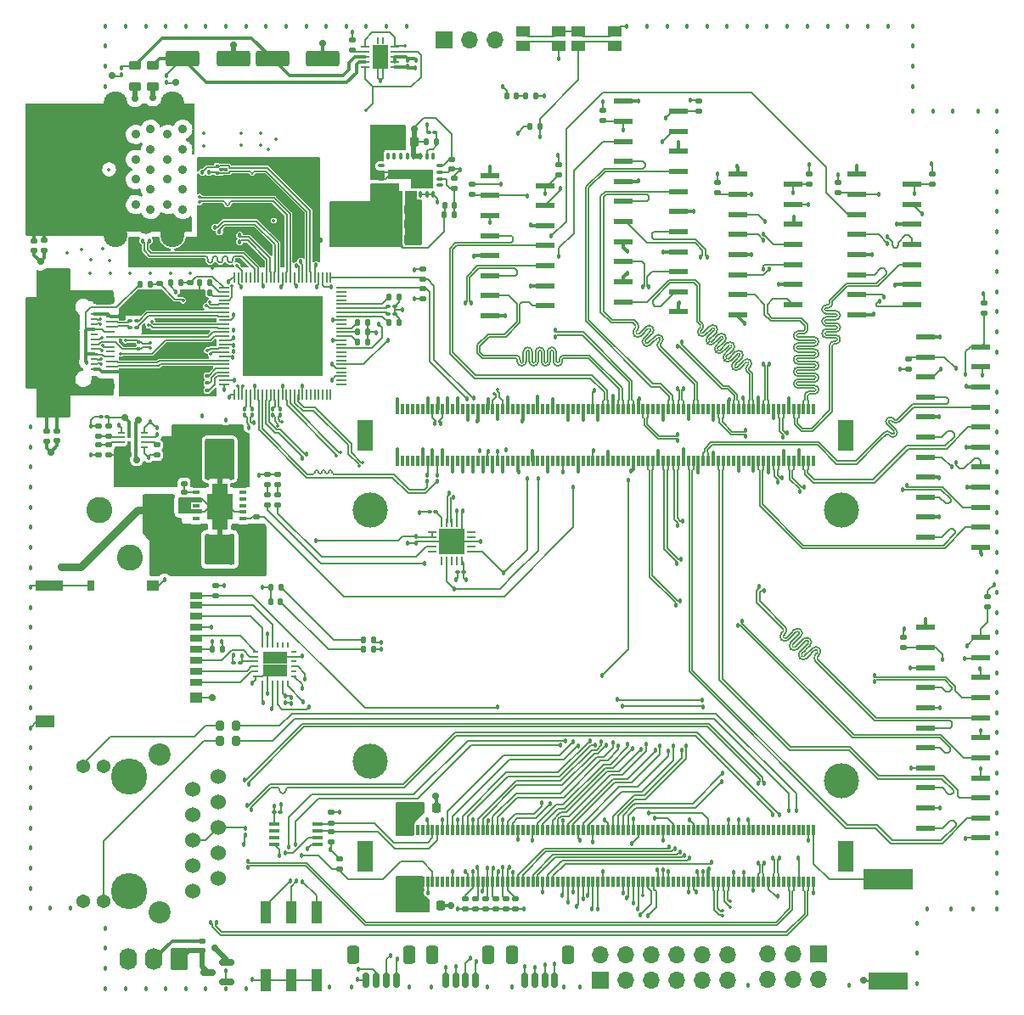
<source format=gbr>
%TF.GenerationSoftware,KiCad,Pcbnew,5.99.0-unknown-ca42f31bb5~131~ubuntu20.04.1*%
%TF.CreationDate,2021-08-18T11:47:34-07:00*%
%TF.ProjectId,ovc5,6f766335-2e6b-4696-9361-645f70636258,rev?*%
%TF.SameCoordinates,Original*%
%TF.FileFunction,Copper,L1,Top*%
%TF.FilePolarity,Positive*%
%FSLAX46Y46*%
G04 Gerber Fmt 4.6, Leading zero omitted, Abs format (unit mm)*
G04 Created by KiCad (PCBNEW 5.99.0-unknown-ca42f31bb5~131~ubuntu20.04.1) date 2021-08-18 11:47:34*
%MOMM*%
%LPD*%
G01*
G04 APERTURE LIST*
G04 Aperture macros list*
%AMRoundRect*
0 Rectangle with rounded corners*
0 $1 Rounding radius*
0 $2 $3 $4 $5 $6 $7 $8 $9 X,Y pos of 4 corners*
0 Add a 4 corners polygon primitive as box body*
4,1,4,$2,$3,$4,$5,$6,$7,$8,$9,$2,$3,0*
0 Add four circle primitives for the rounded corners*
1,1,$1+$1,$2,$3*
1,1,$1+$1,$4,$5*
1,1,$1+$1,$6,$7*
1,1,$1+$1,$8,$9*
0 Add four rect primitives between the rounded corners*
20,1,$1+$1,$2,$3,$4,$5,0*
20,1,$1+$1,$4,$5,$6,$7,0*
20,1,$1+$1,$6,$7,$8,$9,0*
20,1,$1+$1,$8,$9,$2,$3,0*%
%AMFreePoly0*
4,1,13,0.750000,1.250000,1.250000,1.250000,1.250000,-1.250000,0.750000,-1.250000,0.750000,-2.300000,-0.750000,-2.300000,-0.750000,-1.250000,-1.250000,-1.250000,-1.250000,1.250000,-0.750000,1.250000,-0.750000,2.300000,0.750000,2.300000,0.750000,1.250000,0.750000,1.250000,$1*%
%AMFreePoly1*
4,1,7,1.125000,-0.900000,-1.125000,-0.900000,-1.125000,0.000000,-3.375000,0.000000,-3.375000,0.900000,1.125000,0.900000,1.125000,-0.900000,1.125000,-0.900000,$1*%
G04 Aperture macros list end*
%TA.AperFunction,SMDPad,CuDef*%
%ADD10RoundRect,0.147500X-0.147500X-0.172500X0.147500X-0.172500X0.147500X0.172500X-0.147500X0.172500X0*%
%TD*%
%TA.AperFunction,SMDPad,CuDef*%
%ADD11RoundRect,0.135000X-0.185000X0.135000X-0.185000X-0.135000X0.185000X-0.135000X0.185000X0.135000X0*%
%TD*%
%TA.AperFunction,SMDPad,CuDef*%
%ADD12RoundRect,0.100000X0.130000X0.100000X-0.130000X0.100000X-0.130000X-0.100000X0.130000X-0.100000X0*%
%TD*%
%TA.AperFunction,SMDPad,CuDef*%
%ADD13RoundRect,0.225000X0.225000X0.250000X-0.225000X0.250000X-0.225000X-0.250000X0.225000X-0.250000X0*%
%TD*%
%TA.AperFunction,SMDPad,CuDef*%
%ADD14RoundRect,0.250000X0.325000X0.650000X-0.325000X0.650000X-0.325000X-0.650000X0.325000X-0.650000X0*%
%TD*%
%TA.AperFunction,SMDPad,CuDef*%
%ADD15R,0.300000X0.300000*%
%TD*%
%TA.AperFunction,SMDPad,CuDef*%
%ADD16RoundRect,0.140000X0.140000X0.170000X-0.140000X0.170000X-0.140000X-0.170000X0.140000X-0.170000X0*%
%TD*%
%TA.AperFunction,SMDPad,CuDef*%
%ADD17RoundRect,0.135000X-0.135000X-0.185000X0.135000X-0.185000X0.135000X0.185000X-0.135000X0.185000X0*%
%TD*%
%TA.AperFunction,SMDPad,CuDef*%
%ADD18RoundRect,0.100000X-0.130000X-0.100000X0.130000X-0.100000X0.130000X0.100000X-0.130000X0.100000X0*%
%TD*%
%TA.AperFunction,SMDPad,CuDef*%
%ADD19RoundRect,0.100000X-0.100000X0.130000X-0.100000X-0.130000X0.100000X-0.130000X0.100000X0.130000X0*%
%TD*%
%TA.AperFunction,SMDPad,CuDef*%
%ADD20RoundRect,0.140000X-0.170000X0.140000X-0.170000X-0.140000X0.170000X-0.140000X0.170000X0.140000X0*%
%TD*%
%TA.AperFunction,SMDPad,CuDef*%
%ADD21R,1.200000X0.700000*%
%TD*%
%TA.AperFunction,SMDPad,CuDef*%
%ADD22R,0.800000X1.000000*%
%TD*%
%TA.AperFunction,SMDPad,CuDef*%
%ADD23R,2.800000X1.000000*%
%TD*%
%TA.AperFunction,SMDPad,CuDef*%
%ADD24R,1.900000X1.300000*%
%TD*%
%TA.AperFunction,SMDPad,CuDef*%
%ADD25R,1.200000X1.000000*%
%TD*%
%TA.AperFunction,SMDPad,CuDef*%
%ADD26RoundRect,0.100000X0.100000X-0.130000X0.100000X0.130000X-0.100000X0.130000X-0.100000X-0.130000X0*%
%TD*%
%TA.AperFunction,ComponentPad*%
%ADD27R,1.700000X1.700000*%
%TD*%
%TA.AperFunction,ComponentPad*%
%ADD28O,1.700000X1.700000*%
%TD*%
%TA.AperFunction,SMDPad,CuDef*%
%ADD29RoundRect,0.135000X0.185000X-0.135000X0.185000X0.135000X-0.185000X0.135000X-0.185000X-0.135000X0*%
%TD*%
%TA.AperFunction,SMDPad,CuDef*%
%ADD30RoundRect,0.062500X0.350000X0.062500X-0.350000X0.062500X-0.350000X-0.062500X0.350000X-0.062500X0*%
%TD*%
%TA.AperFunction,SMDPad,CuDef*%
%ADD31RoundRect,0.062500X0.062500X0.350000X-0.062500X0.350000X-0.062500X-0.350000X0.062500X-0.350000X0*%
%TD*%
%TA.AperFunction,SMDPad,CuDef*%
%ADD32R,2.500000X2.500000*%
%TD*%
%TA.AperFunction,SMDPad,CuDef*%
%ADD33RoundRect,0.050000X0.650000X0.200000X-0.650000X0.200000X-0.650000X-0.200000X0.650000X-0.200000X0*%
%TD*%
%TA.AperFunction,SMDPad,CuDef*%
%ADD34RoundRect,0.050050X0.299950X0.124950X-0.299950X0.124950X-0.299950X-0.124950X0.299950X-0.124950X0*%
%TD*%
%TA.AperFunction,ComponentPad*%
%ADD35C,0.500000*%
%TD*%
%TA.AperFunction,SMDPad,CuDef*%
%ADD36FreePoly0,180.000000*%
%TD*%
%TA.AperFunction,ComponentPad*%
%ADD37C,1.524000*%
%TD*%
%TA.AperFunction,ComponentPad*%
%ADD38C,1.371600*%
%TD*%
%TA.AperFunction,ComponentPad*%
%ADD39C,3.600000*%
%TD*%
%TA.AperFunction,ComponentPad*%
%ADD40C,2.200000*%
%TD*%
%TA.AperFunction,SMDPad,CuDef*%
%ADD41RoundRect,0.225000X-0.225000X-0.250000X0.225000X-0.250000X0.225000X0.250000X-0.225000X0.250000X0*%
%TD*%
%TA.AperFunction,ComponentPad*%
%ADD42R,2.600000X2.600000*%
%TD*%
%TA.AperFunction,ComponentPad*%
%ADD43C,2.600000*%
%TD*%
%TA.AperFunction,SMDPad,CuDef*%
%ADD44RoundRect,0.135000X0.135000X0.185000X-0.135000X0.185000X-0.135000X-0.185000X0.135000X-0.185000X0*%
%TD*%
%TA.AperFunction,ComponentPad*%
%ADD45RoundRect,0.250000X0.620000X0.845000X-0.620000X0.845000X-0.620000X-0.845000X0.620000X-0.845000X0*%
%TD*%
%TA.AperFunction,ComponentPad*%
%ADD46O,1.740000X2.190000*%
%TD*%
%TA.AperFunction,SMDPad,CuDef*%
%ADD47R,0.850000X0.280000*%
%TD*%
%TA.AperFunction,SMDPad,CuDef*%
%ADD48R,0.280000X0.700000*%
%TD*%
%TA.AperFunction,ComponentPad*%
%ADD49C,0.600000*%
%TD*%
%TA.AperFunction,SMDPad,CuDef*%
%ADD50R,1.650000X2.400000*%
%TD*%
%TA.AperFunction,SMDPad,CuDef*%
%ADD51O,0.240000X0.600000*%
%TD*%
%TA.AperFunction,SMDPad,CuDef*%
%ADD52O,0.600000X0.240000*%
%TD*%
%TA.AperFunction,ComponentPad*%
%ADD53C,0.612500*%
%TD*%
%TA.AperFunction,SMDPad,CuDef*%
%ADD54R,1.225000X1.225000*%
%TD*%
%TA.AperFunction,SMDPad,CuDef*%
%ADD55RoundRect,0.200000X-0.200000X-0.275000X0.200000X-0.275000X0.200000X0.275000X-0.200000X0.275000X0*%
%TD*%
%TA.AperFunction,SMDPad,CuDef*%
%ADD56R,0.900000X0.270000*%
%TD*%
%TA.AperFunction,SMDPad,CuDef*%
%ADD57R,0.800000X0.270000*%
%TD*%
%TA.AperFunction,ComponentPad*%
%ADD58O,2.300000X1.100000*%
%TD*%
%TA.AperFunction,ComponentPad*%
%ADD59O,2.600000X1.300000*%
%TD*%
%TA.AperFunction,ComponentPad*%
%ADD60O,2.400000X1.450000*%
%TD*%
%TA.AperFunction,SMDPad,CuDef*%
%ADD61R,1.120000X2.160000*%
%TD*%
%TA.AperFunction,SMDPad,CuDef*%
%ADD62R,0.300000X1.100000*%
%TD*%
%TA.AperFunction,SMDPad,CuDef*%
%ADD63R,1.600000X3.100000*%
%TD*%
%TA.AperFunction,ComponentPad*%
%ADD64C,3.500000*%
%TD*%
%TA.AperFunction,SMDPad,CuDef*%
%ADD65R,1.850000X0.600000*%
%TD*%
%TA.AperFunction,SMDPad,CuDef*%
%ADD66RoundRect,0.147500X0.172500X-0.147500X0.172500X0.147500X-0.172500X0.147500X-0.172500X-0.147500X0*%
%TD*%
%TA.AperFunction,SMDPad,CuDef*%
%ADD67RoundRect,0.218750X-0.381250X0.218750X-0.381250X-0.218750X0.381250X-0.218750X0.381250X0.218750X0*%
%TD*%
%TA.AperFunction,SMDPad,CuDef*%
%ADD68R,1.400000X1.050000*%
%TD*%
%TA.AperFunction,ComponentPad*%
%ADD69C,0.900000*%
%TD*%
%TA.AperFunction,ComponentPad*%
%ADD70C,2.400000*%
%TD*%
%TA.AperFunction,SMDPad,CuDef*%
%ADD71RoundRect,0.075000X0.225000X-0.075000X0.225000X0.075000X-0.225000X0.075000X-0.225000X-0.075000X0*%
%TD*%
%TA.AperFunction,SMDPad,CuDef*%
%ADD72RoundRect,0.075000X0.075000X0.225000X-0.075000X0.225000X-0.075000X-0.225000X0.075000X-0.225000X0*%
%TD*%
%TA.AperFunction,SMDPad,CuDef*%
%ADD73RoundRect,0.075000X-0.075000X-0.225000X0.075000X-0.225000X0.075000X0.225000X-0.075000X0.225000X0*%
%TD*%
%TA.AperFunction,SMDPad,CuDef*%
%ADD74FreePoly1,0.000000*%
%TD*%
%TA.AperFunction,SMDPad,CuDef*%
%ADD75RoundRect,0.100000X-0.100000X-0.425000X0.100000X-0.425000X0.100000X0.425000X-0.100000X0.425000X0*%
%TD*%
%TA.AperFunction,SMDPad,CuDef*%
%ADD76RoundRect,0.050000X-0.250000X0.050000X-0.250000X-0.050000X0.250000X-0.050000X0.250000X0.050000X0*%
%TD*%
%TA.AperFunction,SMDPad,CuDef*%
%ADD77RoundRect,0.250000X-0.325000X-0.650000X0.325000X-0.650000X0.325000X0.650000X-0.325000X0.650000X0*%
%TD*%
%TA.AperFunction,SMDPad,CuDef*%
%ADD78R,4.000000X1.700000*%
%TD*%
%TA.AperFunction,SMDPad,CuDef*%
%ADD79R,5.000000X2.000000*%
%TD*%
%TA.AperFunction,SMDPad,CuDef*%
%ADD80RoundRect,0.140000X0.170000X-0.140000X0.170000X0.140000X-0.170000X0.140000X-0.170000X-0.140000X0*%
%TD*%
%TA.AperFunction,SMDPad,CuDef*%
%ADD81RoundRect,0.150000X-0.150000X-0.625000X0.150000X-0.625000X0.150000X0.625000X-0.150000X0.625000X0*%
%TD*%
%TA.AperFunction,SMDPad,CuDef*%
%ADD82RoundRect,0.250000X-0.350000X-0.650000X0.350000X-0.650000X0.350000X0.650000X-0.350000X0.650000X0*%
%TD*%
%TA.AperFunction,SMDPad,CuDef*%
%ADD83RoundRect,0.150000X0.587500X0.150000X-0.587500X0.150000X-0.587500X-0.150000X0.587500X-0.150000X0*%
%TD*%
%TA.AperFunction,SMDPad,CuDef*%
%ADD84RoundRect,0.250000X-1.412500X-0.550000X1.412500X-0.550000X1.412500X0.550000X-1.412500X0.550000X0*%
%TD*%
%TA.AperFunction,SMDPad,CuDef*%
%ADD85O,1.050000X0.200000*%
%TD*%
%TA.AperFunction,SMDPad,CuDef*%
%ADD86O,0.200000X1.050000*%
%TD*%
%TA.AperFunction,ComponentPad*%
%ADD87C,0.675000*%
%TD*%
%TA.AperFunction,SMDPad,CuDef*%
%ADD88R,8.000000X8.000000*%
%TD*%
%TA.AperFunction,SMDPad,CuDef*%
%ADD89R,1.100000X0.400000*%
%TD*%
%TA.AperFunction,SMDPad,CuDef*%
%ADD90RoundRect,0.140000X-0.140000X-0.170000X0.140000X-0.170000X0.140000X0.170000X-0.140000X0.170000X0*%
%TD*%
%TA.AperFunction,ViaPad*%
%ADD91C,0.457200*%
%TD*%
%TA.AperFunction,ViaPad*%
%ADD92C,0.711200*%
%TD*%
%TA.AperFunction,ViaPad*%
%ADD93C,0.355600*%
%TD*%
%TA.AperFunction,Conductor*%
%ADD94C,0.127000*%
%TD*%
%TA.AperFunction,Conductor*%
%ADD95C,0.203200*%
%TD*%
%TA.AperFunction,Conductor*%
%ADD96C,0.177800*%
%TD*%
%TA.AperFunction,Conductor*%
%ADD97C,0.152400*%
%TD*%
%TA.AperFunction,Conductor*%
%ADD98C,0.304800*%
%TD*%
%TA.AperFunction,Conductor*%
%ADD99C,0.508000*%
%TD*%
%TA.AperFunction,Conductor*%
%ADD100C,0.762000*%
%TD*%
G04 APERTURE END LIST*
D10*
%TO.P,D6,1,K*%
%TO.N,GND*%
X58982500Y-84900000D03*
%TO.P,D6,2,A*%
%TO.N,Net-(D6-Pad2)*%
X59952500Y-84900000D03*
%TD*%
D11*
%TO.P,R30,1*%
%TO.N,+1V8*%
X130085000Y-55126500D03*
%TO.P,R30,2*%
%TO.N,CAM0_SDA*%
X130085000Y-56146500D03*
%TD*%
D12*
%TO.P,C101,1*%
%TO.N,VBUS*%
X42670000Y-66460000D03*
%TO.P,C101,2*%
%TO.N,GND*%
X42030000Y-66460000D03*
%TD*%
D13*
%TO.P,C3,1*%
%TO.N,+3V3*%
X73310000Y-38994000D03*
%TO.P,C3,2*%
%TO.N,GND*%
X71760000Y-38994000D03*
%TD*%
D14*
%TO.P,C93,1*%
%TO.N,+12V*%
X57695000Y-79654000D03*
%TO.P,C93,2*%
%TO.N,GND*%
X54745000Y-79654000D03*
%TD*%
D15*
%TO.P,D3,1,A1*%
%TO.N,/USB/USB_US_D_CONN_P*%
X45794000Y-59698000D03*
%TO.P,D3,2,A2*%
%TO.N,/USB/USB_US_D_CONN_N*%
X45794000Y-58998000D03*
%TO.P,D3,3,common*%
%TO.N,GND*%
X44944000Y-59348000D03*
%TD*%
D16*
%TO.P,C90,1*%
%TO.N,GND*%
X54130000Y-89625000D03*
%TO.P,C90,2*%
%TO.N,+3V3*%
X53170000Y-89625000D03*
%TD*%
D15*
%TO.P,D4,1,A1*%
%TO.N,/USB/USB_H0_D_P*%
X53625000Y-41450000D03*
%TO.P,D4,2,A2*%
%TO.N,/USB/USB_H0_D_N*%
X53625000Y-42150000D03*
%TO.P,D4,3,common*%
%TO.N,GND*%
X54475000Y-41800000D03*
%TD*%
D17*
%TO.P,R9,1*%
%TO.N,+1V2*%
X84782000Y-37538000D03*
%TO.P,R9,2*%
%TO.N,SOFTWARE_RESET*%
X85802000Y-37538000D03*
%TD*%
D11*
%TO.P,R37,1*%
%TO.N,+1V8*%
X92127000Y-35875000D03*
%TO.P,R37,2*%
%TO.N,CAM1_SCL*%
X92127000Y-36895000D03*
%TD*%
D18*
%TO.P,C83,1*%
%TO.N,GND*%
X74808000Y-75941000D03*
%TO.P,C83,2*%
%TO.N,Net-(C83-Pad2)*%
X75448000Y-75941000D03*
%TD*%
D11*
%TO.P,R40,1*%
%TO.N,+1V8*%
X103520000Y-43134000D03*
%TO.P,R40,2*%
%TO.N,CAM4_SCL*%
X103520000Y-44154000D03*
%TD*%
D12*
%TO.P,C92,1*%
%TO.N,+3V3*%
X55932500Y-91012500D03*
%TO.P,C92,2*%
%TO.N,GND*%
X55292500Y-91012500D03*
%TD*%
%TO.P,C120,1*%
%TO.N,GND*%
X59949000Y-105910000D03*
%TO.P,C120,2*%
%TO.N,+3V3*%
X59309000Y-105910000D03*
%TD*%
D19*
%TO.P,C70,1*%
%TO.N,/USB/VBUS_SW_1*%
X44100000Y-31680000D03*
%TO.P,C70,2*%
%TO.N,GND*%
X44100000Y-32320000D03*
%TD*%
D11*
%TO.P,R52,1*%
%TO.N,+1V8*%
X53500000Y-83290000D03*
%TO.P,R52,2*%
%TO.N,SDIO_CDn*%
X53500000Y-84310000D03*
%TD*%
%TO.P,R32,1*%
%TO.N,+1V8*%
X124930000Y-42220000D03*
%TO.P,R32,2*%
%TO.N,CAM2_SDA*%
X124930000Y-43240000D03*
%TD*%
D17*
%TO.P,R5,1*%
%TO.N,+3V3*%
X48969000Y-53103000D03*
%TO.P,R5,2*%
%TO.N,/USB/RESET*%
X49989000Y-53103000D03*
%TD*%
D20*
%TO.P,C121,1*%
%TO.N,+12V*%
X52156000Y-118750000D03*
%TO.P,C121,2*%
%TO.N,Net-(C121-Pad2)*%
X52156000Y-119710000D03*
%TD*%
D21*
%TO.P,J3,1,DAT2*%
%TO.N,/Interfaces/SD_D2*%
X51550000Y-92955000D03*
%TO.P,J3,2,DAT3/CD*%
%TO.N,/Interfaces/SD_D3*%
X51550000Y-91855000D03*
%TO.P,J3,3,CMD*%
%TO.N,/Interfaces/SD_CMD*%
X51550000Y-90755000D03*
%TO.P,J3,4,VDD*%
%TO.N,+3V3*%
X51550000Y-89655000D03*
%TO.P,J3,5,CLK*%
%TO.N,/Interfaces/SD_CLK*%
X51550000Y-88555000D03*
%TO.P,J3,6,VSS*%
%TO.N,GND*%
X51550000Y-87455000D03*
%TO.P,J3,7,DAT0*%
%TO.N,/Interfaces/SD_D0*%
X51550000Y-86355000D03*
%TO.P,J3,8,DAT1*%
%TO.N,/Interfaces/SD_D1*%
X51550000Y-85255000D03*
%TO.P,J3,9,DET_B*%
%TO.N,SDIO_CDn*%
X51550000Y-84305000D03*
D22*
%TO.P,J3,10,DET_A*%
%TO.N,GND*%
X41050000Y-83355000D03*
D23*
%TO.P,J3,11,SHIELD*%
X36900000Y-83355000D03*
D24*
X36450000Y-96855000D03*
D25*
X51550000Y-94505000D03*
X47250000Y-83355000D03*
%TD*%
D26*
%TO.P,C86,1*%
%TO.N,FPGA_USB0_TX+*%
X74600000Y-72920000D03*
%TO.P,C86,2*%
%TO.N,Net-(C86-Pad2)*%
X74600000Y-72280000D03*
%TD*%
D13*
%TO.P,C23,1*%
%TO.N,/Power/VREG*%
X56145000Y-70179000D03*
%TO.P,C23,2*%
%TO.N,GND*%
X54595000Y-70179000D03*
%TD*%
D18*
%TO.P,R20,1*%
%TO.N,GND*%
X52005000Y-62365000D03*
%TO.P,R20,2*%
%TO.N,Net-(R20-Pad2)*%
X52645000Y-62365000D03*
%TD*%
D11*
%TO.P,R23,1*%
%TO.N,/Power/VREG*%
X50320000Y-72094000D03*
%TO.P,R23,2*%
%TO.N,Net-(R23-Pad2)*%
X50320000Y-73114000D03*
%TD*%
D17*
%TO.P,R4,1*%
%TO.N,+3V3*%
X74500000Y-39039000D03*
%TO.P,R4,2*%
%TO.N,Net-(C8-Pad1)*%
X75520000Y-39039000D03*
%TD*%
D27*
%TO.P,J6,1,Pin_1*%
%TO.N,+5V*%
X91850000Y-122690000D03*
D28*
%TO.P,J6,2,Pin_2*%
%TO.N,GND*%
X91850000Y-120150000D03*
%TO.P,J6,3,Pin_3*%
%TO.N,GPIO0*%
X94390000Y-122690000D03*
%TO.P,J6,4,Pin_4*%
%TO.N,GPIO1*%
X94390000Y-120150000D03*
%TO.P,J6,5,Pin_5*%
%TO.N,GPIO2*%
X96930000Y-122690000D03*
%TO.P,J6,6,Pin_6*%
%TO.N,GPIO3*%
X96930000Y-120150000D03*
%TO.P,J6,7,Pin_7*%
%TO.N,GPIO4*%
X99470000Y-122690000D03*
%TO.P,J6,8,Pin_8*%
%TO.N,GPIO5*%
X99470000Y-120150000D03*
%TO.P,J6,9,Pin_9*%
%TO.N,+1V8*%
X102010000Y-122690000D03*
%TO.P,J6,10,Pin_10*%
%TO.N,+3V3*%
X102010000Y-120150000D03*
%TO.P,J6,11,Pin_11*%
%TO.N,GND*%
X104550000Y-122690000D03*
%TO.P,J6,12,Pin_12*%
X104550000Y-120150000D03*
%TD*%
D29*
%TO.P,R49,1*%
%TO.N,+3V3*%
X78400000Y-115610000D03*
%TO.P,R49,2*%
%TO.N,QWIIC0_SDA*%
X78400000Y-114590000D03*
%TD*%
D17*
%TO.P,R2,1*%
%TO.N,+1V2*%
X76290000Y-46314000D03*
%TO.P,R2,2*%
%TO.N,Net-(C4-Pad2)*%
X77310000Y-46314000D03*
%TD*%
D18*
%TO.P,C84,1*%
%TO.N,GND*%
X77602000Y-81972000D03*
%TO.P,C84,2*%
%TO.N,+1V8*%
X78242000Y-81972000D03*
%TD*%
D30*
%TO.P,U12,1,RXD*%
%TO.N,DEBUG_UART_TX*%
X78971500Y-79948000D03*
%TO.P,U12,2,~{RI}*%
%TO.N,unconnected-(U12-Pad2)*%
X78971500Y-79448000D03*
%TO.P,U12,3,GND*%
%TO.N,GND*%
X78971500Y-78948000D03*
%TO.P,U12,4,~{DSR}*%
%TO.N,unconnected-(U12-Pad4)*%
X78971500Y-78448000D03*
%TO.P,U12,5,~{DCD}*%
%TO.N,unconnected-(U12-Pad5)*%
X78971500Y-77948000D03*
D31*
%TO.P,U12,6,~{CTS}*%
%TO.N,GND*%
X78034000Y-77010500D03*
%TO.P,U12,7,CBUS2*%
%TO.N,/Interfaces/TXLED*%
X77534000Y-77010500D03*
%TO.P,U12,8,USBDP*%
%TO.N,USB_UART_D+*%
X77034000Y-77010500D03*
%TO.P,U12,9,USBDM*%
%TO.N,USB_UART_D-*%
X76534000Y-77010500D03*
%TO.P,U12,10,3V3OUT*%
%TO.N,Net-(C83-Pad2)*%
X76034000Y-77010500D03*
D30*
%TO.P,U12,11,~{RESET}*%
%TO.N,+5V*%
X75096500Y-77948000D03*
%TO.P,U12,12,VCC*%
X75096500Y-78448000D03*
%TO.P,U12,13,GND*%
%TO.N,GND*%
X75096500Y-78948000D03*
%TO.P,U12,14,CBUS1*%
%TO.N,/Interfaces/RXLED*%
X75096500Y-79448000D03*
%TO.P,U12,15,CBUS0*%
%TO.N,unconnected-(U12-Pad15)*%
X75096500Y-79948000D03*
D31*
%TO.P,U12,16,CBUS3*%
%TO.N,unconnected-(U12-Pad16)*%
X76034000Y-80885500D03*
%TO.P,U12,17,TXD*%
%TO.N,DEBUG_UART_RX*%
X76534000Y-80885500D03*
%TO.P,U12,18,~{DTR}*%
%TO.N,unconnected-(U12-Pad18)*%
X77034000Y-80885500D03*
%TO.P,U12,19,~{RTS}*%
%TO.N,unconnected-(U12-Pad19)*%
X77534000Y-80885500D03*
%TO.P,U12,20,VCCIO*%
%TO.N,+1V8*%
X78034000Y-80885500D03*
D32*
%TO.P,U12,21,GND*%
%TO.N,GND*%
X77034000Y-78948000D03*
%TD*%
D19*
%TO.P,C119,1*%
%TO.N,/USB/HUB_DN3_TX+*%
X59195000Y-65667000D03*
%TO.P,C119,2*%
%TO.N,FPGA_USB1_RX+*%
X59195000Y-66307000D03*
%TD*%
D33*
%TO.P,U7,1,VIN*%
%TO.N,+12V*%
X55870000Y-77599000D03*
D34*
%TO.P,U7,2,EN*%
%TO.N,REG_EN*%
X56220000Y-76624000D03*
%TO.P,U7,3,PGND*%
%TO.N,GND*%
X56220000Y-75974000D03*
%TO.P,U7,4,DNC*%
%TO.N,unconnected-(U7-Pad4)*%
X56220000Y-75324000D03*
%TO.P,U7,5,DNC*%
%TO.N,unconnected-(U7-Pad5)*%
X56220000Y-74674000D03*
%TO.P,U7,6,PGOOD*%
%TO.N,unconnected-(U7-Pad6)*%
X56220000Y-74024000D03*
D33*
%TO.P,U7,7,VOUT*%
%TO.N,/Power/VREG*%
X55870000Y-73299000D03*
%TO.P,U7,8,VOUT*%
X51870000Y-73299000D03*
D34*
%TO.P,U7,9,FB*%
%TO.N,Net-(R23-Pad2)*%
X51520000Y-74024000D03*
%TO.P,U7,10,PGND*%
%TO.N,GND*%
X51520000Y-74674000D03*
%TO.P,U7,11,PGND*%
X51520000Y-75324000D03*
%TO.P,U7,12,AGND*%
X51520000Y-75974000D03*
%TO.P,U7,13,V5V*%
%TO.N,unconnected-(U7-Pad13)*%
X51520000Y-76624000D03*
D33*
%TO.P,U7,14,VIN*%
%TO.N,+12V*%
X51870000Y-77599000D03*
D35*
%TO.P,U7,15,PGND*%
%TO.N,GND*%
X53870000Y-76404000D03*
X53870000Y-74504000D03*
X53870000Y-73554000D03*
X52920000Y-76404000D03*
X54820000Y-75454000D03*
X54820000Y-74504000D03*
X52920000Y-74504000D03*
X53870000Y-77354000D03*
X54820000Y-76404000D03*
X52920000Y-75454000D03*
X53870000Y-75454000D03*
D36*
X53870000Y-75454000D03*
%TD*%
D37*
%TO.P,U11,1,TRD0+*%
%TO.N,GBE_MDI0_P*%
X51200000Y-113765000D03*
%TO.P,U11,2,TRD0-*%
%TO.N,GBE_MDI0_N*%
X53740000Y-112495000D03*
%TO.P,U11,3,TRD1+*%
%TO.N,GBE_MDI1_P*%
X51200000Y-111225000D03*
%TO.P,U11,4,TRD1-*%
%TO.N,GBE_MDI1_N*%
X53740000Y-109955000D03*
%TO.P,U11,5,CT*%
%TO.N,Net-(C78-Pad1)*%
X51200000Y-108685000D03*
%TO.P,U11,6,CT*%
X53740000Y-107415000D03*
%TO.P,U11,7,TRD2+*%
%TO.N,GBE_MDI2_N*%
X51200000Y-106145000D03*
%TO.P,U11,8,TRD2-*%
%TO.N,GBE_MDI2_P*%
X53740000Y-104875000D03*
%TO.P,U11,9,TRD3+*%
%TO.N,GBE_MDI3_N*%
X51200000Y-103605000D03*
%TO.P,U11,10,TRD3-*%
%TO.N,GBE_MDI3_P*%
X53740000Y-102335000D03*
D38*
%TO.P,U11,11,GRNYEL_C*%
%TO.N,Net-(R21-Pad1)*%
X42310000Y-114775000D03*
%TO.P,U11,12,GRNYEL_A*%
%TO.N,+3V3*%
X40280000Y-114775000D03*
%TO.P,U11,13,GRN_A*%
X42310000Y-101325000D03*
%TO.P,U11,14,GRN_C*%
%TO.N,Net-(R22-Pad1)*%
X40280000Y-101325000D03*
D39*
%TO.P,U11,MNT,MNT*%
%TO.N,GND*%
X44850000Y-113765000D03*
X44850000Y-102335000D03*
D40*
%TO.P,U11,SHLD,SHLD*%
X47900000Y-100175000D03*
X47900000Y-115925000D03*
%TD*%
D18*
%TO.P,R42,1*%
%TO.N,GND*%
X52008000Y-63114000D03*
%TO.P,R42,2*%
%TO.N,Net-(R42-Pad2)*%
X52648000Y-63114000D03*
%TD*%
D26*
%TO.P,C87,1*%
%TO.N,FPGA_USB0_TX-*%
X75600000Y-72920000D03*
%TO.P,C87,2*%
%TO.N,Net-(C87-Pad2)*%
X75600000Y-72280000D03*
%TD*%
D29*
%TO.P,R51,1*%
%TO.N,+3V3*%
X82400000Y-115610000D03*
%TO.P,R51,2*%
%TO.N,QWIIC2_SDA*%
X82400000Y-114590000D03*
%TD*%
D41*
%TO.P,C72,1*%
%TO.N,+5V*%
X74325000Y-115200000D03*
%TO.P,C72,2*%
%TO.N,GND*%
X75875000Y-115200000D03*
%TD*%
D42*
%TO.P,J2,1,Pin_1*%
%TO.N,+12V*%
X47900006Y-75800001D03*
D43*
%TO.P,J2,2,Pin_2*%
%TO.N,GND*%
X41900006Y-75800001D03*
%TO.P,J2,3,Pin_3*%
X44900006Y-80500001D03*
%TD*%
D11*
%TO.P,R47,1*%
%TO.N,QWIIC1_SCL*%
X81400000Y-114590000D03*
%TO.P,R47,2*%
%TO.N,+3V3*%
X81400000Y-115610000D03*
%TD*%
D44*
%TO.P,R67,1*%
%TO.N,+3V3*%
X68651000Y-59028000D03*
%TO.P,R67,2*%
%TO.N,Net-(R67-Pad2)*%
X67631000Y-59028000D03*
%TD*%
D11*
%TO.P,R27,1*%
%TO.N,VBUS*%
X42800000Y-67390000D03*
%TO.P,R27,2*%
%TO.N,Net-(R27-Pad2)*%
X42800000Y-68410000D03*
%TD*%
D45*
%TO.P,J9,1,Pin_1*%
%TO.N,Net-(C121-Pad2)*%
X49879000Y-120580000D03*
D46*
%TO.P,J9,2,Pin_2*%
%TO.N,+12V*%
X47339000Y-120580000D03*
%TO.P,J9,3,Pin_3*%
%TO.N,/Interfaces/TACH*%
X44799000Y-120580000D03*
%TD*%
D44*
%TO.P,R61,1*%
%TO.N,Net-(R61-Pad1)*%
X52872000Y-53117000D03*
%TO.P,R61,2*%
%TO.N,GND*%
X51852000Y-53117000D03*
%TD*%
D47*
%TO.P,U8,1,GND*%
%TO.N,GND*%
X71350000Y-31550000D03*
%TO.P,U8,2,IN*%
%TO.N,+5V*%
X71350000Y-31050000D03*
%TO.P,U8,3,IN*%
X71350000Y-30550000D03*
%TO.P,U8,4,EN1*%
%TO.N,/USB/USB0_EN_OVC*%
X71350000Y-30050000D03*
%TO.P,U8,5,EN2*%
%TO.N,/USB/USB1_EN_OVC*%
X71350000Y-29550000D03*
%TO.P,U8,6,~{FAULT2}*%
X68400000Y-29550000D03*
%TO.P,U8,7,ILM*%
%TO.N,Net-(R1-Pad1)*%
X68400000Y-30050000D03*
%TO.P,U8,8,OUT2*%
%TO.N,/USB/VBUS_SW_1*%
X68400000Y-30550000D03*
%TO.P,U8,9,OUT1*%
%TO.N,/USB/VBUS_SW_0*%
X68400000Y-31050000D03*
%TO.P,U8,10,~{FAULT1}*%
%TO.N,/USB/USB0_EN_OVC*%
X68400000Y-31550000D03*
D48*
%TO.P,U8,11,PAD*%
%TO.N,GND*%
X70125000Y-32100000D03*
D49*
X70355000Y-29690000D03*
X69395000Y-29690000D03*
D48*
X69625000Y-32100000D03*
D49*
X69875000Y-30550000D03*
D48*
X69625000Y-29000000D03*
D49*
X69395000Y-31410000D03*
X70355000Y-31410000D03*
D50*
X69875000Y-30550000D03*
D48*
X70125000Y-29000000D03*
%TD*%
D19*
%TO.P,C107,1*%
%TO.N,/USB/HUB_DN2_TX-*%
X57119000Y-65669000D03*
%TO.P,C107,2*%
%TO.N,FPGA_USB0_RX+*%
X57119000Y-66309000D03*
%TD*%
D51*
%TO.P,U13,1,DAT2A*%
%TO.N,SDIO_D2*%
X58137500Y-93037500D03*
%TO.P,U13,2,GND*%
%TO.N,GND*%
X58637500Y-93037500D03*
%TO.P,U13,3,DAT3A*%
%TO.N,SDIO_D3*%
X59137500Y-93037500D03*
%TO.P,U13,4,CMDA*%
%TO.N,SDIO_CMD*%
X59637500Y-93037500D03*
%TO.P,U13,5,VCCA*%
%TO.N,+1V8*%
X60137500Y-93037500D03*
%TO.P,U13,6,DAT0A*%
%TO.N,SDIO_D0*%
X60637500Y-93037500D03*
D52*
%TO.P,U13,7,DAT1A*%
%TO.N,SDIO_D1*%
X61287500Y-92387500D03*
%TO.P,U13,8,DAT2B1*%
%TO.N,unconnected-(U13-Pad8)*%
X61287500Y-91887500D03*
%TO.P,U13,9,CLKA*%
%TO.N,SDIO_CLK*%
X61287500Y-91387500D03*
%TO.P,U13,10,DAT3B1*%
%TO.N,unconnected-(U13-Pad10)*%
X61287500Y-90887500D03*
%TO.P,U13,11,GND*%
%TO.N,GND*%
X61287500Y-90387500D03*
%TO.P,U13,12,CMDB1*%
%TO.N,unconnected-(U13-Pad12)*%
X61287500Y-89887500D03*
D51*
%TO.P,U13,13,CLKB1*%
%TO.N,unconnected-(U13-Pad13)*%
X60637500Y-89237500D03*
%TO.P,U13,14,DAT0B1*%
%TO.N,unconnected-(U13-Pad14)*%
X60137500Y-89237500D03*
%TO.P,U13,15,DAT1B1*%
%TO.N,unconnected-(U13-Pad15)*%
X59637500Y-89237500D03*
%TO.P,U13,16,DAT1B0*%
%TO.N,/Interfaces/SD_D1*%
X59137500Y-89237500D03*
%TO.P,U13,17,VCCB1*%
%TO.N,+3V3*%
X58637500Y-89237500D03*
%TO.P,U13,18,DAT0B0*%
%TO.N,/Interfaces/SD_D0*%
X58137500Y-89237500D03*
D52*
%TO.P,U13,19,CLKB0*%
%TO.N,/Interfaces/SD_CLK*%
X57487500Y-89887500D03*
%TO.P,U13,20,CMDB0*%
%TO.N,/Interfaces/SD_CMD*%
X57487500Y-90387500D03*
%TO.P,U13,21,VCCB0*%
%TO.N,+3V3*%
X57487500Y-90887500D03*
%TO.P,U13,22,DAT3B0*%
%TO.N,/Interfaces/SD_D3*%
X57487500Y-91387500D03*
%TO.P,U13,23,DAT2B0*%
%TO.N,/Interfaces/SD_D2*%
X57487500Y-91887500D03*
%TO.P,U13,24,SEL*%
%TO.N,GND*%
X57487500Y-92387500D03*
D53*
%TO.P,U13,25,PAD*%
X60000000Y-90525000D03*
D54*
X60000000Y-90525000D03*
X58775000Y-90525000D03*
D53*
X58775000Y-90525000D03*
X58775000Y-91750000D03*
D54*
X58775000Y-91750000D03*
D53*
X60000000Y-91750000D03*
D54*
X60000000Y-91750000D03*
%TD*%
D29*
%TO.P,R11,1*%
%TO.N,+12V*%
X57560000Y-77470000D03*
%TO.P,R11,2*%
%TO.N,REG_EN*%
X57560000Y-76450000D03*
%TD*%
%TO.P,R3,1*%
%TO.N,Net-(C4-Pad2)*%
X77235000Y-43674000D03*
%TO.P,R3,2*%
%TO.N,GND*%
X77235000Y-42654000D03*
%TD*%
D20*
%TO.P,C2,1*%
%TO.N,+3V3*%
X77010000Y-40814000D03*
%TO.P,C2,2*%
%TO.N,GND*%
X77010000Y-41774000D03*
%TD*%
D55*
%TO.P,R22,1*%
%TO.N,Net-(R22-Pad1)*%
X53875000Y-97300000D03*
%TO.P,R22,2*%
%TO.N,GBE_LED_LINK*%
X55525000Y-97300000D03*
%TD*%
D18*
%TO.P,C76,1*%
%TO.N,/USB/USB_US_TX1_CONN_N*%
X44953000Y-56884000D03*
%TO.P,C76,2*%
%TO.N,/USB/USB_US_TX1_N*%
X45593000Y-56884000D03*
%TD*%
D56*
%TO.P,J1,A1,GND*%
%TO.N,GND*%
X42985000Y-56484000D03*
%TO.P,J1,A2,TX1+*%
%TO.N,/USB/USB_US_TX1_CONN_N*%
X42985000Y-56984000D03*
%TO.P,J1,A3,TX1-*%
%TO.N,/USB/USB_US_TX1_CONN_P*%
X42985000Y-57484000D03*
%TO.P,J1,A4,VBUS*%
%TO.N,VBUS*%
X42985000Y-57984000D03*
%TO.P,J1,A5,CC1*%
%TO.N,/USB/USB_US_CC1_CONN*%
X42985000Y-58484000D03*
%TO.P,J1,A6,D+*%
%TO.N,/USB/USB_US_D_CONN_P*%
X42985000Y-58984000D03*
%TO.P,J1,A7,D-*%
%TO.N,/USB/USB_US_D_CONN_N*%
X42985000Y-59484000D03*
%TO.P,J1,A8,SBU1*%
%TO.N,unconnected-(J1-PadA8)*%
X42985000Y-59984000D03*
%TO.P,J1,A9,VBUS*%
%TO.N,VBUS*%
X42985000Y-60484000D03*
%TO.P,J1,A10,RX2-*%
%TO.N,/USB/USB_US_RX2_CONN_N*%
X42985000Y-60984000D03*
%TO.P,J1,A11,RX2+*%
%TO.N,/USB/USB_US_RX2_CONN_P*%
X42985000Y-61484000D03*
%TO.P,J1,A12,GND*%
%TO.N,GND*%
X42985000Y-61984000D03*
D57*
%TO.P,J1,B1,GND*%
X41385000Y-61734000D03*
%TO.P,J1,B2,TX2+*%
%TO.N,/USB/USB_US_TX2_CONN_N*%
X41385000Y-61234000D03*
%TO.P,J1,B3,TX2-*%
%TO.N,/USB/USB_US_TX2_CONN_P*%
X41385000Y-60734000D03*
%TO.P,J1,B4,VBUS*%
%TO.N,VBUS*%
X41385000Y-60234000D03*
%TO.P,J1,B5,CC2*%
%TO.N,/USB/USB_US_CC2_CONN*%
X41385000Y-59734000D03*
%TO.P,J1,B6,D+*%
%TO.N,/USB/USB_US_D_CONN_P*%
X41385000Y-59234000D03*
%TO.P,J1,B7,D-*%
%TO.N,/USB/USB_US_D_CONN_N*%
X41385000Y-58734000D03*
%TO.P,J1,B8,SBU2*%
%TO.N,unconnected-(J1-PadB8)*%
X41385000Y-58234000D03*
%TO.P,J1,B9,VBUS*%
%TO.N,VBUS*%
X41385000Y-57734000D03*
%TO.P,J1,B10,RX1-*%
%TO.N,/USB/USB_US_RX1_CONN_N*%
X41385000Y-57234000D03*
%TO.P,J1,B11,RX1+*%
%TO.N,/USB/USB_US_RX1_CONN_P*%
X41385000Y-56734000D03*
%TO.P,J1,B12,GND*%
%TO.N,GND*%
X41385000Y-56234000D03*
D58*
%TO.P,J1,S1,SHIELD*%
%TO.N,/USB/C_SHIELD*%
X42285000Y-63429000D03*
D59*
X37235000Y-63429000D03*
D60*
X37235000Y-52689000D03*
D58*
X42285000Y-54789000D03*
D59*
X37235000Y-54789000D03*
D60*
X37235000Y-65529000D03*
%TD*%
D26*
%TO.P,C91,1*%
%TO.N,GND*%
X60399000Y-94963000D03*
%TO.P,C91,2*%
%TO.N,+1V8*%
X60399000Y-94323000D03*
%TD*%
D44*
%TO.P,R55,1*%
%TO.N,+3V3*%
X85427000Y-34470000D03*
%TO.P,R55,2*%
%TO.N,Net-(D8-Pad2)*%
X84407000Y-34470000D03*
%TD*%
D19*
%TO.P,C118,1*%
%TO.N,/USB/HUB_DN2_TX+*%
X56371000Y-65669000D03*
%TO.P,C118,2*%
%TO.N,FPGA_USB0_RX-*%
X56371000Y-66309000D03*
%TD*%
%TO.P,C1,1*%
%TO.N,+5V*%
X72640000Y-30895000D03*
%TO.P,C1,2*%
%TO.N,GND*%
X72640000Y-31535000D03*
%TD*%
D13*
%TO.P,C96,1*%
%TO.N,/Power/VREG*%
X56145000Y-71679000D03*
%TO.P,C96,2*%
%TO.N,GND*%
X54595000Y-71679000D03*
%TD*%
D61*
%TO.P,SW1,1*%
%TO.N,GND*%
X58460000Y-122665000D03*
%TO.P,SW1,2*%
X61000000Y-122665000D03*
%TO.P,SW1,3*%
X63540000Y-122665000D03*
%TO.P,SW1,4*%
%TO.N,USER_DIP*%
X63540000Y-115935000D03*
%TO.P,SW1,5*%
%TO.N,BOOT_MODE1*%
X61000000Y-115935000D03*
%TO.P,SW1,6*%
%TO.N,BOOT_MODE0*%
X58460000Y-115935000D03*
%TD*%
D19*
%TO.P,C116,1*%
%TO.N,/USB/HUB_DN3_TX-*%
X59895000Y-65667000D03*
%TO.P,C116,2*%
%TO.N,FPGA_USB1_RX-*%
X59895000Y-66307000D03*
%TD*%
D12*
%TO.P,R60,1*%
%TO.N,GND*%
X71313000Y-55438000D03*
%TO.P,R60,2*%
%TO.N,Net-(R60-Pad2)*%
X70673000Y-55438000D03*
%TD*%
D18*
%TO.P,R43,1*%
%TO.N,GND*%
X52005000Y-63863000D03*
%TO.P,R43,2*%
%TO.N,Net-(R43-Pad2)*%
X52645000Y-63863000D03*
%TD*%
D62*
%TO.P,U1,A1,VIN_MOD*%
%TO.N,+5V*%
X71609988Y-112899999D03*
%TO.P,U1,A2,VIN_MOD*%
X71609988Y-107699999D03*
%TO.P,U1,A3,VIN_MOD*%
X72109988Y-112899999D03*
%TO.P,U1,A4,VIN_MOD*%
X72109988Y-107699999D03*
%TO.P,U1,A5,VIN_MOD*%
X72609988Y-112899999D03*
%TO.P,U1,A6,VIN_MOD*%
X72609988Y-107699999D03*
%TO.P,U1,A7,VIN_MOD*%
X73109988Y-112899999D03*
%TO.P,U1,A8,VIN_MOD*%
X73109988Y-107699999D03*
%TO.P,U1,A9,VIN_MOD*%
X73609988Y-112899999D03*
%TO.P,U1,A10,PWR_EN*%
%TO.N,unconnected-(U1-PadA10)*%
X73609988Y-107699999D03*
%TO.P,U1,A11,VIN_MOD*%
%TO.N,+5V*%
X74109988Y-112899999D03*
%TO.P,U1,A12,PWR_GOOD*%
%TO.N,unconnected-(U1-PadA12)*%
X74109988Y-107699999D03*
%TO.P,U1,A13,GND*%
%TO.N,GND*%
X74609988Y-112899999D03*
%TO.P,U1,A14,GND*%
X74609988Y-107699999D03*
%TO.P,U1,A15,BN_L9_AD11_W14_P*%
%TO.N,USER_DIP*%
X75109988Y-112899999D03*
%TO.P,U1,A16,BN_L8_HDGC_AB15_P*%
%TO.N,FPGA_FAN_CLK*%
X75109988Y-107699999D03*
%TO.P,U1,A17,BN_L9_AD11_W13_N*%
%TO.N,unconnected-(U1-PadA17)*%
X75609988Y-112899999D03*
%TO.P,U1,A18,BN_L8_HDGC_AB14_N*%
%TO.N,FPGA_FAN_DATA*%
X75609988Y-107699999D03*
%TO.P,U1,A19,BN_L10_AD10_Y14_P*%
%TO.N,unconnected-(U1-PadA19)*%
X76109988Y-112899999D03*
%TO.P,U1,A20,GND*%
%TO.N,GND*%
X76109988Y-107699999D03*
%TO.P,U1,A21,BN_L10_AD10_Y13_N*%
%TO.N,unconnected-(U1-PadA21)*%
X76609988Y-112899999D03*
%TO.P,U1,A22,BN_L11_AD9_W12_P*%
%TO.N,SMBUS_CLK*%
X76609988Y-107699999D03*
%TO.P,U1,A23,GND*%
%TO.N,GND*%
X77109988Y-112899999D03*
%TO.P,U1,A24,BN_L11_AD9_W11_N*%
%TO.N,SMBUS_DAT*%
X77109988Y-107699999D03*
%TO.P,U1,A25,BN_L12_AD8_Y12_P*%
%TO.N,unconnected-(U1-PadA25)*%
X77609988Y-112899999D03*
%TO.P,U1,A26,VOUT_3V3*%
%TO.N,+3V3*%
X77609988Y-107699999D03*
%TO.P,U1,A27,BN_L12_AD8_AA12_N*%
%TO.N,unconnected-(U1-PadA27)*%
X78109988Y-112899999D03*
%TO.P,U1,A28,BN_L1_AD15_AE15_P*%
%TO.N,CAM5_ENABLE*%
X78109988Y-107699999D03*
%TO.P,U1,A29,VOUT_3V3*%
%TO.N,+3V3*%
X78609988Y-112899999D03*
%TO.P,U1,A30,BN_L1_AD15_AE14_N*%
%TO.N,CAM1_ENABLE*%
X78609988Y-107699999D03*
%TO.P,U1,A31,BN_L2_AD14_AG14_P*%
%TO.N,QWIIC0_SDA*%
X79109988Y-112899999D03*
%TO.P,U1,A32,GND*%
%TO.N,GND*%
X79109988Y-107699999D03*
%TO.P,U1,A33,BN_L2_AD14_AH14_N*%
%TO.N,QWIIC0_SCL*%
X79609988Y-112899999D03*
%TO.P,U1,A34,BN_L4_AD12_AE13_P*%
%TO.N,CAM4_ENABLE*%
X79609988Y-107699999D03*
%TO.P,U1,A35,GND*%
%TO.N,GND*%
X80109988Y-112899999D03*
%TO.P,U1,A36,BN_L4_AD13_AF13_N*%
%TO.N,CAM2_ENABLE*%
X80109988Y-107699999D03*
%TO.P,U1,A37,BN_L7_HDGC_AA13_P*%
%TO.N,QWIIC1_SDA*%
X80609988Y-112899999D03*
%TO.P,U1,A38,VCC_IO_BN*%
%TO.N,+3V3*%
X80609988Y-107699999D03*
%TO.P,U1,A39,BN_L7_HDGC_AB13_N*%
%TO.N,QWIIC1_SCL*%
X81109988Y-112899999D03*
%TO.P,U1,A40,BN_L3_AD13_AG13_P*%
%TO.N,CAM3_ENABLE*%
X81109988Y-107699999D03*
%TO.P,U1,A41,VCC_IO_BO*%
%TO.N,+1V8*%
X81609988Y-112899999D03*
%TO.P,U1,A42,BN_L3_AD13_AH13_N*%
%TO.N,CAM0_ENABLE*%
X81609988Y-107699999D03*
%TO.P,U1,A43,BN_L5_HDGC_AD15_P*%
%TO.N,QWIIC2_SDA*%
X82109988Y-112899999D03*
%TO.P,U1,A44,GND*%
%TO.N,GND*%
X82109988Y-107699999D03*
%TO.P,U1,A45,BN_L5_HDGC_AD14_N*%
%TO.N,QWIIC2_SCL*%
X82609988Y-112899999D03*
%TO.P,U1,A46,BN_L6_HDGC_AC14_P*%
%TO.N,/Enclustra module/USER_LED0*%
X82609988Y-107699999D03*
%TO.P,U1,A47,GND*%
%TO.N,GND*%
X83109988Y-112899999D03*
%TO.P,U1,A48,BN_L6_HDGC_AC13_N*%
%TO.N,/Enclustra module/USER_LED1*%
X83109988Y-107699999D03*
%TO.P,U1,A49,BO_L7_HDGC_AD5_AD11_P*%
%TO.N,CAM5_TRIGGER*%
X83609988Y-112899999D03*
%TO.P,U1,A50,VOUT_3V3*%
%TO.N,+3V3*%
X83609988Y-107699999D03*
%TO.P,U1,A51,BO_L7_HDGC_AD5_AD10_N*%
%TO.N,CAM1_TRIGGER*%
X84109988Y-112899999D03*
%TO.P,U1,A52,BO_L8_HDGC_AD4_AB11_P*%
%TO.N,unconnected-(U1-PadA52)*%
X84109988Y-107699999D03*
%TO.P,U1,A53,VOUT_2V5*%
%TO.N,unconnected-(U1-PadA53)*%
X84609988Y-112899999D03*
%TO.P,U1,A54,BO_L8_HDGC_AD4_AC11_N*%
%TO.N,unconnected-(U1-PadA54)*%
X84609988Y-107699999D03*
%TO.P,U1,A55,BO_L1_AD11_AG10_P*%
%TO.N,CAM4_TRIGGER*%
X85109988Y-112899999D03*
%TO.P,U1,A56,GND*%
%TO.N,GND*%
X85109988Y-107699999D03*
%TO.P,U1,A57,BO_L1_AD11_AH10_N*%
%TO.N,CAM2_TRIGGER*%
X85609988Y-112899999D03*
%TO.P,U1,A58,BO_L9_AD3_AA11_P*%
%TO.N,CAM5_SCL*%
X85609988Y-107699999D03*
%TO.P,U1,A59,GND*%
%TO.N,GND*%
X86109988Y-112899999D03*
%TO.P,U1,A60,BO_L9_AD3_AA10_N*%
%TO.N,CAM5_SDA*%
X86109988Y-107699999D03*
%TO.P,U1,A61,BO_L4_AD8_AE10_P*%
%TO.N,CAM0_TRIGGER*%
X86609988Y-112899999D03*
%TO.P,U1,A62,VOUT_2V5*%
%TO.N,unconnected-(U1-PadA62)*%
X86609988Y-107699999D03*
%TO.P,U1,A63,BO_L4_AD8_AF10_N*%
%TO.N,CAM3_TRIGGER*%
X87109988Y-112899999D03*
%TO.P,U1,A64,BO_L11_AD1_Y9_P*%
%TO.N,CAM1_SCL*%
X87109988Y-107699999D03*
%TO.P,U1,A65,VOUT_2V5*%
%TO.N,unconnected-(U1-PadA65)*%
X87609988Y-112899999D03*
%TO.P,U1,A66,BO_L11_AD1_AA8_N*%
%TO.N,CAM1_SDA*%
X87609988Y-107699999D03*
%TO.P,U1,A67,BO_L3_AD9_AH12_P*%
%TO.N,GPIO0*%
X88109988Y-112899999D03*
%TO.P,U1,A68,GND*%
%TO.N,GND*%
X88109988Y-107699999D03*
%TO.P,U1,A69,BO_L3_AD9_AH11_N*%
%TO.N,GPIO1*%
X88609988Y-112899999D03*
%TO.P,U1,A70,BO_L10_AD2_W10_P*%
%TO.N,CAM4_SCL*%
X88609988Y-107699999D03*
%TO.P,U1,A71,GND*%
%TO.N,GND*%
X89109988Y-112899999D03*
%TO.P,U1,A72,BO_L10_AD2_Y10_N*%
%TO.N,CAM4_SDA*%
X89109988Y-107699999D03*
%TO.P,U1,A73,BO_L2_AD10_AF11_P*%
%TO.N,GPIO2*%
X89609988Y-112899999D03*
%TO.P,U1,A74,VCC_CFG_MIO*%
%TO.N,+1V8*%
X89609988Y-107699999D03*
%TO.P,U1,A75,BO_L2_AD10_AG11_N*%
%TO.N,GPIO3*%
X90109988Y-112899999D03*
%TO.P,U1,A76,BO_L6_HDGC_AD6_AC12_P*%
%TO.N,CAM2_SCL*%
X90109988Y-107699999D03*
%TO.P,U1,A77,VCC_CFG_MIO*%
%TO.N,+1V8*%
X90609988Y-112899999D03*
%TO.P,U1,A78,BO_L6_HDGC_AD6_AD12_N*%
%TO.N,CAM2_SDA*%
X90609988Y-107699999D03*
%TO.P,U1,A79,BO_L12_AD0_AB10_P*%
%TO.N,GPIO4*%
X91109988Y-112899999D03*
%TO.P,U1,A80,GND*%
%TO.N,GND*%
X91109988Y-107699999D03*
%TO.P,U1,A81,BO_L12_AD0_AB9_N*%
%TO.N,GPIO5*%
X91609988Y-112899999D03*
%TO.P,U1,A82,MIO40*%
%TO.N,unconnected-(U1-PadA82)*%
X91609988Y-107699999D03*
%TO.P,U1,A83,GND*%
%TO.N,GND*%
X92109988Y-112899999D03*
%TO.P,U1,A84,MIO41*%
%TO.N,unconnected-(U1-PadA84)*%
X92109988Y-107699999D03*
%TO.P,U1,A85,BO_L5_HDGC_AD7_AE12_P*%
%TO.N,unconnected-(U1-PadA85)*%
X92609988Y-112899999D03*
%TO.P,U1,A86,VOUT_3V3*%
%TO.N,+3V3*%
X92609988Y-107699999D03*
%TO.P,U1,A87,BO_L5_HDGC_AD7_AF12_N*%
%TO.N,unconnected-(U1-PadA87)*%
X93109988Y-112899999D03*
%TO.P,U1,A88,BE_L7_HDGC_E10_P*%
%TO.N,CAM0_SCL*%
X93109988Y-107699999D03*
%TO.P,U1,A89,VOUT_2V5*%
%TO.N,unconnected-(U1-PadA89)*%
X93609988Y-112899999D03*
%TO.P,U1,A90,BE_L7_HDGC_D10_N*%
%TO.N,CAM0_SDA*%
X93609988Y-107699999D03*
%TO.P,U1,A91,MIO51_SDCLK*%
%TO.N,SDIO_CLK*%
X94109988Y-112899999D03*
%TO.P,U1,A92,BE_L8_HDGC_E12_P*%
%TO.N,CAM3_SCL*%
X94109988Y-107699999D03*
%TO.P,U1,A93,MIO50_SDCMD*%
%TO.N,SDIO_CMD*%
X94609988Y-112899999D03*
%TO.P,U1,A94,BE_L8_HDGC_D11_N*%
%TO.N,CAM3_SDA*%
X94609988Y-107699999D03*
%TO.P,U1,A95,MIO46_SDD0*%
%TO.N,SDIO_D0*%
X95109988Y-112899999D03*
%TO.P,U1,A96,GND*%
%TO.N,GND*%
X95109988Y-107699999D03*
%TO.P,U1,A97,MIO47_SDD1*%
%TO.N,SDIO_D1*%
X95609988Y-112899999D03*
%TO.P,U1,A98,MIO45_SDCDn*%
%TO.N,SDIO_CDn*%
X95609988Y-107699999D03*
%TO.P,U1,A99,GND*%
%TO.N,GND*%
X96109988Y-112899999D03*
%TO.P,U1,A100,MIO44*%
%TO.N,unconnected-(U1-PadA100)*%
X96109988Y-107699999D03*
%TO.P,U1,A101,MIO48_SDD2*%
%TO.N,SDIO_D2*%
X96609988Y-112899999D03*
%TO.P,U1,A102,VMON_INT*%
%TO.N,unconnected-(U1-PadA102)*%
X96609988Y-107699999D03*
%TO.P,U1,A103,MIO49_SDD3*%
%TO.N,SDIO_D3*%
X97109988Y-112899999D03*
%TO.P,U1,A104,MIO42_PERSTn*%
%TO.N,unconnected-(U1-PadA104)*%
X97109988Y-107699999D03*
%TO.P,U1,A105,MIO38_UARTRX*%
%TO.N,DEBUG_UART_RX*%
X97609988Y-112899999D03*
%TO.P,U1,A106,MIO43*%
%TO.N,unconnected-(U1-PadA106)*%
X97609988Y-107699999D03*
%TO.P,U1,A107,MIO39_UARTTX*%
%TO.N,DEBUG_UART_TX*%
X98109988Y-112899999D03*
%TO.P,U1,A108,GND*%
%TO.N,GND*%
X98109988Y-107699999D03*
%TO.P,U1,A109,GND*%
X98609988Y-112899999D03*
%TO.P,U1,A110,VBUS_DETECT*%
%TO.N,unconnected-(U1-PadA110)*%
X98609988Y-107699999D03*
%TO.P,U1,A111,I2C_SCL*%
%TO.N,unconnected-(U1-PadA111)*%
X99109988Y-112899999D03*
%TO.P,U1,A112,BOOT_MODE1*%
%TO.N,BOOT_MODE1*%
X99109988Y-107699999D03*
%TO.P,U1,A113,I2C_SDA*%
%TO.N,unconnected-(U1-PadA113)*%
X99609988Y-112899999D03*
%TO.P,U1,A114,FLASH_DI*%
%TO.N,unconnected-(U1-PadA114)*%
X99609988Y-107699999D03*
%TO.P,U1,A115,I2C_INTn*%
%TO.N,unconnected-(U1-PadA115)*%
X100109988Y-112899999D03*
%TO.P,U1,A116,FLASH_CSn*%
%TO.N,unconnected-(U1-PadA116)*%
X100109988Y-107699999D03*
%TO.P,U1,A117,JTAG_TDI*%
%TO.N,/Enclustra module/JTAG_TDI*%
X100609988Y-112899999D03*
%TO.P,U1,A118,FLASH_CLK*%
%TO.N,unconnected-(U1-PadA118)*%
X100609988Y-107699999D03*
%TO.P,U1,A119,JTAG_TMS*%
%TO.N,/Enclustra module/JTAG_TMS*%
X101109988Y-112899999D03*
%TO.P,U1,A120,GND*%
%TO.N,GND*%
X101109988Y-107699999D03*
%TO.P,U1,A121,JTAG_TDO*%
%TO.N,/Enclustra module/JTAG_TDO*%
X101609988Y-112899999D03*
%TO.P,U1,A122,FLASH_DO*%
%TO.N,unconnected-(U1-PadA122)*%
X101609988Y-107699999D03*
%TO.P,U1,A123,JTAG_TCK*%
%TO.N,/Enclustra module/JTAG_TCK*%
X102109988Y-112899999D03*
%TO.P,U1,A124,PS_SRSTn*%
%TO.N,unconnected-(U1-PadA124)*%
X102109988Y-107699999D03*
%TO.P,U1,A125,GND*%
%TO.N,GND*%
X102609988Y-112899999D03*
%TO.P,U1,A126,BOOT_MODE0*%
%TO.N,BOOT_MODE0*%
X102609988Y-107699999D03*
%TO.P,U1,A127,USB0_D_P*%
%TO.N,FPGA_USB0_D+*%
X103109988Y-112899999D03*
%TO.P,U1,A128,USB_CPEN*%
%TO.N,unconnected-(U1-PadA128)*%
X103109988Y-107699999D03*
%TO.P,U1,A129,USB0_D_N*%
%TO.N,FPGA_USB0_D-*%
X103609988Y-112899999D03*
%TO.P,U1,A130,PS_DONE*%
%TO.N,unconnected-(U1-PadA130)*%
X103609988Y-107699999D03*
%TO.P,U1,A131,USB1_D_P*%
%TO.N,FPGA_USB1_D+*%
X104109988Y-112899999D03*
%TO.P,U1,A132,PS_PORn*%
%TO.N,unconnected-(U1-PadA132)*%
X104109988Y-107699999D03*
%TO.P,U1,A133,USB1_D_N*%
%TO.N,FPGA_USB1_D-*%
X104609988Y-112899999D03*
%TO.P,U1,A134,GND*%
%TO.N,GND*%
X104609988Y-107699999D03*
%TO.P,U1,A135,GND*%
X105109988Y-112899999D03*
%TO.P,U1,A136,NC*%
%TO.N,unconnected-(U1-PadA136)*%
X105109988Y-107699999D03*
%TO.P,U1,A137,NC*%
%TO.N,unconnected-(U1-PadA137)*%
X105609988Y-112899999D03*
%TO.P,U1,A138,GND*%
%TO.N,GND*%
X105609988Y-107699999D03*
%TO.P,U1,A139,GND*%
X106109988Y-112899999D03*
%TO.P,U1,A140,NC*%
%TO.N,unconnected-(U1-PadA140)*%
X106109988Y-107699999D03*
%TO.P,U1,A141,NC*%
%TO.N,unconnected-(U1-PadA141)*%
X106609988Y-112899999D03*
%TO.P,U1,A142,GND*%
%TO.N,GND*%
X106609988Y-107699999D03*
%TO.P,U1,A143,GND*%
X107109988Y-112899999D03*
%TO.P,U1,A144,ETH1_D_N*%
%TO.N,unconnected-(U1-PadA144)*%
X107109988Y-107699999D03*
%TO.P,U1,A145,ETH0_D_N*%
%TO.N,GBE_MDI3_N*%
X107609988Y-112899999D03*
%TO.P,U1,A146,ETH1_D_P*%
%TO.N,unconnected-(U1-PadA146)*%
X107609988Y-107699999D03*
%TO.P,U1,A147,ETH0_D_P*%
%TO.N,GBE_MDI3_P*%
X108109988Y-112899999D03*
%TO.P,U1,A148,ETH1_LED1n*%
%TO.N,unconnected-(U1-PadA148)*%
X108109988Y-107699999D03*
%TO.P,U1,A149,ETH0_LED1n*%
%TO.N,GBE_LED_ACT*%
X108609988Y-112899999D03*
%TO.P,U1,A150,ETH1_C_N*%
%TO.N,unconnected-(U1-PadA150)*%
X108609988Y-107699999D03*
%TO.P,U1,A151,ETH0_C_N*%
%TO.N,GBE_MDI2_N*%
X109109988Y-112899999D03*
%TO.P,U1,A152,ETH1_C_P*%
%TO.N,unconnected-(U1-PadA152)*%
X109109988Y-107699999D03*
%TO.P,U1,A153,ETH0_C_P*%
%TO.N,GBE_MDI2_P*%
X109609988Y-112899999D03*
%TO.P,U1,A154,ETH1_CTREF*%
%TO.N,unconnected-(U1-PadA154)*%
X109609988Y-107699999D03*
%TO.P,U1,A155,ETH0_CTREF*%
%TO.N,unconnected-(U1-PadA155)*%
X110109988Y-112899999D03*
%TO.P,U1,A156,ETH1_B_N*%
%TO.N,unconnected-(U1-PadA156)*%
X110109988Y-107699999D03*
%TO.P,U1,A157,ETH0_B_N*%
%TO.N,GBE_MDI1_N*%
X110609988Y-112899999D03*
%TO.P,U1,A158,ETH1_B_P*%
%TO.N,unconnected-(U1-PadA158)*%
X110609988Y-107699999D03*
%TO.P,U1,A159,ETH0_B_P*%
%TO.N,GBE_MDI1_P*%
X111109988Y-112899999D03*
%TO.P,U1,A160,ETH1_LED2n*%
%TO.N,unconnected-(U1-PadA160)*%
X111109988Y-107699999D03*
%TO.P,U1,A161,ETH0_LED2n*%
%TO.N,GBE_LED_LINK*%
X111609988Y-112899999D03*
%TO.P,U1,A162,ETH1_A_N*%
%TO.N,unconnected-(U1-PadA162)*%
X111609988Y-107699999D03*
%TO.P,U1,A163,ETH0_A_N*%
%TO.N,GBE_MDI0_N*%
X112109988Y-112899999D03*
%TO.P,U1,A164,ETH1_A_P*%
%TO.N,unconnected-(U1-PadA164)*%
X112109988Y-107699999D03*
%TO.P,U1,A165,ETH0_A_P*%
%TO.N,GBE_MDI0_P*%
X112609988Y-112899999D03*
%TO.P,U1,A166,GND*%
%TO.N,GND*%
X112609988Y-107699999D03*
%TO.P,U1,A167,GND*%
X113109988Y-112899999D03*
%TO.P,U1,A168,VIN_BAT*%
%TO.N,/Enclustra module/BATT*%
X113109988Y-107699999D03*
D63*
%TO.P,U1,AM1*%
%TO.N,N/C*%
X68409988Y-110299999D03*
%TO.P,U1,AM2*%
X116309988Y-110299999D03*
D62*
%TO.P,U1,B1,GND*%
%TO.N,GND*%
X71609988Y-70899999D03*
%TO.P,U1,B2,GND*%
X71609988Y-65699999D03*
%TO.P,U1,B3,MGT_B224_REFCLK0_Y6_P*%
%TO.N,unconnected-(U1-PadB3)*%
X72109988Y-70899999D03*
%TO.P,U1,B4,MGTPS_REFCLK0_F23_P*%
%TO.N,unconnected-(U1-PadB4)*%
X72109988Y-65699999D03*
%TO.P,U1,B5,MGT_B224_REFCLK0_Y5_N*%
%TO.N,unconnected-(U1-PadB5)*%
X72609988Y-70899999D03*
%TO.P,U1,B6,MGTPS_REFCLK0_F24_N*%
%TO.N,unconnected-(U1-PadB6)*%
X72609988Y-65699999D03*
%TO.P,U1,B7,MGTPS_REFCLK1_E21_P*%
%TO.N,unconnected-(U1-PadB7)*%
X73109988Y-70899999D03*
%TO.P,U1,B8,VMON_1V2*%
%TO.N,unconnected-(U1-PadB8)*%
X73109988Y-65699999D03*
%TO.P,U1,B9,MGTPS_REFCLK1_E22_N*%
%TO.N,unconnected-(U1-PadB9)*%
X73609988Y-70899999D03*
%TO.P,U1,B10,MGT_B224_REFCLK1_V6_P*%
%TO.N,unconnected-(U1-PadB10)*%
X73609988Y-65699999D03*
%TO.P,U1,B11,GND*%
%TO.N,GND*%
X74109988Y-70899999D03*
%TO.P,U1,B12,MGT_B224_REFCLK1_V5_N*%
%TO.N,unconnected-(U1-PadB12)*%
X74109988Y-65699999D03*
%TO.P,U1,B13,MGTPS_TX0_E25_P*%
%TO.N,Net-(C86-Pad2)*%
X74609988Y-70899999D03*
%TO.P,U1,B14,GND*%
%TO.N,GND*%
X74609988Y-65699999D03*
%TO.P,U1,B15,GND*%
X75109988Y-70899999D03*
%TO.P,U1,B16,MGTPS_RX0_F27_P*%
%TO.N,FPGA_USB0_RX+*%
X75109988Y-65699999D03*
%TO.P,U1,B17,MGTPS_TX0_E26_N*%
%TO.N,Net-(C87-Pad2)*%
X75609988Y-70899999D03*
%TO.P,U1,B18,GND*%
%TO.N,GND*%
X75609988Y-65699999D03*
%TO.P,U1,B19,GND*%
X76109988Y-70899999D03*
%TO.P,U1,B20,MGTPS_RX0_F28_N*%
%TO.N,FPGA_USB0_RX-*%
X76109988Y-65699999D03*
%TO.P,U1,B21,MGTPS_TX1_D23_P*%
%TO.N,unconnected-(U1-PadB21)*%
X76609988Y-70899999D03*
%TO.P,U1,B22,GND*%
%TO.N,GND*%
X76609988Y-65699999D03*
%TO.P,U1,B23,GND*%
X77109988Y-70899999D03*
%TO.P,U1,B24,MGTPS_RX1_D27_P*%
%TO.N,unconnected-(U1-PadB24)*%
X77109988Y-65699999D03*
%TO.P,U1,B25,MGTPS_TX1_D24_N*%
%TO.N,unconnected-(U1-PadB25)*%
X77609988Y-70899999D03*
%TO.P,U1,B26,GND*%
%TO.N,GND*%
X77609988Y-65699999D03*
%TO.P,U1,B27,GND*%
X78109988Y-70899999D03*
%TO.P,U1,B28,MGTPS_RX1_D28_N*%
%TO.N,unconnected-(U1-PadB28)*%
X78109988Y-65699999D03*
%TO.P,U1,B29,MGTPS_TX2_C25_P*%
%TO.N,unconnected-(U1-PadB29)*%
X78609988Y-70899999D03*
%TO.P,U1,B30,GND*%
%TO.N,GND*%
X78609988Y-65699999D03*
%TO.P,U1,B31,GND*%
X79109988Y-70899999D03*
%TO.P,U1,B32,MGTPS_RX2_B27_P*%
%TO.N,unconnected-(U1-PadB32)*%
X79109988Y-65699999D03*
%TO.P,U1,B33,MGTPS_TX2_C26_N*%
%TO.N,unconnected-(U1-PadB33)*%
X79609988Y-70899999D03*
%TO.P,U1,B34,GND*%
%TO.N,GND*%
X79609988Y-65699999D03*
%TO.P,U1,B35,GND*%
X80109988Y-70899999D03*
%TO.P,U1,B36,MGTPS_RX2_B28_N*%
%TO.N,unconnected-(U1-PadB36)*%
X80109988Y-65699999D03*
%TO.P,U1,B37,MGTPS_TX3_B23_P*%
%TO.N,Net-(C88-Pad2)*%
X80609988Y-70899999D03*
%TO.P,U1,B38,GND*%
%TO.N,GND*%
X80609988Y-65699999D03*
%TO.P,U1,B39,GND*%
X81109988Y-70899999D03*
%TO.P,U1,B40,MGTPS_RX3_A25_P*%
%TO.N,FPGA_USB1_RX+*%
X81109988Y-65699999D03*
%TO.P,U1,B41,MGTPS_TX3_B24_N*%
%TO.N,Net-(C89-Pad2)*%
X81609988Y-70899999D03*
%TO.P,U1,B42,GND*%
%TO.N,GND*%
X81609988Y-65699999D03*
%TO.P,U1,B43,GND*%
X82109988Y-70899999D03*
%TO.P,U1,B44,MGTPS_RX3_A26_N*%
%TO.N,FPGA_USB1_RX-*%
X82109988Y-65699999D03*
%TO.P,U1,B45,MGT_B224_TX0_W4_P*%
%TO.N,unconnected-(U1-PadB45)*%
X82609988Y-70899999D03*
%TO.P,U1,B46,GND*%
%TO.N,GND*%
X82609988Y-65699999D03*
%TO.P,U1,B47,MGT_B224_TX0_W3_N*%
%TO.N,unconnected-(U1-PadB47)*%
X83109988Y-70899999D03*
%TO.P,U1,B48,MGT_B224_RX0_Y2_P*%
%TO.N,unconnected-(U1-PadB48)*%
X83109988Y-65699999D03*
%TO.P,U1,B49,GND*%
%TO.N,GND*%
X83609988Y-70899999D03*
%TO.P,U1,B50,MGT_B224_RX0_Y1_N*%
%TO.N,unconnected-(U1-PadB50)*%
X83609988Y-65699999D03*
%TO.P,U1,B51,MGT_B224_TX1_U4_P*%
%TO.N,unconnected-(U1-PadB51)*%
X84109988Y-70899999D03*
%TO.P,U1,B52,VOUT_1V8*%
%TO.N,+1V8*%
X84109988Y-65699999D03*
%TO.P,U1,B53,MGT_B224_TX1_U3_N*%
%TO.N,unconnected-(U1-PadB53)*%
X84609988Y-70899999D03*
%TO.P,U1,B54,MGT_B224_RX1_V2_P*%
%TO.N,unconnected-(U1-PadB54)*%
X84609988Y-65699999D03*
%TO.P,U1,B55,VOUT_3V3*%
%TO.N,+3V3*%
X85109988Y-70899999D03*
%TO.P,U1,B56,MGT_B224_RX1_V1_N*%
%TO.N,unconnected-(U1-PadB56)*%
X85109988Y-65699999D03*
%TO.P,U1,B57,B66_L12_GC_C3_P*%
%TO.N,unconnected-(U1-PadB57)*%
X85609988Y-70899999D03*
%TO.P,U1,B58,GND*%
%TO.N,GND*%
X85609988Y-65699999D03*
%TO.P,U1,B59,B66_L12_GC_C2_N*%
%TO.N,unconnected-(U1-PadB59)*%
X86109988Y-70899999D03*
%TO.P,U1,B60,MGT_B224_RX2_T2_P*%
%TO.N,unconnected-(U1-PadB60)*%
X86109988Y-65699999D03*
%TO.P,U1,B61,GND*%
%TO.N,GND*%
X86609988Y-70899999D03*
%TO.P,U1,B62,MGT_B224_RX2_T1_N*%
%TO.N,unconnected-(U1-PadB62)*%
X86609988Y-65699999D03*
%TO.P,U1,B63,MGT_B224_TX2_R4_P*%
%TO.N,unconnected-(U1-PadB63)*%
X87109988Y-70899999D03*
%TO.P,U1,B64,VCC_IO_B65*%
%TO.N,+1V2*%
X87109988Y-65699999D03*
%TO.P,U1,B65,MGT_B224_TX2_RX3_N*%
%TO.N,unconnected-(U1-PadB65)*%
X87609988Y-70899999D03*
%TO.P,U1,B66,MGT_B224_RX3_P2_P*%
%TO.N,unconnected-(U1-PadB66)*%
X87609988Y-65699999D03*
%TO.P,U1,B67,VCC_IO_B66*%
%TO.N,+1V2*%
X88109988Y-70899999D03*
%TO.P,U1,B68,MGT_B224_RX3_P1_N*%
%TO.N,unconnected-(U1-PadB68)*%
X88109988Y-65699999D03*
%TO.P,U1,B69,MGT_B224_TX3_N4_P*%
%TO.N,unconnected-(U1-PadB69)*%
X88609988Y-70899999D03*
%TO.P,U1,B70,GND*%
%TO.N,GND*%
X88609988Y-65699999D03*
%TO.P,U1,B71,MGT_B224_TX3_N3_N*%
%TO.N,unconnected-(U1-PadB71)*%
X89109988Y-70899999D03*
%TO.P,U1,B72,B65_L6_AD6_R6_P*%
%TO.N,unconnected-(U1-PadB72)*%
X89109988Y-65699999D03*
%TO.P,U1,B73,GND*%
%TO.N,GND*%
X89609988Y-70899999D03*
%TO.P,U1,B74,B65_L6_AD6_T6_N*%
%TO.N,unconnected-(U1-PadB74)*%
X89609988Y-65699999D03*
%TO.P,U1,B75,B66_L7_AD13_C1_P*%
%TO.N,unconnected-(U1-PadB75)*%
X90109988Y-70899999D03*
%TO.P,U1,B76,VOUT_1V8*%
%TO.N,+1V8*%
X90109988Y-65699999D03*
%TO.P,U1,B77,B66_L7_AD13_B1_N*%
%TO.N,unconnected-(U1-PadB77)*%
X90609988Y-70899999D03*
%TO.P,U1,B78,B65_L12_GC_L3_P*%
%TO.N,unconnected-(U1-PadB78)*%
X90609988Y-65699999D03*
%TO.P,U1,B79,VOUT_3V3*%
%TO.N,+3V3*%
X91109988Y-70899999D03*
%TO.P,U1,B80,B65_L12_GC_L2_N*%
%TO.N,SOFTWARE_RESET*%
X91109988Y-65699999D03*
%TO.P,U1,B81,B66_L6_AD6_G5_P*%
%TO.N,unconnected-(U1-PadB81)*%
X91609988Y-70899999D03*
%TO.P,U1,B82,GND*%
%TO.N,GND*%
X91609988Y-65699999D03*
%TO.P,U1,B83,B66_L6_AD6_F5_N*%
%TO.N,unconnected-(U1-PadB83)*%
X92109988Y-70899999D03*
%TO.P,U1,B84,B65_L7_AD13_L1_P*%
%TO.N,CAM5_CLK+*%
X92109988Y-65699999D03*
%TO.P,U1,B85,GND*%
%TO.N,GND*%
X92609988Y-70899999D03*
%TO.P,U1,B86,B65_L7_AD13_K1_N*%
%TO.N,CAM5_CLK-*%
X92609988Y-65699999D03*
%TO.P,U1,B87,B66_L8_AD5_A2_P*%
%TO.N,unconnected-(U1-PadB87)*%
X93109988Y-70899999D03*
%TO.P,U1,B88,VCC_IO_B65*%
%TO.N,+1V2*%
X93109988Y-65699999D03*
%TO.P,U1,B89,B66_L8_AD5_A1_N*%
%TO.N,unconnected-(U1-PadB89)*%
X93609988Y-70899999D03*
%TO.P,U1,B90,B65_L8_AD5_J1_P*%
%TO.N,CAM5_DAT0+*%
X93609988Y-65699999D03*
%TO.P,U1,B91,B66_L9_AD12_B3_P*%
%TO.N,unconnected-(U1-PadB91)*%
X94109988Y-70899999D03*
%TO.P,U1,B92,B65_L8_AD5_H1_N*%
%TO.N,CAM5_DAT0-*%
X94109988Y-65699999D03*
%TO.P,U1,B93,B66_L9_AD12_A3_N*%
%TO.N,unconnected-(U1-PadB93)*%
X94609988Y-70899999D03*
%TO.P,U1,B94,B65_L9_AD12_K2_P*%
%TO.N,CAM5_DAT1+*%
X94609988Y-65699999D03*
%TO.P,U1,B95,VCC_IO_B66*%
%TO.N,+1V2*%
X95109988Y-70899999D03*
%TO.P,U1,B96,B65_L9_AD12_J2_N*%
%TO.N,CAM5_DAT1-*%
X95109988Y-65699999D03*
%TO.P,U1,B97,B66_L10_AD4_B4_P*%
%TO.N,unconnected-(U1-PadB97)*%
X95609988Y-70899999D03*
%TO.P,U1,B98,GND*%
%TO.N,GND*%
X95609988Y-65699999D03*
%TO.P,U1,B99,B66_L10_AD4_A4_N*%
%TO.N,unconnected-(U1-PadB99)*%
X96109988Y-70899999D03*
%TO.P,U1,B100,B65_L16_AD3_P7_P*%
%TO.N,CAM4_CLK+*%
X96109988Y-65699999D03*
%TO.P,U1,B101,B66_L19_AD9_B5_P*%
%TO.N,CAM3_CLK+*%
X96609988Y-70899999D03*
%TO.P,U1,B102,B65_L16_AD3_P6_N*%
%TO.N,CAM4_CLK-*%
X96609988Y-65699999D03*
%TO.P,U1,B103,B66_L19_AD9_A5_N*%
%TO.N,CAM3_CLK-*%
X97109988Y-70899999D03*
%TO.P,U1,B104,B65_L10_AD4_H4_P*%
%TO.N,unconnected-(U1-PadB104)*%
X97109988Y-65699999D03*
%TO.P,U1,B105,GND*%
%TO.N,GND*%
X97609988Y-70899999D03*
%TO.P,U1,B106,B65_L10_AD4_H3_N*%
%TO.N,unconnected-(U1-PadB106)*%
X97609988Y-65699999D03*
%TO.P,U1,B107,B66_L20_AD1_C6_P*%
%TO.N,CAM3_DAT0+*%
X98109988Y-70899999D03*
%TO.P,U1,B108,VOUT_1V8*%
%TO.N,+1V8*%
X98109988Y-65699999D03*
%TO.P,U1,B109,B66_L20_AD1_B6_N*%
%TO.N,CAM3_DAT0-*%
X98609988Y-70899999D03*
%TO.P,U1,B110,B65_L19_AD9_J5_P*%
%TO.N,CAM1_CLK+*%
X98609988Y-65699999D03*
%TO.P,U1,B111,B66_L21_AD8_A7_P*%
%TO.N,CAM3_DAT1+*%
X99109988Y-70899999D03*
%TO.P,U1,B112,B65_L19_AD9_J4_N*%
%TO.N,CAM1_CLK-*%
X99109988Y-65699999D03*
%TO.P,U1,B113,B66_L21_AD8_A6_N*%
%TO.N,CAM3_DAT1-*%
X99609988Y-70899999D03*
%TO.P,U1,B114,B65_L20_AD1_J6_P*%
%TO.N,CAM1_DAT0+*%
X99609988Y-65699999D03*
%TO.P,U1,B115,VOUT_3V3*%
%TO.N,+3V3*%
X100109988Y-70899999D03*
%TO.P,U1,B116,B65_L20_AD1_H6_N*%
%TO.N,CAM1_DAT0-*%
X100109988Y-65699999D03*
%TO.P,U1,B117,B66_L23_A9_P*%
%TO.N,CAM3_DAT3+*%
X100609988Y-70899999D03*
%TO.P,U1,B118,GND*%
%TO.N,GND*%
X100609988Y-65699999D03*
%TO.P,U1,B119,B66_L23_A8_N*%
%TO.N,CAM3_DAT3-*%
X101109988Y-70899999D03*
%TO.P,U1,B120,B65_L21_AD8_J7_P*%
%TO.N,CAM1_DAT1+*%
X101109988Y-65699999D03*
%TO.P,U1,B121,GND*%
%TO.N,GND*%
X101609988Y-70899999D03*
%TO.P,U1,B122,B65_L21_AD8_H7_N*%
%TO.N,CAM1_DAT1-*%
X101609988Y-65699999D03*
%TO.P,U1,B123,B66_L13_GC_D7_P*%
%TO.N,CAM0_CLK+*%
X102109988Y-70899999D03*
%TO.P,U1,B124,B65_L24_SDA_H9_P*%
%TO.N,unconnected-(U1-PadB124)*%
X102109988Y-65699999D03*
%TO.P,U1,B125,B66_L13_GC_D6_N*%
%TO.N,CAM0_CLK-*%
X102609988Y-70899999D03*
%TO.P,U1,B126,B65_L24_PERSTn_H8_N*%
%TO.N,unconnected-(U1-PadB126)*%
X102609988Y-65699999D03*
%TO.P,U1,B127,VOUT_3V3*%
%TO.N,+3V3*%
X103109988Y-70899999D03*
%TO.P,U1,B128,VOUT_1V8*%
%TO.N,+1V8*%
X103109988Y-65699999D03*
%TO.P,U1,B129,B66_L22_AD0_C8_P*%
%TO.N,CAM3_DAT2+*%
X103609988Y-70899999D03*
%TO.P,U1,B130,B65_L13_GC_L7_P*%
%TO.N,CAM2_CLK+*%
X103609988Y-65699999D03*
%TO.P,U1,B131,B66_L22_AD0_B8_N*%
%TO.N,CAM3_DAT2-*%
X104109988Y-70899999D03*
%TO.P,U1,B132,B65_L13_GC_L6_N*%
%TO.N,CAM2_CLK-*%
X104109988Y-65699999D03*
%TO.P,U1,B133,B66_L24_C9_P*%
%TO.N,unconnected-(U1-PadB133)*%
X104609988Y-70899999D03*
%TO.P,U1,B134,GND*%
%TO.N,GND*%
X104609988Y-65699999D03*
%TO.P,U1,B135,B66_L24_B9_N*%
%TO.N,unconnected-(U1-PadB135)*%
X105109988Y-70899999D03*
%TO.P,U1,B136,B65_L22_AD0_K8_P*%
%TO.N,CAM1_DAT2+*%
X105109988Y-65699999D03*
%TO.P,U1,B137,GND*%
%TO.N,GND*%
X105609988Y-70899999D03*
%TO.P,U1,B138,B65_L22_AD0_K7_N*%
%TO.N,CAM1_DAT2-*%
X105609988Y-65699999D03*
%TO.P,U1,B139,B66_L18_AD2_E9_P*%
%TO.N,unconnected-(U1-PadB139)*%
X106109988Y-70899999D03*
%TO.P,U1,B140,VCC_IO_B65*%
%TO.N,+1V2*%
X106109988Y-65699999D03*
%TO.P,U1,B141,B66_L18_AD2_D9_N*%
%TO.N,unconnected-(U1-PadB141)*%
X106609988Y-70899999D03*
%TO.P,U1,B142,B65_L23_SCLK_K9_P*%
%TO.N,CAM1_DAT3+*%
X106609988Y-65699999D03*
%TO.P,U1,B143,VCC_IO_B66*%
%TO.N,+1V2*%
X107109988Y-70899999D03*
%TO.P,U1,B144,B65_L23_J9_N*%
%TO.N,CAM1_DAT3-*%
X107109988Y-65699999D03*
%TO.P,U1,B145,B66_L17_AD10_F8_P*%
%TO.N,CAM0_DAT3+*%
X107609988Y-70899999D03*
%TO.P,U1,B146,GND*%
%TO.N,GND*%
X107609988Y-65699999D03*
%TO.P,U1,B147,B66_L17_AD10_E8_N*%
%TO.N,CAM0_DAT3-*%
X108109988Y-70899999D03*
%TO.P,U1,B148,B65_L18_AD2_M8_P*%
%TO.N,CAM4_DAT1+*%
X108109988Y-65699999D03*
%TO.P,U1,B149,GND*%
%TO.N,GND*%
X108609988Y-70899999D03*
%TO.P,U1,B150,B65_L18_AD2_L8_N*%
%TO.N,CAM4_DAT1-*%
X108609988Y-65699999D03*
%TO.P,U1,B151,B66_L14_GC_E5_P*%
%TO.N,CAM0_DAT0+*%
X109109988Y-70899999D03*
%TO.P,U1,B152,VOUT_3V3*%
%TO.N,+3V3*%
X109109988Y-65699999D03*
%TO.P,U1,B153,B66_L14_GC_D5_N*%
%TO.N,CAM0_DAT0-*%
X109609988Y-70899999D03*
%TO.P,U1,B154,B65_L14_GC_M6_P*%
%TO.N,CAM2_DAT0+*%
X109609988Y-65699999D03*
%TO.P,U1,B155,VOUT_3V3*%
%TO.N,+3V3*%
X110109988Y-70899999D03*
%TO.P,U1,B156,B65_L14_GC_L5_N*%
%TO.N,CAM2_DAT0-*%
X110109988Y-65699999D03*
%TO.P,U1,B157,B66_L16_AD3_G8_P*%
%TO.N,CAM0_DAT2+*%
X110609988Y-70899999D03*
%TO.P,U1,B158,GND*%
%TO.N,GND*%
X110609988Y-65699999D03*
%TO.P,U1,B159,B66_L16_AD3_F7_N*%
%TO.N,CAM0_DAT2-*%
X111109988Y-70899999D03*
%TO.P,U1,B160,B65_L15_AD11_N7_P*%
%TO.N,CAM2_DAT1+*%
X111109988Y-65699999D03*
%TO.P,U1,B161,GND*%
%TO.N,GND*%
X111609988Y-70899999D03*
%TO.P,U1,B162,B65_L15_AD11_N6_N*%
%TO.N,CAM2_DAT1-*%
X111609988Y-65699999D03*
%TO.P,U1,B163,B66_L15_AD11_G6_P*%
%TO.N,CAM0_DAT1+*%
X112109988Y-70899999D03*
%TO.P,U1,B164,B65_L17_AD10_N9_P*%
%TO.N,CAM4_DAT0+*%
X112109988Y-65699999D03*
%TO.P,U1,B165,B66_L15_AD11_F6_N*%
%TO.N,CAM0_DAT1-*%
X112609988Y-70899999D03*
%TO.P,U1,B166,B65_L17_AD10_N8_N*%
%TO.N,CAM4_DAT0-*%
X112609988Y-65699999D03*
%TO.P,U1,B167,VMON_0V9*%
%TO.N,unconnected-(U1-PadB167)*%
X113109988Y-70899999D03*
%TO.P,U1,B168,VMON_PSINT*%
%TO.N,unconnected-(U1-PadB168)*%
X113109988Y-65699999D03*
D63*
%TO.P,U1,BM1*%
%TO.N,N/C*%
X68409988Y-68299999D03*
%TO.P,U1,BM2*%
X116309988Y-68299999D03*
D64*
%TO.P,U1,H1*%
X115859988Y-75799999D03*
%TO.P,U1,H2*%
X68859988Y-75799999D03*
%TO.P,U1,H3*%
X115859988Y-102799999D03*
%TO.P,U1,H4*%
X68859988Y-100799999D03*
%TD*%
D12*
%TO.P,R44,1*%
%TO.N,GND*%
X71315000Y-56188000D03*
%TO.P,R44,2*%
%TO.N,Net-(R44-Pad2)*%
X70675000Y-56188000D03*
%TD*%
D65*
%TO.P,U16,1,3V3*%
%TO.N,+3V3*%
X105530000Y-42290000D03*
%TO.P,U16,2,SDA*%
%TO.N,CAM4_SDA*%
X111030000Y-43290000D03*
%TO.P,U16,3,SCL*%
%TO.N,CAM4_SCL*%
X105530000Y-44290000D03*
%TO.P,U16,4,GPIO/NC*%
%TO.N,CAM4_TRIGGER*%
X111030000Y-45290000D03*
%TO.P,U16,5,ENABLE*%
%TO.N,CAM4_ENABLE*%
X105530000Y-46290000D03*
%TO.P,U16,6,GND*%
%TO.N,GND*%
X111030000Y-47290000D03*
%TO.P,U16,7,CLK+*%
%TO.N,CAM4_CLK+*%
X105530000Y-48290000D03*
%TO.P,U16,8,CLK-*%
%TO.N,CAM4_CLK-*%
X111030000Y-49290000D03*
%TO.P,U16,9,GND*%
%TO.N,GND*%
X105530000Y-50290000D03*
%TO.P,U16,10,DAT1+*%
%TO.N,CAM4_DAT1+*%
X111030000Y-51290000D03*
%TO.P,U16,11,DAT1-*%
%TO.N,CAM4_DAT1-*%
X105530000Y-52290000D03*
%TO.P,U16,12,GND*%
%TO.N,GND*%
X111030000Y-53290000D03*
%TO.P,U16,13,DAT0+*%
%TO.N,CAM4_DAT0+*%
X105530000Y-54290000D03*
%TO.P,U16,14,DAT0-*%
%TO.N,CAM4_DAT0-*%
X111030000Y-55290000D03*
%TO.P,U16,15,GND*%
%TO.N,GND*%
X105530000Y-56290000D03*
%TD*%
D11*
%TO.P,R45,1*%
%TO.N,+3V3*%
X58675000Y-72261500D03*
%TO.P,R45,2*%
%TO.N,Net-(D1-Pad2)*%
X58675000Y-73281500D03*
%TD*%
D29*
%TO.P,R10,1*%
%TO.N,FPGA_FAN_CLK*%
X64981094Y-106982000D03*
%TO.P,R10,2*%
%TO.N,+3V3*%
X64981094Y-105962000D03*
%TD*%
D44*
%TO.P,R13,1*%
%TO.N,/USB/VBUS_MON_US*%
X46936000Y-53237000D03*
%TO.P,R13,2*%
%TO.N,VBUS*%
X45916000Y-53237000D03*
%TD*%
D11*
%TO.P,R34,1*%
%TO.N,+1V8*%
X112670000Y-42276000D03*
%TO.P,R34,2*%
%TO.N,CAM4_SDA*%
X112670000Y-43296000D03*
%TD*%
D29*
%TO.P,R6,1*%
%TO.N,SMBUS_DAT*%
X74101000Y-52782000D03*
%TO.P,R6,2*%
%TO.N,+3V3*%
X74101000Y-51762000D03*
%TD*%
%TO.P,R50,1*%
%TO.N,+3V3*%
X80400000Y-115610000D03*
%TO.P,R50,2*%
%TO.N,QWIIC1_SDA*%
X80400000Y-114590000D03*
%TD*%
D66*
%TO.P,D2,1,K*%
%TO.N,/Interfaces/RXLED*%
X59675000Y-75256500D03*
%TO.P,D2,2,A*%
%TO.N,Net-(D2-Pad2)*%
X59675000Y-74286500D03*
%TD*%
D44*
%TO.P,R62,1*%
%TO.N,Net-(R62-Pad1)*%
X52873000Y-54102000D03*
%TO.P,R62,2*%
%TO.N,GND*%
X51853000Y-54102000D03*
%TD*%
D67*
%TO.P,FB1,1*%
%TO.N,/USB/VBUS_SW_0*%
X47200000Y-31437500D03*
%TO.P,FB1,2*%
%TO.N,/USB/VBUS_0*%
X47200000Y-33562500D03*
%TD*%
D44*
%TO.P,R54,1*%
%TO.N,/Enclustra module/USER_LED1*%
X69260000Y-88750000D03*
%TO.P,R54,2*%
%TO.N,Net-(D7-Pad2)*%
X68240000Y-88750000D03*
%TD*%
D68*
%TO.P,SW3,1,1*%
%TO.N,SOFTWARE_RESET*%
X89651000Y-29471000D03*
X93251000Y-29471000D03*
%TO.P,SW3,2,2*%
%TO.N,GND*%
X89651000Y-28031000D03*
X93251000Y-28031000D03*
%TD*%
D29*
%TO.P,R1,1*%
%TO.N,Net-(R1-Pad1)*%
X67130000Y-29900000D03*
%TO.P,R1,2*%
%TO.N,GND*%
X67130000Y-28880000D03*
%TD*%
D44*
%TO.P,R68,1*%
%TO.N,+3V3*%
X68649000Y-58041000D03*
%TO.P,R68,2*%
%TO.N,Net-(R68-Pad2)*%
X67629000Y-58041000D03*
%TD*%
D10*
%TO.P,D7,1,K*%
%TO.N,GND*%
X59015000Y-83450000D03*
%TO.P,D7,2,A*%
%TO.N,Net-(D7-Pad2)*%
X59985000Y-83450000D03*
%TD*%
D29*
%TO.P,R14,1*%
%TO.N,GND*%
X47874000Y-54214000D03*
%TO.P,R14,2*%
%TO.N,/USB/VBUS_MON_US*%
X47874000Y-53194000D03*
%TD*%
D41*
%TO.P,C7,1*%
%TO.N,+1V2*%
X71185000Y-48764000D03*
%TO.P,C7,2*%
%TO.N,GND*%
X72735000Y-48764000D03*
%TD*%
D69*
%TO.P,U5,1,VBUS0*%
%TO.N,/USB/VBUS_1*%
X45489988Y-38299993D03*
%TO.P,U5,2,D0-*%
%TO.N,/USB/USB_H1_D_N*%
X45489988Y-40799993D03*
%TO.P,U5,3,D0+*%
%TO.N,/USB/USB_H1_D_P*%
X45489988Y-42799993D03*
%TO.P,U5,4,GND0*%
%TO.N,GND*%
X45489988Y-45299993D03*
%TO.P,U5,5,SSRX0-*%
%TO.N,/USB/USB_H1_RX_N*%
X46989988Y-45799993D03*
%TO.P,U5,6,SSRX0+*%
%TO.N,/USB/USB_H1_RX_P*%
X46989988Y-43799993D03*
%TO.P,U5,7,GND0*%
%TO.N,GND*%
X46989988Y-41799993D03*
%TO.P,U5,8,SSTX0-*%
%TO.N,/USB/USB_H1_TX_CONN_N*%
X46989988Y-39799993D03*
%TO.P,U5,9,SSTX0+*%
%TO.N,/USB/USB_H1_TX_CONN_P*%
X46989988Y-37799993D03*
%TO.P,U5,10,VBUS1*%
%TO.N,/USB/VBUS_0*%
X48689988Y-38299993D03*
%TO.P,U5,11,D1-*%
%TO.N,/USB/USB_H0_D_N*%
X48689988Y-40799993D03*
%TO.P,U5,12,D1+*%
%TO.N,/USB/USB_H0_D_P*%
X48689988Y-42799993D03*
%TO.P,U5,13,GND1*%
%TO.N,GND*%
X48689988Y-45299993D03*
%TO.P,U5,14,SSRX1-*%
%TO.N,/USB/USB_H0_RX_N*%
X50189988Y-45799993D03*
%TO.P,U5,15,SSRX1+*%
%TO.N,/USB/USB_H0_RX_P*%
X50189988Y-43799993D03*
%TO.P,U5,16,GND1*%
%TO.N,GND*%
X50189988Y-41799993D03*
%TO.P,U5,17,SSTX1-*%
%TO.N,/USB/USB_H0_TX_CONN_N*%
X50189988Y-39799993D03*
%TO.P,U5,18,SSTX1+*%
%TO.N,/USB/USB_H0_TX_CONN_P*%
X50189988Y-37799993D03*
D70*
%TO.P,U5,S,Shield*%
%TO.N,/USB/A_SHIELD*%
X43489988Y-48369993D03*
X49169988Y-35229993D03*
X49169988Y-48369993D03*
X43489988Y-35229993D03*
%TD*%
D44*
%TO.P,R57,1*%
%TO.N,GND*%
X71736000Y-57057000D03*
%TO.P,R57,2*%
%TO.N,Net-(R57-Pad2)*%
X70716000Y-57057000D03*
%TD*%
D65*
%TO.P,U15,1,3V3*%
%TO.N,+3V3*%
X124250000Y-87500000D03*
%TO.P,U15,2,SDA*%
%TO.N,CAM3_SDA*%
X129750000Y-88500000D03*
%TO.P,U15,3,SCL*%
%TO.N,CAM3_SCL*%
X124250000Y-89500000D03*
%TO.P,U15,4,GPIO*%
%TO.N,CAM3_TRIGGER*%
X129750000Y-90500000D03*
%TO.P,U15,5,ENABLE*%
%TO.N,CAM3_ENABLE*%
X124250000Y-91500000D03*
%TO.P,U15,6,GND*%
%TO.N,GND*%
X129750000Y-92500000D03*
%TO.P,U15,7,CLK+*%
%TO.N,CAM3_CLK+*%
X124250000Y-93500000D03*
%TO.P,U15,8,CLK-*%
%TO.N,CAM3_CLK-*%
X129750000Y-94500000D03*
%TO.P,U15,9,GND*%
%TO.N,GND*%
X124250000Y-95500000D03*
%TO.P,U15,10,DAT1+*%
%TO.N,CAM3_DAT1+*%
X129750000Y-96500000D03*
%TO.P,U15,11,DAT1-*%
%TO.N,CAM3_DAT1-*%
X124250000Y-97500000D03*
%TO.P,U15,12,GND*%
%TO.N,GND*%
X129750000Y-98500000D03*
%TO.P,U15,13,DAT0+*%
%TO.N,CAM3_DAT0+*%
X124250000Y-99500000D03*
%TO.P,U15,14,DAT0-*%
%TO.N,CAM3_DAT0-*%
X129750000Y-100500000D03*
%TO.P,U15,15,GND*%
%TO.N,GND*%
X124250000Y-101500000D03*
%TO.P,U15,16,GND/PAD*%
X129750000Y-102500000D03*
%TO.P,U15,17,DAT2+*%
%TO.N,CAM3_DAT2+*%
X124250000Y-103500000D03*
%TO.P,U15,18,DAT2-*%
%TO.N,CAM3_DAT2-*%
X129750000Y-104500000D03*
%TO.P,U15,19,GND*%
%TO.N,GND*%
X124250000Y-105500000D03*
%TO.P,U15,20,DAT3+*%
%TO.N,CAM3_DAT3+*%
X129750000Y-106500000D03*
%TO.P,U15,21,DAT3-*%
%TO.N,CAM3_DAT3-*%
X124250000Y-107500000D03*
%TO.P,U15,22,GND*%
%TO.N,GND*%
X129750000Y-108500000D03*
%TD*%
D71*
%TO.P,U9,1,NC*%
%TO.N,unconnected-(U9-Pad1)*%
X70010000Y-41419000D03*
%TO.P,U9,2,PGND*%
%TO.N,GND*%
X70010000Y-42069000D03*
%TO.P,U9,3,PGND*%
X70010000Y-42719000D03*
%TO.P,U9,4,VOUT*%
%TO.N,+1V2*%
X70010000Y-43369000D03*
D72*
%TO.P,U9,5,VOUT*%
X70660000Y-44294000D03*
%TO.P,U9,6,VOUT*%
X71285000Y-44294000D03*
%TO.P,U9,7,VOUT*%
X71935000Y-44294000D03*
%TO.P,U9,8,PGND*%
%TO.N,GND*%
X72585000Y-44294000D03*
%TO.P,U9,9,PGND*%
X73235000Y-44294000D03*
%TO.P,U9,10,VS2*%
%TO.N,+3V3*%
X73885000Y-44294000D03*
%TO.P,U9,11,VS1*%
X74535000Y-44294000D03*
%TO.P,U9,12,VS0*%
X75160000Y-44294000D03*
D71*
%TO.P,U9,13,VSENSE*%
%TO.N,unconnected-(U9-Pad13)*%
X75810000Y-43369000D03*
%TO.P,U9,14,VFB*%
%TO.N,Net-(C4-Pad2)*%
X75810000Y-42719000D03*
%TO.P,U9,15,AGND*%
%TO.N,GND*%
X75810000Y-42069000D03*
%TO.P,U9,16,AVIN*%
%TO.N,+3V3*%
X75810000Y-41419000D03*
D72*
%TO.P,U9,17,POK*%
%TO.N,unconnected-(U9-Pad17)*%
X75160000Y-40494000D03*
%TO.P,U9,18,ENABLE*%
%TO.N,Net-(C8-Pad1)*%
X74535000Y-40494000D03*
%TO.P,U9,19,PVIN*%
%TO.N,+3V3*%
X73885000Y-40494000D03*
%TO.P,U9,20,PVIN*%
X73235000Y-40494000D03*
%TO.P,U9,21,NC*%
%TO.N,unconnected-(U9-Pad21)*%
X72585000Y-40494000D03*
%TO.P,U9,22,NC*%
%TO.N,unconnected-(U9-Pad22)*%
X71935000Y-40494000D03*
%TO.P,U9,23,NC*%
%TO.N,unconnected-(U9-Pad23)*%
X71285000Y-40494000D03*
D73*
%TO.P,U9,24,NC*%
%TO.N,unconnected-(U9-Pad24)*%
X70660000Y-40494000D03*
D49*
%TO.P,U9,25,PGND*%
%TO.N,GND*%
X74110000Y-42144000D03*
X71540000Y-42444000D03*
X74860000Y-43294000D03*
X70960000Y-42144000D03*
X73360000Y-42144000D03*
X72120000Y-42144000D03*
X74490000Y-42734000D03*
X73740000Y-42734000D03*
X74110000Y-43294000D03*
X73360000Y-43294000D03*
D74*
X74035000Y-42744000D03*
D49*
X74860000Y-42144000D03*
%TD*%
D75*
%TO.P,U6,1,OUT*%
%TO.N,+5V*%
X45550000Y-68115000D03*
%TO.P,U6,2,IN2*%
%TO.N,VBUS*%
X44850000Y-68115000D03*
D76*
%TO.P,U6,3,CP2*%
%TO.N,GND*%
X44050000Y-68040000D03*
%TO.P,U6,4,OV2*%
%TO.N,Net-(R27-Pad2)*%
X44050000Y-68540000D03*
%TO.P,U6,5,OV1*%
%TO.N,Net-(R25-Pad2)*%
X44050000Y-69040000D03*
%TO.P,U6,6,PR1*%
%TO.N,/Power/VREG*%
X44050000Y-69540000D03*
D75*
%TO.P,U6,7,IN1*%
X44850000Y-69465000D03*
%TO.P,U6,8,OUT*%
%TO.N,+5V*%
X45550000Y-69465000D03*
D76*
%TO.P,U6,9,ST*%
%TO.N,GND*%
X46350000Y-69540000D03*
%TO.P,U6,10,ILIM*%
%TO.N,Net-(R29-Pad1)*%
X46350000Y-69040000D03*
%TO.P,U6,11,SS*%
%TO.N,Net-(C98-Pad1)*%
X46350000Y-68540000D03*
%TO.P,U6,12,GND*%
%TO.N,GND*%
X46350000Y-68040000D03*
%TD*%
D18*
%TO.P,C74,1*%
%TO.N,/USB/USB_US_TX1_CONN_P*%
X44953000Y-57584000D03*
%TO.P,C74,2*%
%TO.N,/USB/USB_US_TX1_P*%
X45593000Y-57584000D03*
%TD*%
D44*
%TO.P,R70,1*%
%TO.N,GND*%
X71732000Y-54568000D03*
%TO.P,R70,2*%
%TO.N,Net-(R70-Pad2)*%
X70712000Y-54568000D03*
%TD*%
D77*
%TO.P,C94,1*%
%TO.N,+12V*%
X50120000Y-79654000D03*
%TO.P,C94,2*%
%TO.N,GND*%
X53070000Y-79654000D03*
%TD*%
D20*
%TO.P,C9,1*%
%TO.N,/USB/RESET*%
X50924000Y-53064000D03*
%TO.P,C9,2*%
%TO.N,GND*%
X50924000Y-54024000D03*
%TD*%
D11*
%TO.P,R18,1*%
%TO.N,QWIIC0_SCL*%
X79400000Y-114590000D03*
%TO.P,R18,2*%
%TO.N,+3V3*%
X79400000Y-115610000D03*
%TD*%
D78*
%TO.P,J10,1,Pin_1*%
%TO.N,GND*%
X120502443Y-122775000D03*
D79*
%TO.P,J10,2,Pin_2*%
%TO.N,/Enclustra module/BATT*%
X120502443Y-112625000D03*
%TD*%
D29*
%TO.P,R28,1*%
%TO.N,Net-(R27-Pad2)*%
X41800000Y-68410000D03*
%TO.P,R28,2*%
%TO.N,GND*%
X41800000Y-67390000D03*
%TD*%
D11*
%TO.P,R26,1*%
%TO.N,Net-(R25-Pad2)*%
X41800000Y-69290000D03*
%TO.P,R26,2*%
%TO.N,GND*%
X41800000Y-70310000D03*
%TD*%
D10*
%TO.P,D8,1,K*%
%TO.N,GND*%
X82499500Y-34470000D03*
%TO.P,D8,2,A*%
%TO.N,Net-(D8-Pad2)*%
X83469500Y-34470000D03*
%TD*%
D11*
%TO.P,R7,1*%
%TO.N,SMBUS_CLK*%
X74100000Y-53670000D03*
%TO.P,R7,2*%
%TO.N,+3V3*%
X74100000Y-54690000D03*
%TD*%
D80*
%TO.P,C102,1*%
%TO.N,GND*%
X35400000Y-49880000D03*
%TO.P,C102,2*%
%TO.N,/USB/A_SHIELD*%
X35400000Y-48920000D03*
%TD*%
D44*
%TO.P,R53,1*%
%TO.N,/Enclustra module/USER_LED0*%
X69260000Y-89700000D03*
%TO.P,R53,2*%
%TO.N,Net-(D6-Pad2)*%
X68240000Y-89700000D03*
%TD*%
D26*
%TO.P,C98,1*%
%TO.N,Net-(C98-Pad1)*%
X47600000Y-68210000D03*
%TO.P,C98,2*%
%TO.N,GND*%
X47600000Y-67570000D03*
%TD*%
D11*
%TO.P,R38,1*%
%TO.N,+1V8*%
X115544000Y-43118000D03*
%TO.P,R38,2*%
%TO.N,CAM2_SCL*%
X115544000Y-44138000D03*
%TD*%
D68*
%TO.P,SW2,1,1*%
%TO.N,REG_EN*%
X84102000Y-29469000D03*
X87702000Y-29469000D03*
%TO.P,SW2,2,2*%
%TO.N,GND*%
X87702000Y-28029000D03*
X84102000Y-28029000D03*
%TD*%
D81*
%TO.P,J8,1,Pin_1*%
%TO.N,GND*%
X84300000Y-122675000D03*
%TO.P,J8,2,Pin_2*%
%TO.N,+3V3*%
X85300000Y-122675000D03*
%TO.P,J8,3,Pin_3*%
%TO.N,QWIIC2_SDA*%
X86300000Y-122675000D03*
%TO.P,J8,4,Pin_4*%
%TO.N,QWIIC2_SCL*%
X87300000Y-122675000D03*
D82*
%TO.P,J8,MP*%
%TO.N,N/C*%
X83000000Y-120150000D03*
X88600000Y-120150000D03*
%TD*%
D83*
%TO.P,Q1,1,G*%
%TO.N,Net-(Q1-Pad1)*%
X54565500Y-122840000D03*
%TO.P,Q1,2,S*%
%TO.N,GND*%
X54565500Y-120940000D03*
%TO.P,Q1,3,D*%
%TO.N,Net-(C121-Pad2)*%
X52690500Y-121890000D03*
%TD*%
D41*
%TO.P,C5,1*%
%TO.N,+1V2*%
X71180000Y-45809000D03*
%TO.P,C5,2*%
%TO.N,GND*%
X72730000Y-45809000D03*
%TD*%
%TO.P,C73,1*%
%TO.N,+5V*%
X73925000Y-105500000D03*
%TO.P,C73,2*%
%TO.N,GND*%
X75475000Y-105500000D03*
%TD*%
D12*
%TO.P,C8,1*%
%TO.N,Net-(C8-Pad1)*%
X75355000Y-38064000D03*
%TO.P,C8,2*%
%TO.N,GND*%
X74715000Y-38064000D03*
%TD*%
D65*
%TO.P,U3,1,3V3*%
%TO.N,+3V3*%
X124250000Y-58500000D03*
%TO.P,U3,2,SDA*%
%TO.N,CAM0_SDA*%
X129750000Y-59500000D03*
%TO.P,U3,3,SCL*%
%TO.N,CAM0_SCL*%
X124250000Y-60500000D03*
%TO.P,U3,4,GPIO*%
%TO.N,CAM0_TRIGGER*%
X129750000Y-61500000D03*
%TO.P,U3,5,ENABLE*%
%TO.N,CAM0_ENABLE*%
X124250000Y-62500000D03*
%TO.P,U3,6,GND*%
%TO.N,GND*%
X129750000Y-63500000D03*
%TO.P,U3,7,CLK+*%
%TO.N,CAM0_CLK+*%
X124250000Y-64500000D03*
%TO.P,U3,8,CLK-*%
%TO.N,CAM0_CLK-*%
X129750000Y-65500000D03*
%TO.P,U3,9,GND*%
%TO.N,GND*%
X124250000Y-66500000D03*
%TO.P,U3,10,DAT1+*%
%TO.N,CAM0_DAT1+*%
X129750000Y-67500000D03*
%TO.P,U3,11,DAT1-*%
%TO.N,CAM0_DAT1-*%
X124250000Y-68500000D03*
%TO.P,U3,12,GND*%
%TO.N,GND*%
X129750000Y-69500000D03*
%TO.P,U3,13,DAT0+*%
%TO.N,CAM0_DAT0+*%
X124250000Y-70500000D03*
%TO.P,U3,14,DAT0-*%
%TO.N,CAM0_DAT0-*%
X129750000Y-71500000D03*
%TO.P,U3,15,GND*%
%TO.N,GND*%
X124250000Y-72500000D03*
%TO.P,U3,16,GND/PAD*%
X129750000Y-73500000D03*
%TO.P,U3,17,DAT2+*%
%TO.N,CAM0_DAT2+*%
X124250000Y-74500000D03*
%TO.P,U3,18,DAT2-*%
%TO.N,CAM0_DAT2-*%
X129750000Y-75500000D03*
%TO.P,U3,19,GND*%
%TO.N,GND*%
X124250000Y-76500000D03*
%TO.P,U3,20,DAT3+*%
%TO.N,CAM0_DAT3+*%
X129750000Y-77500000D03*
%TO.P,U3,21,DAT3-*%
%TO.N,CAM0_DAT3-*%
X124250000Y-78500000D03*
%TO.P,U3,22,GND*%
%TO.N,GND*%
X129750000Y-79500000D03*
%TD*%
D84*
%TO.P,C71,1*%
%TO.N,/USB/VBUS_SW_1*%
X59112500Y-30750000D03*
%TO.P,C71,2*%
%TO.N,GND*%
X64187500Y-30750000D03*
%TD*%
D65*
%TO.P,U14,1,3V3*%
%TO.N,+3V3*%
X117430000Y-42290000D03*
%TO.P,U14,2,SDA*%
%TO.N,CAM2_SDA*%
X122930000Y-43290000D03*
%TO.P,U14,3,SCL*%
%TO.N,CAM2_SCL*%
X117430000Y-44290000D03*
%TO.P,U14,4,GPIO/NC*%
%TO.N,CAM2_TRIGGER*%
X122930000Y-45290000D03*
%TO.P,U14,5,ENABLE*%
%TO.N,CAM2_ENABLE*%
X117430000Y-46290000D03*
%TO.P,U14,6,GND*%
%TO.N,GND*%
X122930000Y-47290000D03*
%TO.P,U14,7,CLK+*%
%TO.N,CAM2_CLK+*%
X117430000Y-48290000D03*
%TO.P,U14,8,CLK-*%
%TO.N,CAM2_CLK-*%
X122930000Y-49290000D03*
%TO.P,U14,9,GND*%
%TO.N,GND*%
X117430000Y-50290000D03*
%TO.P,U14,10,DAT1+*%
%TO.N,CAM2_DAT1+*%
X122930000Y-51290000D03*
%TO.P,U14,11,DAT1-*%
%TO.N,CAM2_DAT1-*%
X117430000Y-52290000D03*
%TO.P,U14,12,GND*%
%TO.N,GND*%
X122930000Y-53290000D03*
%TO.P,U14,13,DAT0+*%
%TO.N,CAM2_DAT0+*%
X117430000Y-54290000D03*
%TO.P,U14,14,DAT0-*%
%TO.N,CAM2_DAT0-*%
X122930000Y-55290000D03*
%TO.P,U14,15,GND*%
%TO.N,GND*%
X117430000Y-56290000D03*
%TD*%
D11*
%TO.P,R17,1*%
%TO.N,+3V3*%
X65830000Y-110590000D03*
%TO.P,R17,2*%
%TO.N,USER_DIP*%
X65830000Y-111610000D03*
%TD*%
%TO.P,R58,1*%
%TO.N,/USB/A_SHIELD*%
X36400000Y-48890000D03*
%TO.P,R58,2*%
%TO.N,GND*%
X36400000Y-49910000D03*
%TD*%
D44*
%TO.P,R69,1*%
%TO.N,+3V3*%
X68648000Y-57054000D03*
%TO.P,R69,2*%
%TO.N,Net-(R69-Pad2)*%
X67628000Y-57054000D03*
%TD*%
D65*
%TO.P,U17,1,3V3*%
%TO.N,+3V3*%
X80840000Y-42400000D03*
%TO.P,U17,2,SDA*%
%TO.N,CAM5_SDA*%
X86340000Y-43400000D03*
%TO.P,U17,3,SCL*%
%TO.N,CAM5_SCL*%
X80840000Y-44400000D03*
%TO.P,U17,4,GPIO/NC*%
%TO.N,CAM5_TRIGGER*%
X86340000Y-45400000D03*
%TO.P,U17,5,ENABLE*%
%TO.N,CAM5_ENABLE*%
X80840000Y-46400000D03*
%TO.P,U17,6,GND*%
%TO.N,GND*%
X86340000Y-47400000D03*
%TO.P,U17,7,CLK+*%
%TO.N,CAM5_CLK+*%
X80840000Y-48400000D03*
%TO.P,U17,8,CLK-*%
%TO.N,CAM5_CLK-*%
X86340000Y-49400000D03*
%TO.P,U17,9,GND*%
%TO.N,GND*%
X80840000Y-50400000D03*
%TO.P,U17,10,DAT1+*%
%TO.N,CAM5_DAT1+*%
X86340000Y-51400000D03*
%TO.P,U17,11,DAT1-*%
%TO.N,CAM5_DAT1-*%
X80840000Y-52400000D03*
%TO.P,U17,12,GND*%
%TO.N,GND*%
X86340000Y-53400000D03*
%TO.P,U17,13,DAT0+*%
%TO.N,CAM5_DAT0+*%
X80840000Y-54400000D03*
%TO.P,U17,14,DAT0-*%
%TO.N,CAM5_DAT0-*%
X86340000Y-55400000D03*
%TO.P,U17,15,GND*%
%TO.N,GND*%
X80840000Y-56400000D03*
%TD*%
D11*
%TO.P,R39,1*%
%TO.N,+1V8*%
X122100000Y-88490000D03*
%TO.P,R39,2*%
%TO.N,CAM3_SCL*%
X122100000Y-89510000D03*
%TD*%
D19*
%TO.P,C85,1*%
%TO.N,+5V*%
X73444000Y-78424000D03*
%TO.P,C85,2*%
%TO.N,GND*%
X73444000Y-79064000D03*
%TD*%
D41*
%TO.P,C95,1*%
%TO.N,/Power/VREG*%
X51595000Y-70179000D03*
%TO.P,C95,2*%
%TO.N,GND*%
X53145000Y-70179000D03*
%TD*%
%TO.P,C97,1*%
%TO.N,/Power/VREG*%
X51595000Y-71679000D03*
%TO.P,C97,2*%
%TO.N,GND*%
X53145000Y-71679000D03*
%TD*%
D19*
%TO.P,C68,1*%
%TO.N,/USB/VBUS_SW_0*%
X48550000Y-32430000D03*
%TO.P,C68,2*%
%TO.N,GND*%
X48550000Y-33070000D03*
%TD*%
D66*
%TO.P,D1,1,K*%
%TO.N,/Interfaces/TXLED*%
X58675000Y-75256500D03*
%TO.P,D1,2,A*%
%TO.N,Net-(D1-Pad2)*%
X58675000Y-74286500D03*
%TD*%
D11*
%TO.P,R35,1*%
%TO.N,+1V8*%
X87686000Y-41313000D03*
%TO.P,R35,2*%
%TO.N,CAM5_SDA*%
X87686000Y-42333000D03*
%TD*%
D55*
%TO.P,R21,1*%
%TO.N,Net-(R21-Pad1)*%
X53875000Y-98800000D03*
%TO.P,R21,2*%
%TO.N,GBE_LED_ACT*%
X55525000Y-98800000D03*
%TD*%
D11*
%TO.P,R33,1*%
%TO.N,+1V8*%
X130445000Y-84375000D03*
%TO.P,R33,2*%
%TO.N,CAM3_SDA*%
X130445000Y-85395000D03*
%TD*%
D19*
%TO.P,C78,1*%
%TO.N,Net-(C78-Pad1)*%
X56450000Y-107530000D03*
%TO.P,C78,2*%
%TO.N,GND*%
X56450000Y-108170000D03*
%TD*%
D11*
%TO.P,R24,1*%
%TO.N,Net-(R23-Pad2)*%
X50320000Y-73969000D03*
%TO.P,R24,2*%
%TO.N,GND*%
X50320000Y-74989000D03*
%TD*%
D81*
%TO.P,J7,1,Pin_1*%
%TO.N,GND*%
X76400000Y-122675000D03*
%TO.P,J7,2,Pin_2*%
%TO.N,+3V3*%
X77400000Y-122675000D03*
%TO.P,J7,3,Pin_3*%
%TO.N,QWIIC1_SDA*%
X78400000Y-122675000D03*
%TO.P,J7,4,Pin_4*%
%TO.N,QWIIC1_SCL*%
X79400000Y-122675000D03*
D82*
%TO.P,J7,MP*%
%TO.N,N/C*%
X80700000Y-120150000D03*
X75100000Y-120150000D03*
%TD*%
D85*
%TO.P,U21,1,RESET_N*%
%TO.N,/USB/RESET*%
X54295000Y-53640000D03*
%TO.P,U21,2,PF30*%
%TO.N,Net-(R61-Pad1)*%
X54295000Y-54040000D03*
%TO.P,U21,3,PF31*%
%TO.N,Net-(R62-Pad1)*%
X54295000Y-54440000D03*
%TO.P,U21,4,DP1_VBUS_MON*%
%TO.N,/USB/VBUS_MON_US*%
X54295000Y-54840000D03*
%TO.P,U21,5,PRT_DIS_P1/USB2DN1_D_P*%
%TO.N,/USB/USB_US_D_CONN_N*%
X54295000Y-55240000D03*
%TO.P,U21,6,PRT_DIS_M1/USB2DN1_D_N*%
%TO.N,/USB/USB_US_D_CONN_P*%
X54295000Y-55640000D03*
%TO.P,U21,7,USB3DN1_TX1_P*%
%TO.N,/USB/USB_US_TX1_N*%
X54295000Y-56040000D03*
%TO.P,U21,8,USB3DN1_TX1_N*%
%TO.N,/USB/USB_US_TX1_P*%
X54295000Y-56440000D03*
%TO.P,U21,9,VCORE*%
%TO.N,+1V2*%
X54295000Y-56840000D03*
%TO.P,U21,10,USB3DN1_RX1_P*%
%TO.N,/USB/USB_US_RX1_CONN_P*%
X54295000Y-57240000D03*
%TO.P,U21,11,USB3DN1_RX1_N*%
%TO.N,/USB/USB_US_RX1_CONN_N*%
X54295000Y-57640000D03*
%TO.P,U21,12,DP1_CC1*%
%TO.N,/USB/USB_US_CC1_CONN*%
X54295000Y-58040000D03*
%TO.P,U21,13,DP1_CC2*%
%TO.N,/USB/USB_US_CC2_CONN*%
X54295000Y-58440000D03*
%TO.P,U21,14,PRT_DIS_P5/USB2DN5_D_P*%
%TO.N,Net-(R63-Pad2)*%
X54295000Y-58840000D03*
%TO.P,U21,15,PRT_DIS_M5/USB2DN5_D_N*%
%TO.N,Net-(R64-Pad2)*%
X54295000Y-59240000D03*
%TO.P,U21,16,USB3DN1_TX2_P*%
%TO.N,/USB/USB_US_TX2_P*%
X54295000Y-59640000D03*
%TO.P,U21,17,USB3DN1_TX2_N*%
%TO.N,/USB/USB_US_TX2_N*%
X54295000Y-60040000D03*
%TO.P,U21,18,VCORE*%
%TO.N,+1V2*%
X54295000Y-60440000D03*
%TO.P,U21,19,USB3DN1_RX2_P*%
%TO.N,/USB/USB_US_RX2_CONN_N*%
X54295000Y-60840000D03*
%TO.P,U21,20,USB3DN1_RX2_N*%
%TO.N,/USB/USB_US_RX2_CONN_P*%
X54295000Y-61240000D03*
%TO.P,U21,21,CFG_STRAP1*%
%TO.N,Net-(R20-Pad2)*%
X54295000Y-61640000D03*
%TO.P,U21,22,CFG_STRAP2*%
%TO.N,Net-(R42-Pad2)*%
X54295000Y-62040000D03*
%TO.P,U21,23,CFG_STRAP3*%
%TO.N,Net-(R43-Pad2)*%
X54295000Y-62440000D03*
%TO.P,U21,24,TESTEN*%
%TO.N,GND*%
X54295000Y-62840000D03*
%TO.P,U21,25,VCORE*%
%TO.N,+1V2*%
X54295000Y-63240000D03*
D86*
%TO.P,U21,26,VDD33*%
%TO.N,+3V3*%
X55345000Y-64290000D03*
%TO.P,U21,27,PRT_DIS_P2/USB2DN2_D_P*%
%TO.N,FPGA_USB0_D+*%
X55745000Y-64290000D03*
%TO.P,U21,28,PRT_DIS_M2/USB2DN2_D_N*%
%TO.N,FPGA_USB0_D-*%
X56145000Y-64290000D03*
%TO.P,U21,29,USB3DN2_TX_P*%
%TO.N,/USB/HUB_DN2_TX+*%
X56545000Y-64290000D03*
%TO.P,U21,30,USB3DN2_TX_N*%
%TO.N,/USB/HUB_DN2_TX-*%
X56945000Y-64290000D03*
%TO.P,U21,31,VCORE*%
%TO.N,+1V2*%
X57345000Y-64290000D03*
%TO.P,U21,32,USB3DN2_RX_P*%
%TO.N,FPGA_USB0_TX-*%
X57745000Y-64290000D03*
%TO.P,U21,33,USB3DN2_RX_N*%
%TO.N,FPGA_USB0_TX+*%
X58145000Y-64290000D03*
%TO.P,U21,34,PRT_DIS_P3/USB2DN3_D_P*%
%TO.N,FPGA_USB1_D+*%
X58545000Y-64290000D03*
%TO.P,U21,35,PRT_DIS_M3/USB2DN3_D_N*%
%TO.N,FPGA_USB1_D-*%
X58945000Y-64290000D03*
%TO.P,U21,36,USB3DN3_TX_P*%
%TO.N,/USB/HUB_DN3_TX+*%
X59345000Y-64290000D03*
%TO.P,U21,37,USB3DN3_TX_N*%
%TO.N,/USB/HUB_DN3_TX-*%
X59745000Y-64290000D03*
%TO.P,U21,38,VCORE*%
%TO.N,+1V2*%
X60145000Y-64290000D03*
%TO.P,U21,39,USB3DN3_RX_P*%
%TO.N,FPGA_USB1_TX+*%
X60545000Y-64290000D03*
%TO.P,U21,40,USB3DN3_RX_N*%
%TO.N,FPGA_USB1_TX-*%
X60945000Y-64290000D03*
%TO.P,U21,41,PRT_DIS_P6/USB2DN6_D_P*%
%TO.N,USB_UART_D+*%
X61345000Y-64290000D03*
%TO.P,U21,42,PRT_DIS_M6/USB2DN6_D_N*%
%TO.N,USB_UART_D-*%
X61745000Y-64290000D03*
%TO.P,U21,43,VDD33*%
%TO.N,+3V3*%
X62145000Y-64290000D03*
%TO.P,U21,44,PF3*%
%TO.N,unconnected-(U21-Pad44)*%
X62545000Y-64290000D03*
%TO.P,U21,45,PF4*%
%TO.N,unconnected-(U21-Pad45)*%
X62945000Y-64290000D03*
%TO.P,U21,46,PF5*%
%TO.N,unconnected-(U21-Pad46)*%
X63345000Y-64290000D03*
%TO.P,U21,47,PF6*%
%TO.N,unconnected-(U21-Pad47)*%
X63745000Y-64290000D03*
%TO.P,U21,48,PF7*%
%TO.N,unconnected-(U21-Pad48)*%
X64145000Y-64290000D03*
%TO.P,U21,49,PF8*%
%TO.N,unconnected-(U21-Pad49)*%
X64545000Y-64290000D03*
%TO.P,U21,50,PF9*%
%TO.N,unconnected-(U21-Pad50)*%
X64945000Y-64290000D03*
D85*
%TO.P,U21,51,PF10*%
%TO.N,unconnected-(U21-Pad51)*%
X65995000Y-63240000D03*
%TO.P,U21,52,PF11*%
%TO.N,unconnected-(U21-Pad52)*%
X65995000Y-62840000D03*
%TO.P,U21,53,VDD33*%
%TO.N,+3V3*%
X65995000Y-62440000D03*
%TO.P,U21,54,PF12*%
%TO.N,unconnected-(U21-Pad54)*%
X65995000Y-62040000D03*
%TO.P,U21,55,VCORE*%
%TO.N,+1V2*%
X65995000Y-61640000D03*
%TO.P,U21,56,PF13*%
%TO.N,/USB/USB0_EN_OVC*%
X65995000Y-61240000D03*
%TO.P,U21,57,PF14*%
%TO.N,unconnected-(U21-Pad57)*%
X65995000Y-60840000D03*
%TO.P,U21,58,PF15*%
%TO.N,unconnected-(U21-Pad58)*%
X65995000Y-60440000D03*
%TO.P,U21,59,PF16*%
%TO.N,unconnected-(U21-Pad59)*%
X65995000Y-60040000D03*
%TO.P,U21,60,PF17*%
%TO.N,/USB/USB1_EN_OVC*%
X65995000Y-59640000D03*
%TO.P,U21,61,PF18*%
%TO.N,unconnected-(U21-Pad61)*%
X65995000Y-59240000D03*
%TO.P,U21,62,VDD33*%
%TO.N,+3V3*%
X65995000Y-58840000D03*
%TO.P,U21,63,TEST1*%
%TO.N,Net-(R67-Pad2)*%
X65995000Y-58440000D03*
%TO.P,U21,64,TEST2*%
%TO.N,Net-(R68-Pad2)*%
X65995000Y-58040000D03*
%TO.P,U21,65,TEST3*%
%TO.N,Net-(R69-Pad2)*%
X65995000Y-57640000D03*
%TO.P,U21,66,PF19*%
%TO.N,unconnected-(U21-Pad66)*%
X65995000Y-57240000D03*
%TO.P,U21,67,VDD33*%
%TO.N,+3V3*%
X65995000Y-56840000D03*
%TO.P,U21,68,SPI_CLK/PF21*%
%TO.N,Net-(R57-Pad2)*%
X65995000Y-56440000D03*
%TO.P,U21,69,SPI_CE_N/CFG_NON_REM/PF20*%
%TO.N,Net-(R44-Pad2)*%
X65995000Y-56040000D03*
%TO.P,U21,70,SPI_D0/CFG_BC_EN/PF22*%
%TO.N,Net-(R60-Pad2)*%
X65995000Y-55640000D03*
%TO.P,U21,71,SPI_D1/PF23*%
%TO.N,Net-(R70-Pad2)*%
X65995000Y-55240000D03*
%TO.P,U21,72,SPI_D2/PF24*%
%TO.N,unconnected-(U21-Pad72)*%
X65995000Y-54840000D03*
%TO.P,U21,73,SPI_D3/PF25*%
%TO.N,unconnected-(U21-Pad73)*%
X65995000Y-54440000D03*
%TO.P,U21,74,PF29*%
%TO.N,unconnected-(U21-Pad74)*%
X65995000Y-54040000D03*
%TO.P,U21,75,PF26/1_I2C_CLK/2_I2S_SCK*%
%TO.N,SMBUS_CLK*%
X65995000Y-53640000D03*
D86*
%TO.P,U21,76,PF27/1_I2C_DAT/2_PRT_CTL6*%
%TO.N,SMBUS_DAT*%
X64945000Y-52590000D03*
%TO.P,U21,77,PF28*%
%TO.N,unconnected-(U21-Pad77)*%
X64545000Y-52590000D03*
%TO.P,U21,78,VCORE*%
%TO.N,+1V2*%
X64145000Y-52590000D03*
%TO.P,U21,79,VDD33*%
%TO.N,+3V3*%
X63745000Y-52590000D03*
%TO.P,U21,80,VBUS_MON_UP*%
%TO.N,/USB/VBUS_MON_P1*%
X63345000Y-52590000D03*
%TO.P,U21,81,PRT_DIS_P4/USB2DN4_D_P*%
%TO.N,/USB/USB_H0_D_P*%
X62945000Y-52590000D03*
%TO.P,U21,82,PRT_DIS_M4/USB2DN4_D_N*%
%TO.N,/USB/USB_H0_D_N*%
X62545000Y-52590000D03*
%TO.P,U21,83,USB3DN4_TX_P*%
%TO.N,/USB/USB_H0_TX_P*%
X62145000Y-52590000D03*
%TO.P,U21,84,USB3DN4_TX_N*%
%TO.N,/USB/USB_H0_TX_N*%
X61745000Y-52590000D03*
%TO.P,U21,85,VCORE*%
%TO.N,+1V2*%
X61345000Y-52590000D03*
%TO.P,U21,86,USB3DN4_RX_P*%
%TO.N,/USB/USB_H0_RX_P*%
X60945000Y-52590000D03*
%TO.P,U21,87,USB3DN4_RX_N*%
%TO.N,/USB/USB_H0_RX_N*%
X60545000Y-52590000D03*
%TO.P,U21,88,VDD33*%
%TO.N,+3V3*%
X60145000Y-52590000D03*
%TO.P,U21,89,USB2UP_D_P*%
%TO.N,/USB/USB_H1_D_P*%
X59745000Y-52590000D03*
%TO.P,U21,90,USB2UP_D_N*%
%TO.N,/USB/USB_H1_D_N*%
X59345000Y-52590000D03*
%TO.P,U21,91,USB3UP_TX_P*%
%TO.N,/USB/USB_H1_TX_P*%
X58945000Y-52590000D03*
%TO.P,U21,92,USB3UP_TX_N*%
%TO.N,/USB/USB_H1_TX_N*%
X58545000Y-52590000D03*
%TO.P,U21,93,VCORE*%
%TO.N,+1V2*%
X58145000Y-52590000D03*
%TO.P,U21,94,USB3UP_RX_P*%
%TO.N,/USB/USB_H1_RX_P*%
X57745000Y-52590000D03*
%TO.P,U21,95,USB3UP_RX_N*%
%TO.N,/USB/USB_H1_RX_N*%
X57345000Y-52590000D03*
%TO.P,U21,96,ATEST*%
%TO.N,unconnected-(U21-Pad96)*%
X56945000Y-52590000D03*
%TO.P,U21,97,XTALO*%
%TO.N,unconnected-(U21-Pad97)*%
X56545000Y-52590000D03*
%TO.P,U21,98,XTALI/CLK_IN*%
%TO.N,/USB/OSC_OUT*%
X56145000Y-52590000D03*
%TO.P,U21,99,VDD33*%
%TO.N,+3V3*%
X55745000Y-52590000D03*
%TO.P,U21,100,RBIAS*%
%TO.N,Net-(R65-Pad2)*%
X55345000Y-52590000D03*
D87*
%TO.P,U21,101,GND*%
%TO.N,GND*%
X58345000Y-57840000D03*
X58345000Y-60240000D03*
X60745000Y-60240000D03*
X61945000Y-56640000D03*
X61945000Y-60240000D03*
X57145000Y-59040000D03*
X63145000Y-56640000D03*
X63145000Y-57840000D03*
X59545000Y-56640000D03*
D88*
X60145000Y-58440000D03*
D87*
X61945000Y-61440000D03*
X57145000Y-60240000D03*
X63145000Y-59040000D03*
X59545000Y-61440000D03*
X58345000Y-55440000D03*
X60745000Y-55440000D03*
X59545000Y-55440000D03*
X59545000Y-57840000D03*
X58345000Y-59040000D03*
X57145000Y-56640000D03*
X58345000Y-61440000D03*
X61945000Y-57840000D03*
X60745000Y-57840000D03*
X61945000Y-55440000D03*
X60745000Y-61440000D03*
X61945000Y-59040000D03*
X57145000Y-61440000D03*
X60745000Y-59040000D03*
X58345000Y-56640000D03*
X60745000Y-56640000D03*
X57145000Y-55440000D03*
X63145000Y-60240000D03*
X57145000Y-57840000D03*
X63145000Y-55440000D03*
X63145000Y-61440000D03*
X59545000Y-60240000D03*
X59545000Y-59040000D03*
%TD*%
D29*
%TO.P,R25,1*%
%TO.N,/Power/VREG*%
X42800000Y-70310000D03*
%TO.P,R25,2*%
%TO.N,Net-(R25-Pad2)*%
X42800000Y-69290000D03*
%TD*%
D27*
%TO.P,J11,1,Pin_1*%
%TO.N,GND*%
X76255000Y-28849000D03*
D28*
%TO.P,J11,2,Pin_2*%
%TO.N,DEBUG_UART_TX*%
X78795000Y-28849000D03*
%TO.P,J11,3,Pin_3*%
%TO.N,DEBUG_UART_RX*%
X81335000Y-28849000D03*
%TD*%
D80*
%TO.P,C103,1*%
%TO.N,GND*%
X37641000Y-68865000D03*
%TO.P,C103,2*%
%TO.N,/USB/C_SHIELD*%
X37641000Y-67905000D03*
%TD*%
D89*
%TO.P,U18,1,VDD*%
%TO.N,+3V3*%
X59310000Y-107149000D03*
%TO.P,U18,2,DP*%
%TO.N,unconnected-(U18-Pad2)*%
X59310000Y-107799000D03*
%TO.P,U18,3,DN*%
%TO.N,unconnected-(U18-Pad3)*%
X59310000Y-108449000D03*
%TO.P,U18,4,FAN*%
%TO.N,Net-(Q1-Pad1)*%
X59310000Y-109099000D03*
%TO.P,U18,5,GND*%
%TO.N,GND*%
X63610000Y-109099000D03*
%TO.P,U18,6,ALERT/TACH*%
%TO.N,/Interfaces/TACH*%
X63610000Y-108449000D03*
%TO.P,U18,7,SMDATA*%
%TO.N,FPGA_FAN_DATA*%
X63610000Y-107799000D03*
%TO.P,U18,8,SMCLK*%
%TO.N,FPGA_FAN_CLK*%
X63610000Y-107149000D03*
%TD*%
D11*
%TO.P,R31,1*%
%TO.N,+1V8*%
X101650000Y-34979500D03*
%TO.P,R31,2*%
%TO.N,CAM1_SDA*%
X101650000Y-35999500D03*
%TD*%
D41*
%TO.P,C6,1*%
%TO.N,+1V2*%
X71185000Y-47289000D03*
%TO.P,C6,2*%
%TO.N,GND*%
X72735000Y-47289000D03*
%TD*%
D84*
%TO.P,C69,1*%
%TO.N,/USB/VBUS_SW_0*%
X50162500Y-30750000D03*
%TO.P,C69,2*%
%TO.N,GND*%
X55237500Y-30750000D03*
%TD*%
D11*
%TO.P,R48,1*%
%TO.N,QWIIC2_SCL*%
X83400000Y-114590000D03*
%TO.P,R48,2*%
%TO.N,+3V3*%
X83400000Y-115610000D03*
%TD*%
%TO.P,R41,1*%
%TO.N,+1V8*%
X79087000Y-43287000D03*
%TO.P,R41,2*%
%TO.N,CAM5_SCL*%
X79087000Y-44307000D03*
%TD*%
%TO.P,R46,1*%
%TO.N,+3V3*%
X59675000Y-72261500D03*
%TO.P,R46,2*%
%TO.N,Net-(D2-Pad2)*%
X59675000Y-73281500D03*
%TD*%
D90*
%TO.P,C4,1*%
%TO.N,+1V2*%
X76320000Y-45364000D03*
%TO.P,C4,2*%
%TO.N,Net-(C4-Pad2)*%
X77280000Y-45364000D03*
%TD*%
D29*
%TO.P,R36,1*%
%TO.N,+1V8*%
X122600000Y-61702000D03*
%TO.P,R36,2*%
%TO.N,CAM0_SCL*%
X122600000Y-60682000D03*
%TD*%
D11*
%TO.P,R29,1*%
%TO.N,Net-(R29-Pad1)*%
X47600000Y-69280000D03*
%TO.P,R29,2*%
%TO.N,GND*%
X47600000Y-70300000D03*
%TD*%
D81*
%TO.P,J5,1,Pin_1*%
%TO.N,GND*%
X68500000Y-122675000D03*
%TO.P,J5,2,Pin_2*%
%TO.N,+3V3*%
X69500000Y-122675000D03*
%TO.P,J5,3,Pin_3*%
%TO.N,QWIIC0_SDA*%
X70500000Y-122675000D03*
%TO.P,J5,4,Pin_4*%
%TO.N,QWIIC0_SCL*%
X71500000Y-122675000D03*
D82*
%TO.P,J5,MP*%
%TO.N,N/C*%
X67200000Y-120150000D03*
X72800000Y-120150000D03*
%TD*%
D67*
%TO.P,FB2,1*%
%TO.N,/USB/VBUS_SW_1*%
X45450000Y-31437500D03*
%TO.P,FB2,2*%
%TO.N,/USB/VBUS_1*%
X45450000Y-33562500D03*
%TD*%
D65*
%TO.P,U4,1,3V3*%
%TO.N,+3V3*%
X94150000Y-35000000D03*
%TO.P,U4,2,SDA*%
%TO.N,CAM1_SDA*%
X99650000Y-36000000D03*
%TO.P,U4,3,SCL*%
%TO.N,CAM1_SCL*%
X94150000Y-37000000D03*
%TO.P,U4,4,GPIO*%
%TO.N,CAM1_TRIGGER*%
X99650000Y-38000000D03*
%TO.P,U4,5,ENABLE*%
%TO.N,CAM1_ENABLE*%
X94150000Y-39000000D03*
%TO.P,U4,6,GND*%
%TO.N,GND*%
X99650000Y-40000000D03*
%TO.P,U4,7,CLK+*%
%TO.N,CAM1_CLK+*%
X94150000Y-41000000D03*
%TO.P,U4,8,CLK-*%
%TO.N,CAM1_CLK-*%
X99650000Y-42000000D03*
%TO.P,U4,9,GND*%
%TO.N,GND*%
X94150000Y-43000000D03*
%TO.P,U4,10,DAT1+*%
%TO.N,CAM1_DAT1+*%
X99650000Y-44000000D03*
%TO.P,U4,11,DAT1-*%
%TO.N,CAM1_DAT1-*%
X94150000Y-45000000D03*
%TO.P,U4,12,GND*%
%TO.N,GND*%
X99650000Y-46000000D03*
%TO.P,U4,13,DAT0+*%
%TO.N,CAM1_DAT0+*%
X94150000Y-47000000D03*
%TO.P,U4,14,DAT0-*%
%TO.N,CAM1_DAT0-*%
X99650000Y-48000000D03*
%TO.P,U4,15,GND*%
%TO.N,GND*%
X94150000Y-49000000D03*
%TO.P,U4,16,GND/PAD*%
X99650000Y-50000000D03*
%TO.P,U4,17,DAT2+*%
%TO.N,CAM1_DAT2+*%
X94150000Y-51000000D03*
%TO.P,U4,18,DAT2-*%
%TO.N,CAM1_DAT2-*%
X99650000Y-52000000D03*
%TO.P,U4,19,GND*%
%TO.N,GND*%
X94150000Y-53000000D03*
%TO.P,U4,20,DAT3+*%
%TO.N,CAM1_DAT3+*%
X99650000Y-54000000D03*
%TO.P,U4,21,DAT3-*%
%TO.N,CAM1_DAT3-*%
X94150000Y-55000000D03*
%TO.P,U4,22,GND*%
%TO.N,GND*%
X99650000Y-56000000D03*
%TD*%
D27*
%TO.P,J4,1,Pin_1*%
%TO.N,/Enclustra module/JTAG_TCK*%
X113625000Y-120075000D03*
D28*
%TO.P,J4,2,Pin_2*%
%TO.N,GND*%
X113625000Y-122615000D03*
%TO.P,J4,3,Pin_3*%
%TO.N,/Enclustra module/JTAG_TDO*%
X111085000Y-120075000D03*
%TO.P,J4,4,Pin_4*%
%TO.N,/Enclustra module/JTAG_TMS*%
X111085000Y-122615000D03*
%TO.P,J4,5,Pin_5*%
%TO.N,/Enclustra module/JTAG_TDI*%
X108545000Y-120075000D03*
%TO.P,J4,6,Pin_6*%
%TO.N,+1V8*%
X108545000Y-122615000D03*
%TD*%
D11*
%TO.P,R59,1*%
%TO.N,/USB/C_SHIELD*%
X36641000Y-67875000D03*
%TO.P,R59,2*%
%TO.N,GND*%
X36641000Y-68895000D03*
%TD*%
%TO.P,R19,1*%
%TO.N,FPGA_FAN_DATA*%
X64976094Y-107884000D03*
%TO.P,R19,2*%
%TO.N,+3V3*%
X64976094Y-108904000D03*
%TD*%
D91*
%TO.N,CAM5_ENABLE*%
X90815287Y-98782048D03*
X80790000Y-47100000D03*
%TO.N,CAM5_TRIGGER*%
X87851000Y-43727000D03*
X98700000Y-109360000D03*
%TO.N,CAM5_SDA*%
X86370000Y-44230000D03*
X95040000Y-99570000D03*
%TO.N,CAM5_SCL*%
X84530000Y-44450000D03*
X94550000Y-99130000D03*
%TO.N,CAM4_ENABLE*%
X108267000Y-47013000D03*
X92012000Y-92263000D03*
X91916000Y-98919000D03*
X94621000Y-72841000D03*
%TO.N,CAM4_TRIGGER*%
X99760000Y-109860000D03*
X112546000Y-45290000D03*
%TO.N,CAM4_SCL*%
X106940000Y-44290000D03*
X97310000Y-99780000D03*
%TO.N,CAM4_SDA*%
X111030000Y-44110000D03*
X97770000Y-99310000D03*
%TO.N,CAM5_DAT1+*%
X78349200Y-55110000D03*
X87376000Y-58479800D03*
%TO.N,CAM5_DAT1-*%
X87376000Y-57870200D03*
X78958800Y-55110000D03*
%TO.N,CAM4_CLK+*%
X99558000Y-68823800D03*
X108118956Y-48863598D03*
%TO.N,CAM4_CLK-*%
X99558000Y-68214200D03*
X108130000Y-48280000D03*
%TO.N,CAM4_DAT1+*%
X108055188Y-61211000D03*
X108055188Y-51726000D03*
%TO.N,CAM4_DAT1-*%
X108664788Y-51726000D03*
X108664788Y-61211000D03*
%TO.N,Net-(C88-Pad2)*%
X80620000Y-69940000D03*
%TO.N,Net-(C89-Pad2)*%
X81600000Y-69960000D03*
%TO.N,SDIO_CLK*%
X62400000Y-92600000D03*
X94100000Y-113925000D03*
%TO.N,SDIO_D1*%
X95550000Y-115600000D03*
X62075000Y-93600000D03*
%TO.N,SDIO_D0*%
X62175000Y-94875000D03*
X95100000Y-115000000D03*
%TO.N,SDIO_CMD*%
X62808000Y-95398000D03*
X94500000Y-114500000D03*
%TO.N,SDIO_D3*%
X59101000Y-95617000D03*
X96575000Y-116275000D03*
%TO.N,SDIO_D2*%
X58254000Y-94959000D03*
X95825000Y-116150000D03*
D92*
%TO.N,/Power/VREG*%
X49409000Y-70752000D03*
D91*
%TO.N,CAM0_DAT2-*%
X122440527Y-73301473D03*
X112122527Y-73484473D03*
%TO.N,GBE_LED_ACT*%
X109550000Y-114338000D03*
X110604000Y-105771000D03*
%TO.N,CAM0_DAT2+*%
X122009473Y-73732527D03*
X111691473Y-73915527D03*
%TO.N,CAM0_DAT0-*%
X109982527Y-72530473D03*
X127295527Y-71060473D03*
%TO.N,GBE_LED_LINK*%
X111364000Y-105771000D03*
X111564000Y-110523000D03*
%TO.N,CAM0_DAT0+*%
X109551473Y-72961527D03*
X126864473Y-71491527D03*
%TO.N,GBE_MDI3_N*%
X107555188Y-103005746D03*
X107555188Y-110990000D03*
X56755527Y-103155527D03*
%TO.N,GBE_MDI3_P*%
X56324473Y-102724473D03*
X108164788Y-103005746D03*
X108164788Y-110990000D03*
%TO.N,GBE_MDI2_N*%
X57005527Y-105685527D03*
X109055188Y-110520000D03*
X109055188Y-106190000D03*
%TO.N,CAM0_ENABLE*%
X93645000Y-99306000D03*
X125823000Y-61697000D03*
X102079000Y-95394000D03*
X94050000Y-95380000D03*
%TO.N,CAM0_TRIGGER*%
X129917000Y-62346000D03*
X100750000Y-110485000D03*
%TO.N,CAM0_SCL*%
X127293000Y-61661000D03*
X99952611Y-99780000D03*
%TO.N,CAM0_SDA*%
X100400000Y-99310000D03*
X128250000Y-62240000D03*
%TO.N,CAM1_DAT2-*%
X96666800Y-53553453D03*
X99934527Y-59007473D03*
%TO.N,CAM1_DAT2+*%
X99503473Y-59438527D03*
X96057200Y-53553453D03*
%TO.N,CAM1_DAT0-*%
X102473800Y-50511000D03*
X100164788Y-63685000D03*
%TO.N,CAM1_DAT0+*%
X99555188Y-63685000D03*
X101864200Y-50511000D03*
%TO.N,GBE_MDI2_P*%
X109664788Y-106190000D03*
X56574473Y-105254473D03*
X109664788Y-110520000D03*
%TO.N,GBE_MDI1_N*%
X56700000Y-110825200D03*
%TO.N,GBE_MDI1_P*%
X56700000Y-111434800D03*
%TO.N,GBE_MDI0_N*%
X53606511Y-116910084D03*
%TO.N,GBE_MDI0_P*%
X52996911Y-116910084D03*
%TO.N,/USB/USB_H0_TX_N*%
X61498493Y-51398507D03*
%TO.N,/USB/USB_H1_TX_N*%
X55893000Y-49024500D03*
%TO.N,/USB/USB_H0_TX_P*%
X61947507Y-50949493D03*
%TO.N,CAM1_ENABLE*%
X87720000Y-50480000D03*
X91321000Y-99206000D03*
%TO.N,CAM1_TRIGGER*%
X98008000Y-38997000D03*
X99257671Y-109532371D03*
%TO.N,CAM1_SCL*%
X95930000Y-99630000D03*
X94140000Y-37840000D03*
%TO.N,CAM1_SDA*%
X96390000Y-99130000D03*
X98360000Y-36690000D03*
%TO.N,/USB/USB_H1_TX_P*%
X55893000Y-48389500D03*
D93*
%TO.N,/USB/USB_H0_RX_N*%
X51874000Y-45066693D03*
D91*
%TO.N,USER_DIP*%
X62150000Y-112830000D03*
X62060000Y-110230000D03*
%TO.N,/Enclustra module/JTAG_TCK*%
X102100000Y-111875000D03*
%TO.N,/Enclustra module/JTAG_TDO*%
X101500000Y-111850000D03*
%TO.N,/Enclustra module/JTAG_TMS*%
X101375000Y-113850000D03*
%TO.N,/Enclustra module/JTAG_TDI*%
X100650000Y-113875000D03*
%TO.N,CAM2_SDA*%
X123150000Y-44230000D03*
X99090000Y-99320000D03*
%TO.N,CAM2_SCL*%
X119610000Y-44290000D03*
X98650000Y-99810000D03*
%TO.N,CAM2_TRIGGER*%
X123900000Y-46190000D03*
X100240000Y-110200000D03*
%TO.N,CAM2_ENABLE*%
X86937000Y-48464000D03*
X92468000Y-99212000D03*
%TO.N,CAM2_CLK+*%
X106344000Y-68417800D03*
X120448572Y-49160800D03*
%TO.N,CAM2_CLK-*%
X120448572Y-48551200D03*
X106344000Y-67808200D03*
%TO.N,CAM2_DAT0+*%
X120139527Y-54495473D03*
X110071473Y-68508527D03*
%TO.N,CAM2_DAT0-*%
X110502527Y-68077473D03*
X119708473Y-54926527D03*
%TO.N,QWIIC0_SCL*%
X71600000Y-120600000D03*
X79600000Y-111400000D03*
%TO.N,QWIIC0_SDA*%
X79147951Y-111890410D03*
X70900000Y-120200000D03*
%TO.N,QWIIC1_SCL*%
X81132000Y-111503000D03*
X79500000Y-120800000D03*
%TO.N,QWIIC1_SDA*%
X80534000Y-111504000D03*
X78900000Y-120500000D03*
%TO.N,QWIIC2_SCL*%
X87300000Y-121100000D03*
X82750000Y-111384000D03*
%TO.N,QWIIC2_SDA*%
X86300000Y-121200000D03*
X82100000Y-111400000D03*
%TO.N,CAM3_SDA*%
X128390000Y-89330000D03*
X103952000Y-102838000D03*
%TO.N,CAM3_SCL*%
X125995000Y-90715000D03*
X104032000Y-102050000D03*
%TO.N,SDIO_CDn*%
X94981000Y-109042000D03*
X81561000Y-95441000D03*
%TO.N,CAM3_TRIGGER*%
X102936000Y-110925000D03*
X128180000Y-90600000D03*
%TO.N,CAM3_ENABLE*%
X101992000Y-94738000D03*
X122720000Y-91490000D03*
X93090000Y-98957000D03*
X93490000Y-94660000D03*
%TO.N,GPIO5*%
X91600000Y-115600000D03*
%TO.N,CAM3_CLK+*%
X99329473Y-85283527D03*
X119163000Y-92914800D03*
%TO.N,CAM3_CLK-*%
X99760527Y-84852473D03*
X119163000Y-92305200D03*
%TO.N,CAM3_DAT1+*%
X99575473Y-77274527D03*
X108137527Y-83791527D03*
%TO.N,CAM3_DAT1-*%
X107706473Y-83360473D03*
X100006527Y-76843473D03*
%TO.N,CAM3_DAT0+*%
X105577473Y-87296527D03*
X99421473Y-81140527D03*
%TO.N,CAM3_DAT0-*%
X99852527Y-80709473D03*
X106008527Y-86865473D03*
%TO.N,GPIO4*%
X91000000Y-115600000D03*
D93*
%TO.N,/USB/USB_US_TX2_P*%
X52615414Y-59852414D03*
%TO.N,/USB/USB_US_TX2_CONN_P*%
X42024177Y-60717300D03*
%TO.N,FPGA_USB0_D+*%
X55678300Y-63420033D03*
X104039000Y-116239700D03*
%TO.N,/USB/USB_US_TX2_N*%
X52992586Y-60229586D03*
%TO.N,/USB/USB_US_TX2_CONN_N*%
X42024177Y-61250700D03*
%TO.N,FPGA_USB0_D-*%
X56211700Y-63420033D03*
X104039000Y-115706300D03*
D91*
%TO.N,FPGA_USB1_D+*%
X62111993Y-70638007D03*
D93*
X104813341Y-115387359D03*
%TO.N,FPGA_USB1_D-*%
X104813341Y-114853959D03*
D91*
X62561007Y-70188993D03*
%TO.N,/USB/VBUS_MON_P1*%
X63501000Y-51344000D03*
%TO.N,FPGA_USB0_RX+*%
X75292488Y-67140000D03*
X57255607Y-67081493D03*
%TO.N,VBUS*%
X40592000Y-61014000D03*
D92*
X44450000Y-66580000D03*
D91*
%TO.N,FPGA_USB0_RX-*%
X75927488Y-67140000D03*
X56806593Y-67530507D03*
D93*
%TO.N,FPGA_USB1_TX+*%
X65541414Y-70381586D03*
%TO.N,FPGA_USB1_RX+*%
X81234414Y-64144586D03*
X59697414Y-67361586D03*
%TO.N,FPGA_USB1_TX-*%
X65918586Y-70004414D03*
%TO.N,/USB/VBUS_MON_US*%
X50233000Y-54876000D03*
X55100000Y-53420000D03*
%TO.N,FPGA_USB1_RX-*%
X60074586Y-66984414D03*
X81611586Y-63767414D03*
%TO.N,/USB/USB_H0_RX_P*%
X51874000Y-44533293D03*
D91*
%TO.N,/USB/USB_H1_RX_P*%
X46838500Y-48910693D03*
%TO.N,/USB/USB_H1_RX_N*%
X46203500Y-48910693D03*
%TO.N,+3V3*%
X57800000Y-72290000D03*
X77600000Y-115600000D03*
X56062000Y-53473000D03*
X117380000Y-41510000D03*
X59300000Y-105300000D03*
D93*
X59279000Y-46890000D03*
D91*
X60022000Y-53478000D03*
X103110000Y-70080000D03*
X73264000Y-51795000D03*
X69449000Y-58047000D03*
X63562000Y-53480000D03*
X91150000Y-69850000D03*
X55233000Y-59945000D03*
X85300000Y-121400000D03*
X65166000Y-58837000D03*
X86217000Y-34470000D03*
X80850000Y-41600000D03*
X110130000Y-69970000D03*
X73273000Y-54676000D03*
X65130000Y-56819000D03*
X77625000Y-106725000D03*
X80645000Y-106737000D03*
X100090000Y-69770000D03*
X124260000Y-86720000D03*
X62147000Y-63453000D03*
X92293000Y-106695000D03*
D92*
X73310000Y-37789000D03*
D91*
X67710000Y-121586000D03*
X83600000Y-108650000D03*
X78409000Y-111887000D03*
X109080000Y-66590000D03*
X53150000Y-88875000D03*
X49540000Y-53990000D03*
X85100000Y-69900000D03*
X58625000Y-88125000D03*
X105500000Y-41510000D03*
X64913094Y-109681000D03*
X55233000Y-57847000D03*
X56075000Y-90350000D03*
X77400000Y-121300000D03*
X65800000Y-105960000D03*
X65100000Y-62800000D03*
X84200000Y-115600000D03*
X54810000Y-64492000D03*
X125680000Y-58500000D03*
X75580000Y-45064000D03*
X95669000Y-35010000D03*
%TO.N,Net-(R63-Pad2)*%
X55253000Y-58617000D03*
%TO.N,Net-(R64-Pad2)*%
X55251000Y-59315000D03*
%TO.N,/USB/USB_H1_D_N*%
X53858507Y-48025507D03*
%TO.N,/USB/USB_H1_D_P*%
X53409493Y-47576493D03*
%TO.N,/USB/USB_H0_D_N*%
X52825000Y-42100000D03*
%TO.N,/USB/USB_H0_D_P*%
X52150000Y-42075000D03*
%TO.N,Net-(R65-Pad2)*%
X54758000Y-52965000D03*
%TO.N,+1V8*%
X130027000Y-54189500D03*
X121750000Y-61720000D03*
X115557000Y-42335000D03*
X89787000Y-108733000D03*
X90597000Y-114197000D03*
X122125000Y-87675000D03*
X81918000Y-43286000D03*
X100780000Y-34900000D03*
X112690000Y-41339000D03*
X103100000Y-66700000D03*
X90100000Y-66700000D03*
X61047000Y-94475000D03*
X84013000Y-66861000D03*
X87641000Y-40406000D03*
X78442000Y-82723000D03*
X98100000Y-66700000D03*
X92104000Y-35054000D03*
X131085000Y-83201000D03*
X103513000Y-42216000D03*
X124818000Y-41255000D03*
X54300000Y-83300000D03*
X81647951Y-111890410D03*
%TO.N,/Interfaces/TXLED*%
X77520000Y-75873000D03*
X74291000Y-81112000D03*
%TO.N,DEBUG_UART_RX*%
X77270000Y-83660000D03*
X85673000Y-72617000D03*
X97518197Y-111692860D03*
%TO.N,DEBUG_UART_TX*%
X84549000Y-72645000D03*
X98100538Y-111653023D03*
X82200000Y-82080000D03*
D93*
%TO.N,USB_UART_D-*%
X68126586Y-71009414D03*
D91*
X76759493Y-74080493D03*
%TO.N,USB_UART_D+*%
X77208507Y-74529507D03*
D93*
X67749414Y-71386586D03*
D91*
%TO.N,GND*%
X122860000Y-101490000D03*
X125700000Y-95530000D03*
D93*
X50968000Y-52170000D03*
D91*
X50500000Y-123500000D03*
X52820000Y-69079000D03*
X121220000Y-53305000D03*
D93*
X45364000Y-48905000D03*
X55900000Y-50900000D03*
D91*
X35000000Y-97500000D03*
X102500000Y-27500000D03*
X53445000Y-80979000D03*
D93*
X59126000Y-41554000D03*
D91*
X42500000Y-123500000D03*
X114500000Y-27500000D03*
X88200000Y-123400000D03*
X89800000Y-123400000D03*
X35000000Y-103500000D03*
X91107000Y-108923000D03*
X126800000Y-115600000D03*
X118500000Y-27500000D03*
D92*
X55250000Y-29400000D03*
D91*
X71610000Y-64800000D03*
X74100000Y-69800000D03*
X58500000Y-27500000D03*
X131400000Y-46000000D03*
X124400000Y-115600000D03*
X84300000Y-121300000D03*
X35000000Y-89500000D03*
D92*
X69560000Y-37814000D03*
D91*
X76102000Y-69822000D03*
D93*
X45770000Y-61844000D03*
D91*
X131400000Y-82000000D03*
X78100000Y-71900000D03*
X106600000Y-123200000D03*
X77436000Y-82731000D03*
D93*
X58362000Y-48841000D03*
D91*
X99670000Y-55130000D03*
X57100000Y-122600000D03*
X127000000Y-36000000D03*
X131400000Y-110000000D03*
X110500000Y-27500000D03*
X85600000Y-64550000D03*
D93*
X48900000Y-50900000D03*
D91*
X106150000Y-111900000D03*
X131400000Y-90000000D03*
X95700000Y-64700000D03*
X56250000Y-109100000D03*
D93*
X55900000Y-49700000D03*
D91*
X79780000Y-69840000D03*
D93*
X48698995Y-63194001D03*
D91*
X35000000Y-69500000D03*
X35000000Y-113500000D03*
D93*
X62175000Y-44581000D03*
D91*
X131400000Y-114000000D03*
X131400000Y-106000000D03*
X42500000Y-27500000D03*
X35000000Y-105500000D03*
X77600000Y-64700000D03*
X61053000Y-95097000D03*
X35000000Y-115500000D03*
X108600000Y-72000000D03*
D93*
X55800000Y-45400000D03*
D92*
X69510000Y-39564000D03*
D91*
X42500000Y-119500000D03*
D93*
X52014000Y-48483000D03*
D91*
X108450000Y-27500000D03*
X128450000Y-73460000D03*
X131400000Y-64000000D03*
D93*
X45394229Y-59321821D03*
X96109000Y-114216000D03*
X63349000Y-46972000D03*
D91*
X123400000Y-117000000D03*
X35000000Y-93500000D03*
X46500000Y-27500000D03*
X86600000Y-71900000D03*
X54995000Y-81004000D03*
X75100000Y-69812000D03*
D93*
X51900000Y-50900000D03*
X57999000Y-39398000D03*
D91*
X48400000Y-82750000D03*
X131400000Y-68000000D03*
X83700000Y-72000000D03*
X131400000Y-108000000D03*
X46780000Y-70510000D03*
X121410000Y-47250000D03*
X54170000Y-69079000D03*
X131400000Y-70000000D03*
X79930000Y-78954000D03*
X112600000Y-108730000D03*
X131400000Y-92000000D03*
D93*
X51808000Y-42786000D03*
D91*
X94510000Y-49950000D03*
X67150000Y-28100000D03*
X116600000Y-123200000D03*
X81610000Y-66650000D03*
D93*
X60148000Y-50000000D03*
D91*
X68500000Y-27500000D03*
X92600000Y-70000000D03*
D93*
X44968000Y-52170000D03*
D91*
X131400000Y-50000000D03*
X82117000Y-33570000D03*
X74675000Y-113950000D03*
D93*
X47900000Y-49700000D03*
D91*
X104450000Y-27500000D03*
D93*
X60183000Y-42640000D03*
D91*
X54220000Y-80979000D03*
X72126000Y-55818000D03*
X35000000Y-99500000D03*
X82600000Y-64600000D03*
X123000000Y-27500000D03*
D93*
X42900000Y-50900000D03*
D91*
X125590000Y-76490000D03*
D93*
X42188000Y-49700000D03*
D91*
X99610000Y-39150000D03*
D93*
X45728000Y-63237000D03*
D91*
X123000000Y-29500000D03*
D93*
X48925000Y-55669000D03*
D91*
X85100000Y-108750000D03*
X46930000Y-66950000D03*
X131400000Y-80000000D03*
D93*
X58275000Y-42366000D03*
D91*
X95175000Y-106625000D03*
X80600000Y-123400000D03*
D93*
X55999000Y-38198000D03*
X44137000Y-56131000D03*
D91*
X123400000Y-120000000D03*
X35000000Y-111500000D03*
X86100000Y-113900000D03*
X94500000Y-27500000D03*
X48500000Y-123500000D03*
X129700000Y-91650000D03*
X73690000Y-45754000D03*
X37000000Y-115500000D03*
X112500000Y-27500000D03*
X84897000Y-47357000D03*
X97604000Y-69965000D03*
X131400000Y-98000000D03*
X106450000Y-27500000D03*
X106600000Y-106675000D03*
X131400000Y-56000000D03*
X78600000Y-66700000D03*
X77105000Y-111821000D03*
X54500000Y-123500000D03*
D93*
X52871000Y-47011000D03*
D91*
X123000000Y-31500000D03*
D93*
X61338000Y-42773000D03*
X51915000Y-45756000D03*
D91*
X83120000Y-111910000D03*
D93*
X40089000Y-49764000D03*
D91*
X35000000Y-79500000D03*
X35000000Y-77500000D03*
D93*
X51836000Y-41172000D03*
D91*
X131400000Y-100000000D03*
X75000000Y-123400000D03*
X98130000Y-50010000D03*
D93*
X44210995Y-60654000D03*
X52416005Y-58064999D03*
D91*
X110600000Y-64700000D03*
X73685000Y-48814000D03*
X46500000Y-123500000D03*
X92125000Y-111875000D03*
D93*
X51235000Y-62437000D03*
X52597000Y-61727000D03*
D91*
X105600000Y-106650000D03*
D93*
X47382000Y-60656999D03*
D91*
X129750000Y-97775000D03*
X56500000Y-123500000D03*
X113100000Y-113975000D03*
X128320000Y-69520000D03*
D93*
X50915000Y-58065000D03*
X59468000Y-43582000D03*
X48678995Y-61612001D03*
D91*
X101600000Y-72000000D03*
X76400000Y-121400000D03*
D93*
X50203000Y-61616000D03*
D91*
X82120000Y-71860000D03*
D93*
X47315000Y-58032000D03*
X57800000Y-44200000D03*
D91*
X77835000Y-41864000D03*
X62614094Y-109573000D03*
X52156000Y-66425000D03*
X76050000Y-106650000D03*
X131400000Y-58000000D03*
D93*
X47175995Y-61886001D03*
D92*
X71785000Y-37789000D03*
D91*
X78157000Y-75846000D03*
X123000000Y-33500000D03*
X64008000Y-48867000D03*
D93*
X47398000Y-55669000D03*
D91*
X98500000Y-27500000D03*
D92*
X76900000Y-115200000D03*
D93*
X50900000Y-50900000D03*
D91*
X39000000Y-115500000D03*
X131400000Y-44000000D03*
D93*
X42968000Y-52170000D03*
D91*
X74535000Y-37364000D03*
D92*
X37041000Y-69985000D03*
D93*
X48839000Y-56875000D03*
D91*
X131400000Y-104000000D03*
X131400000Y-86000000D03*
X131400000Y-84000000D03*
D93*
X56277000Y-41217000D03*
D91*
X131400000Y-60000000D03*
X100600000Y-66600000D03*
X79100000Y-71900000D03*
X119088000Y-56249000D03*
X131400000Y-38000000D03*
X123000000Y-36000000D03*
D93*
X53800000Y-44200000D03*
D91*
X44500000Y-123500000D03*
X131400000Y-54000000D03*
X104697740Y-64799587D03*
X55366000Y-62801000D03*
X62500000Y-27500000D03*
D93*
X54070000Y-42748000D03*
X54050000Y-41800000D03*
D91*
X100500000Y-27500000D03*
X131400000Y-115600000D03*
X88600000Y-66700000D03*
D92*
X75450000Y-104350000D03*
D91*
X79188000Y-50445000D03*
X44500000Y-27500000D03*
D93*
X42849000Y-41794000D03*
X48968000Y-52170000D03*
D91*
X72615000Y-79045000D03*
X42500000Y-121500000D03*
X125600000Y-72560000D03*
D93*
X55390012Y-46549989D03*
D91*
X128250000Y-108575000D03*
D93*
X60113000Y-44780000D03*
X62000000Y-49000000D03*
D91*
X42500000Y-117500000D03*
X50500000Y-27500000D03*
X80104000Y-113817000D03*
D93*
X57800000Y-45400000D03*
X55998988Y-39398011D03*
D91*
X106230000Y-57142000D03*
X131400000Y-78000000D03*
X53495000Y-69079000D03*
X35000000Y-67500000D03*
X89600000Y-71900000D03*
X95650000Y-42970000D03*
X77100000Y-71900000D03*
D93*
X44900000Y-49700000D03*
X61500000Y-47500000D03*
D91*
X102631181Y-111633018D03*
D92*
X36000000Y-51000000D03*
D91*
X131400000Y-36000000D03*
X72500000Y-27500000D03*
X76590000Y-64690000D03*
D93*
X57734000Y-48244000D03*
X47643000Y-48908000D03*
D91*
X62075000Y-90375000D03*
X131400000Y-74000000D03*
D93*
X59452000Y-38801000D03*
D91*
X51330000Y-64141000D03*
X129810000Y-80160000D03*
D93*
X51694000Y-60291000D03*
D91*
X52770000Y-80979000D03*
X81120000Y-71900000D03*
X35000000Y-95500000D03*
X131400000Y-48000000D03*
D93*
X53637000Y-49088000D03*
X53799994Y-45400011D03*
D91*
X105100000Y-111950000D03*
D92*
X64150000Y-29250000D03*
D91*
X71600000Y-69800000D03*
X67000000Y-123400000D03*
X94510000Y-52160000D03*
X42500000Y-31500000D03*
D93*
X60148000Y-48000000D03*
D91*
X131400000Y-88000000D03*
X131400000Y-94000000D03*
X64800000Y-123400000D03*
X131400000Y-102000000D03*
D93*
X59476000Y-48268000D03*
D91*
X101130000Y-46020000D03*
X73415000Y-31690000D03*
X129750000Y-101625000D03*
D93*
X50900000Y-49700000D03*
X38652996Y-50115010D03*
D91*
X98650000Y-111850000D03*
X35000000Y-75500000D03*
D93*
X59441000Y-45810000D03*
X48719995Y-60468001D03*
D91*
X105600000Y-71800000D03*
X35000000Y-109500000D03*
X58650000Y-94050000D03*
X111160000Y-46600000D03*
X35000000Y-101500000D03*
D93*
X40968000Y-52170000D03*
D91*
X131400000Y-40000000D03*
X82325000Y-56393000D03*
X118945000Y-50310000D03*
X131400000Y-72000000D03*
X120500000Y-27500000D03*
D93*
X52266000Y-38223000D03*
D91*
X106911000Y-50274000D03*
D93*
X61503000Y-45557000D03*
D91*
X74600000Y-106675000D03*
D93*
X50214995Y-60466001D03*
X56275000Y-42366000D03*
D91*
X35000000Y-71500000D03*
D93*
X55898000Y-47725000D03*
D91*
X74610000Y-64690000D03*
D93*
X46900000Y-50900000D03*
D91*
X89125000Y-113875000D03*
X100720000Y-106700000D03*
D93*
X45732995Y-60657000D03*
D91*
X35000000Y-87500000D03*
X35000000Y-85500000D03*
X125670000Y-105520000D03*
X111622000Y-69858000D03*
X129500000Y-36000000D03*
D93*
X57390012Y-46549989D03*
D91*
X88100000Y-106750000D03*
X82075000Y-106650000D03*
X59990000Y-105180000D03*
X80630000Y-64790000D03*
X109615000Y-53285000D03*
X84881000Y-53404000D03*
X82440000Y-69800000D03*
D93*
X46968000Y-52170000D03*
D91*
X131400000Y-66000000D03*
X35000000Y-107500000D03*
X35000000Y-81500000D03*
X125580000Y-66430000D03*
X43800000Y-67300000D03*
D93*
X54900000Y-49700000D03*
D91*
X52500000Y-123500000D03*
X73783000Y-76075000D03*
X131400000Y-112000000D03*
X98102000Y-108695000D03*
D93*
X52427000Y-56845000D03*
D91*
X69900000Y-32950000D03*
X104600000Y-106650000D03*
X35000000Y-91500000D03*
X96500000Y-27500000D03*
X41000000Y-67400000D03*
D93*
X63349000Y-45972000D03*
X57999000Y-38198000D03*
D91*
X131400000Y-52000000D03*
X131400000Y-96000000D03*
D93*
X44900000Y-50900000D03*
X55800000Y-44200000D03*
X54070000Y-40924000D03*
D91*
X53025000Y-87450000D03*
D93*
X50915000Y-56852000D03*
D91*
X91600000Y-66700000D03*
X52500000Y-27500000D03*
X54467000Y-66807000D03*
X116500000Y-27500000D03*
X70500000Y-27500000D03*
D92*
X118050000Y-122700000D03*
D91*
X42500000Y-29500000D03*
X131400000Y-76000000D03*
X55225000Y-90300000D03*
X73685000Y-47414000D03*
D93*
X61338000Y-40773000D03*
D91*
X41000000Y-70300000D03*
D93*
X53182000Y-51645000D03*
X45816000Y-56164000D03*
X52275000Y-39425000D03*
D91*
X75640000Y-64730000D03*
X54500000Y-27500000D03*
X79122000Y-106724000D03*
X64500000Y-27500000D03*
X60500000Y-27500000D03*
D93*
X54378000Y-48543000D03*
D91*
X83000000Y-123400000D03*
X48500000Y-27500000D03*
X131400000Y-42000000D03*
D93*
X51891000Y-43815000D03*
D92*
X53175000Y-94475000D03*
D93*
X47174995Y-63191001D03*
X61338000Y-43773000D03*
D91*
X50154000Y-54107000D03*
X123400000Y-123000000D03*
D93*
X58728000Y-39836000D03*
D91*
X42500000Y-33500000D03*
X58150000Y-83450000D03*
D93*
X62000000Y-47000000D03*
D91*
X54100000Y-88875000D03*
X125000000Y-36000000D03*
D93*
X41058000Y-50843000D03*
D92*
X49500000Y-33100000D03*
D91*
X67650000Y-122620000D03*
D93*
X58323000Y-47138000D03*
D92*
X53390000Y-119480000D03*
X43150000Y-32450000D03*
D91*
X128330000Y-63450000D03*
X54820000Y-69079000D03*
D93*
X60017000Y-41084000D03*
D91*
X35000000Y-83500000D03*
X56500000Y-27500000D03*
X107600000Y-64600000D03*
X79600000Y-66900000D03*
X57125000Y-93050000D03*
D93*
X63349000Y-48972000D03*
D91*
X66500000Y-27500000D03*
X129000000Y-115600000D03*
X107100000Y-113750000D03*
X35000000Y-73500000D03*
X72800000Y-123400000D03*
X80120000Y-71870000D03*
%TO.N,+1V2*%
X55280000Y-56295000D03*
D92*
X67753000Y-46559000D03*
X68903000Y-46559000D03*
D91*
X57336000Y-63452000D03*
X55142000Y-60562000D03*
X65022000Y-53543000D03*
D92*
X66579000Y-46562000D03*
X66553000Y-47959000D03*
D91*
X106100000Y-64580000D03*
X83608000Y-38179000D03*
D92*
X68903000Y-47959000D03*
D91*
X87100000Y-64800000D03*
X65111000Y-61259000D03*
X54298000Y-63739000D03*
X58236000Y-53435000D03*
D92*
X67753000Y-47959000D03*
D91*
X93085000Y-64451000D03*
X107114000Y-71796000D03*
X61553000Y-53432000D03*
X88100000Y-71950000D03*
X94900000Y-71900000D03*
X60152000Y-63447000D03*
D92*
%TO.N,/USB/VBUS_0*%
X47200000Y-34650000D03*
D91*
%TO.N,+5V*%
X73000000Y-115200000D03*
X63450000Y-78860000D03*
X73000000Y-114100000D03*
X71700000Y-105300000D03*
X71700000Y-106200000D03*
X72800000Y-106200000D03*
D92*
X45600000Y-70750000D03*
D91*
X72800000Y-105300000D03*
D92*
X45750000Y-66825000D03*
D91*
X71800000Y-115200000D03*
X71800000Y-114100000D03*
X73465000Y-30890000D03*
D92*
%TO.N,/USB/VBUS_1*%
X45450000Y-34700000D03*
D91*
%TO.N,GPIO3*%
X90100000Y-114600000D03*
%TO.N,GPIO2*%
X89500000Y-115300000D03*
%TO.N,GPIO1*%
X88600000Y-114900000D03*
%TO.N,GPIO0*%
X88000000Y-114200000D03*
%TO.N,BOOT_MODE0*%
X96675000Y-106025000D03*
X88360000Y-98783000D03*
X60770000Y-109410000D03*
X60900000Y-112780000D03*
%TO.N,BOOT_MODE1*%
X61530000Y-112810000D03*
X87868000Y-99217000D03*
X61412064Y-109122064D03*
X97222000Y-106545000D03*
%TO.N,/Enclustra module/USER_LED0*%
X70000000Y-89650000D03*
X86010000Y-105020000D03*
%TO.N,/Enclustra module/USER_LED1*%
X70000000Y-89000000D03*
X86840000Y-105100000D03*
D92*
%TO.N,+12V*%
X38070000Y-81430000D03*
D91*
%TO.N,/Interfaces/TACH*%
X60390000Y-110010000D03*
D93*
%TO.N,/USB/OSC_OUT*%
X55612000Y-51374000D03*
%TO.N,/USB/USB_US_RX1_CONN_P*%
X41992458Y-56717300D03*
X47168586Y-56984414D03*
%TO.N,/USB/USB_US_RX1_CONN_N*%
X41992458Y-57250700D03*
X46791414Y-57361586D03*
%TO.N,/USB/USB_US_D_CONN_N*%
X46941000Y-59081300D03*
X42175000Y-58569000D03*
X42202555Y-59364500D03*
X52900586Y-55032414D03*
X44485000Y-58856000D03*
%TO.N,/USB/USB_US_D_CONN_P*%
X46941000Y-59614700D03*
X52523414Y-55409586D03*
%TO.N,/USB/USB_US_CC2_CONN*%
X42124146Y-59840183D03*
X44031000Y-60163000D03*
D91*
%TO.N,SMBUS_CLK*%
X78523000Y-64665000D03*
X89150000Y-98880000D03*
%TO.N,SMBUS_DAT*%
X79248000Y-64622000D03*
X89640000Y-99320000D03*
%TO.N,Net-(Q1-Pad1)*%
X54504000Y-121753000D03*
X59840000Y-110250000D03*
%TO.N,/USB/USB0_EN_OVC*%
X70660000Y-58810000D03*
D93*
X68454000Y-35902000D03*
D91*
%TO.N,/USB/USB1_EN_OVC*%
X69776000Y-57259000D03*
D93*
X72350000Y-29490000D03*
D91*
%TO.N,REG_EN*%
X89160000Y-73510000D03*
X87670000Y-30740000D03*
%TO.N,SOFTWARE_RESET*%
X91253000Y-63847000D03*
X85839000Y-38487000D03*
%TD*%
D94*
%TO.N,GBE_MDI2_N*%
X77437866Y-98279700D02*
X101359356Y-98279700D01*
X60167300Y-104061164D02*
G75*
G02*
X59867300Y-103761164I0J300000D01*
G01*
X60767300Y-103439700D02*
X60817300Y-103439700D01*
X60817300Y-103439700D02*
X72277866Y-103439700D01*
X57005527Y-105452039D02*
X59017866Y-103439700D01*
X59867300Y-103739700D02*
X59867300Y-103761164D01*
X101359356Y-98279700D02*
X109055188Y-105975532D01*
X72277866Y-103439700D02*
X77437866Y-98279700D01*
X60467300Y-103761164D02*
X60467300Y-103739700D01*
X57005527Y-105685527D02*
X57005527Y-105452039D01*
X59017866Y-103439700D02*
X59567300Y-103439700D01*
X60767300Y-103439700D02*
G75*
G03*
X60467300Y-103739700I0J-300000D01*
G01*
X60467300Y-103761164D02*
G75*
G02*
X60167300Y-104061164I-300000J0D01*
G01*
X59867300Y-103739700D02*
G75*
G03*
X59567300Y-103439700I-300000J0D01*
G01*
X109055188Y-105975532D02*
X109055188Y-106190000D01*
D95*
%TO.N,FPGA_FAN_DATA*%
X75609988Y-108700012D02*
X75609988Y-107699999D01*
X69658000Y-107884000D02*
X71329000Y-109555000D01*
X71329000Y-109555000D02*
X74755000Y-109555000D01*
X63610000Y-107799000D02*
X64891094Y-107799000D01*
X64976094Y-107884000D02*
X69658000Y-107884000D01*
X64891094Y-107799000D02*
X64976094Y-107884000D01*
X74755000Y-109555000D02*
X75609988Y-108700012D01*
%TO.N,Net-(R25-Pad2)*%
X43050000Y-69040000D02*
X42800000Y-69290000D01*
X41800000Y-69290000D02*
X42800000Y-69290000D01*
X44050000Y-69040000D02*
X43050000Y-69040000D01*
D96*
%TO.N,Net-(C86-Pad2)*%
X74610000Y-72110000D02*
X74600000Y-72120000D01*
X74610000Y-70900000D02*
X74610000Y-72110000D01*
D95*
%TO.N,/Interfaces/SD_D0*%
X58137500Y-87562500D02*
X56930000Y-86355000D01*
X58137500Y-89237500D02*
X58137500Y-87562500D01*
X56930000Y-86355000D02*
X51550000Y-86355000D01*
D96*
%TO.N,Net-(C87-Pad2)*%
X75610000Y-70900000D02*
X75610000Y-72110000D01*
X75610000Y-72110000D02*
X75600000Y-72120000D01*
D97*
%TO.N,CAM5_ENABLE*%
X82444000Y-101979000D02*
X78109988Y-106313012D01*
X90797952Y-98782048D02*
X87601000Y-101979000D01*
X78109988Y-106313012D02*
X78109988Y-107699999D01*
X90815287Y-98782048D02*
X90797952Y-98782048D01*
X80790000Y-47100000D02*
X80840000Y-47050000D01*
X80840000Y-47050000D02*
X80840000Y-46400000D01*
X87601000Y-101979000D02*
X82444000Y-101979000D01*
D95*
%TO.N,/Interfaces/SD_CLK*%
X51780000Y-88325000D02*
X55925000Y-88325000D01*
X51550000Y-88555000D02*
X51780000Y-88325000D01*
X55925000Y-88325000D02*
X57487500Y-89887500D01*
D97*
%TO.N,CAM5_TRIGGER*%
X86228787Y-109528000D02*
X83609988Y-112146799D01*
X83609988Y-112146799D02*
X83609988Y-112899999D01*
X98700000Y-109360000D02*
X98532000Y-109528000D01*
X87851000Y-43727000D02*
X87851000Y-43889000D01*
X87851000Y-43889000D02*
X86340000Y-45400000D01*
X98532000Y-109528000D02*
X86228787Y-109528000D01*
%TO.N,CAM5_SDA*%
X88245000Y-105565000D02*
X87639565Y-105565000D01*
X93126000Y-101504000D02*
X92306000Y-101504000D01*
X92306000Y-101504000D02*
X88245000Y-105565000D01*
X86340000Y-43400000D02*
X86340000Y-44200000D01*
X86619000Y-43400000D02*
X87686000Y-42333000D01*
X86340000Y-43400000D02*
X86619000Y-43400000D01*
X87639565Y-105565000D02*
X86109988Y-107094577D01*
X86340000Y-44200000D02*
X86370000Y-44230000D01*
X86109988Y-107094577D02*
X86109988Y-107699999D01*
X95040000Y-99590000D02*
X93126000Y-101504000D01*
X95040000Y-99570000D02*
X95040000Y-99590000D01*
D95*
%TO.N,/Interfaces/SD_CMD*%
X56250000Y-89750000D02*
X55075000Y-89750000D01*
X55075000Y-89750000D02*
X54070000Y-90755000D01*
X57487500Y-90387500D02*
X56887500Y-90387500D01*
X54070000Y-90755000D02*
X51550000Y-90755000D01*
X56887500Y-90387500D02*
X56250000Y-89750000D01*
D97*
%TO.N,CAM5_SCL*%
X94550000Y-99130000D02*
X94550000Y-99400000D01*
X87470000Y-105190000D02*
X85609988Y-107050012D01*
X88130000Y-105190000D02*
X87470000Y-105190000D01*
X80840000Y-44400000D02*
X79180000Y-44400000D01*
X92179000Y-101141000D02*
X88130000Y-105190000D01*
X92809000Y-101141000D02*
X92179000Y-101141000D01*
X84480000Y-44400000D02*
X84530000Y-44450000D01*
X94550000Y-99400000D02*
X92809000Y-101141000D01*
X85609988Y-107050012D02*
X85609988Y-107699999D01*
X79180000Y-44400000D02*
X79087000Y-44307000D01*
X80840000Y-44400000D02*
X84480000Y-44400000D01*
%TO.N,CAM4_ENABLE*%
X107544000Y-46290000D02*
X108267000Y-47013000D01*
X90950000Y-99710000D02*
X91455000Y-99710000D01*
X79609988Y-107699999D02*
X79609988Y-106622012D01*
X91916000Y-99249000D02*
X91916000Y-98919000D01*
X83433500Y-102798500D02*
X87861500Y-102798500D01*
X87861500Y-102798500D02*
X90950000Y-99710000D01*
X105530000Y-46290000D02*
X107544000Y-46290000D01*
X94621000Y-89654000D02*
X94621000Y-72841000D01*
X92012000Y-92263000D02*
X94621000Y-89654000D01*
X91455000Y-99710000D02*
X91916000Y-99249000D01*
X79609988Y-106622012D02*
X83433500Y-102798500D01*
D95*
%TO.N,/Interfaces/SD_D3*%
X51550000Y-91855000D02*
X56595000Y-91855000D01*
X56595000Y-91855000D02*
X57062500Y-91387500D01*
X57062500Y-91387500D02*
X57487500Y-91387500D01*
D97*
%TO.N,CAM4_TRIGGER*%
X87112107Y-110144680D02*
X85109988Y-112146799D01*
X85109988Y-112146799D02*
X85109988Y-112899999D01*
X99475320Y-110144680D02*
X87112107Y-110144680D01*
X99760000Y-109860000D02*
X99475320Y-110144680D01*
X111030000Y-45290000D02*
X112546000Y-45290000D01*
D95*
%TO.N,/Interfaces/SD_D2*%
X57487500Y-91887500D02*
X57037500Y-91887500D01*
X57037500Y-91887500D02*
X55970000Y-92955000D01*
X55970000Y-92955000D02*
X51550000Y-92955000D01*
D94*
%TO.N,CAM5_CLK+*%
X83125000Y-48555000D02*
X83125000Y-48935000D01*
X83125000Y-48935000D02*
X82939401Y-49120599D01*
X79269134Y-62623700D02*
X76832300Y-60186866D01*
X92109988Y-65699999D02*
X92109988Y-64874998D01*
X92220288Y-64764698D02*
X92220288Y-64000854D01*
X77391835Y-49120599D02*
X82939401Y-49120599D01*
X92220288Y-64000854D02*
X90843134Y-62623700D01*
X82970000Y-48400000D02*
X80840000Y-48400000D01*
X92109988Y-64874998D02*
X92220288Y-64764698D01*
X83125000Y-48555000D02*
X82970000Y-48400000D01*
X90843134Y-62623700D02*
X79269134Y-62623700D01*
X76832300Y-49680134D02*
X77391835Y-49120599D01*
X76832300Y-60186866D02*
X76832300Y-49680134D01*
%TO.N,CAM5_CLK-*%
X92499688Y-64764698D02*
X92499688Y-63885122D01*
X77111700Y-49795866D02*
X77507566Y-49400000D01*
X90958866Y-62344300D02*
X79384866Y-62344300D01*
X79384866Y-62344300D02*
X77111700Y-60071134D01*
X92499688Y-63885122D02*
X90958866Y-62344300D01*
X77507566Y-49400000D02*
X86340000Y-49400000D01*
X77111700Y-60071134D02*
X77111700Y-49795866D01*
X92609988Y-65699999D02*
X92609988Y-64874998D01*
X92609988Y-64874998D02*
X92499688Y-64764698D01*
D97*
%TO.N,CAM4_SCL*%
X105530000Y-44290000D02*
X106940000Y-44290000D01*
X97310000Y-99860000D02*
X94580000Y-102590000D01*
X105530000Y-44290000D02*
X103656000Y-44290000D01*
X103656000Y-44290000D02*
X103520000Y-44154000D01*
X94580000Y-102590000D02*
X93110000Y-102590000D01*
X93110000Y-102590000D02*
X88609988Y-107090012D01*
X88609988Y-107090012D02*
X88609988Y-107699999D01*
X97310000Y-99780000D02*
X97310000Y-99860000D01*
%TO.N,CAM4_SDA*%
X94950000Y-102980000D02*
X93270000Y-102980000D01*
X111036000Y-43296000D02*
X111030000Y-43290000D01*
X89109988Y-107140012D02*
X89109988Y-107699999D01*
X111030000Y-43290000D02*
X111030000Y-44110000D01*
X112670000Y-43296000D02*
X111036000Y-43296000D01*
X97770000Y-99310000D02*
X97770000Y-100160000D01*
X97770000Y-100160000D02*
X94950000Y-102980000D01*
X93270000Y-102980000D02*
X89109988Y-107140012D01*
D94*
%TO.N,CAM5_DAT0+*%
X80048134Y-60610700D02*
X83400700Y-60610700D01*
X88040400Y-60960700D02*
X88040400Y-60771000D01*
X85961000Y-60331300D02*
X85961000Y-60960700D01*
X88200700Y-60610700D02*
X90622134Y-60610700D01*
X84761000Y-60331300D02*
X84761000Y-60960700D01*
X80640132Y-58221300D02*
X79570300Y-59291132D01*
X86840400Y-60610700D02*
X86840400Y-59981300D01*
X82290134Y-58221300D02*
X80640132Y-58221300D01*
X83550300Y-55225300D02*
X83550300Y-56961134D01*
X79570300Y-59291132D02*
X79570300Y-60132866D01*
X85961000Y-59981300D02*
X85961000Y-60331300D01*
X87161000Y-59981300D02*
X87161000Y-60331300D01*
X93720288Y-64764698D02*
X93609988Y-64874998D01*
X93609988Y-64874998D02*
X93609988Y-65699999D01*
X86840400Y-60960700D02*
X86840400Y-60610700D01*
X87161000Y-60331300D02*
X87161000Y-60960700D01*
X82725000Y-54400000D02*
X83550300Y-55225300D01*
X84761000Y-59981300D02*
X84761000Y-60331300D01*
X90622134Y-60610700D02*
X93720288Y-63708854D01*
X93720288Y-63708854D02*
X93720288Y-64764698D01*
X79570300Y-60132866D02*
X80048134Y-60610700D01*
X80840000Y-54400000D02*
X82725000Y-54400000D01*
X83550300Y-56961134D02*
X82290134Y-58221300D01*
X85640400Y-60610700D02*
X85640400Y-59981300D01*
X85640400Y-60960700D02*
X85640400Y-60610700D01*
X84440400Y-60960700D02*
X84440400Y-60771000D01*
X84440400Y-60771000D02*
X84440400Y-59981300D01*
X83561000Y-60771000D02*
X83561000Y-60960700D01*
X87000700Y-59821000D02*
G75*
G03*
X86840400Y-59981300I1J-160301D01*
G01*
X88040400Y-60960700D02*
G75*
G02*
X87600700Y-61400400I-439699J-1D01*
G01*
X87600700Y-61400400D02*
G75*
G02*
X87161000Y-60960700I-1J439699D01*
G01*
X84761000Y-59981300D02*
G75*
G03*
X84600700Y-59821000I-160301J-1D01*
G01*
X84600700Y-59821000D02*
G75*
G03*
X84440400Y-59981300I1J-160301D01*
G01*
X85961000Y-59981300D02*
G75*
G03*
X85800700Y-59821000I-160301J-1D01*
G01*
X87161000Y-59981300D02*
G75*
G03*
X87000700Y-59821000I-160301J-1D01*
G01*
X84440400Y-60960700D02*
G75*
G02*
X84000700Y-61400400I-439699J-1D01*
G01*
X85640400Y-60960700D02*
G75*
G02*
X85200700Y-61400400I-439699J-1D01*
G01*
X86840400Y-60960700D02*
G75*
G02*
X86400700Y-61400400I-439699J-1D01*
G01*
X88200700Y-60610700D02*
G75*
G03*
X88040400Y-60771000I1J-160301D01*
G01*
X84000700Y-61400400D02*
G75*
G02*
X83561000Y-60960700I-1J439699D01*
G01*
X85200700Y-61400400D02*
G75*
G02*
X84761000Y-60960700I-1J439699D01*
G01*
X85800700Y-59821000D02*
G75*
G03*
X85640400Y-59981300I1J-160301D01*
G01*
X86400700Y-61400400D02*
G75*
G02*
X85961000Y-60960700I-1J439699D01*
G01*
X83561000Y-60771000D02*
G75*
G03*
X83400700Y-60610700I-160301J-1D01*
G01*
%TO.N,CAM5_DAT0-*%
X84693000Y-55000000D02*
X85093000Y-55400000D01*
X84058000Y-55000000D02*
X84693000Y-55000000D01*
X87761000Y-60771000D02*
X87761000Y-60960700D01*
X85361000Y-59981300D02*
X85361000Y-60960700D01*
X93999688Y-63593122D02*
X90737866Y-60331300D01*
X79849700Y-60017134D02*
X79849700Y-59406864D01*
X83840400Y-60960700D02*
X83840400Y-60771000D01*
X94109988Y-65699999D02*
X94109988Y-64874998D01*
X80755864Y-58500700D02*
X82405866Y-58500700D01*
X79849700Y-59406864D02*
X80755864Y-58500700D01*
X83829700Y-55228300D02*
X84058000Y-55000000D01*
X83400700Y-60331300D02*
X80163866Y-60331300D01*
X93999688Y-64764698D02*
X93999688Y-63593122D01*
X85093000Y-55400000D02*
X86340000Y-55400000D01*
X94109988Y-64874998D02*
X93999688Y-64764698D01*
X83829700Y-57076866D02*
X83829700Y-55228300D01*
X82405866Y-58500700D02*
X83829700Y-57076866D01*
X84161000Y-59981300D02*
X84161000Y-60960700D01*
X86561000Y-59981300D02*
X86561000Y-60960700D01*
X80163866Y-60331300D02*
X79849700Y-60017134D01*
X86240400Y-60960700D02*
X86240400Y-59981300D01*
X90737866Y-60331300D02*
X88200700Y-60331300D01*
X87440400Y-60960700D02*
X87440400Y-59981300D01*
X85040400Y-60960700D02*
X85040400Y-59981300D01*
X84161000Y-59981300D02*
G75*
G02*
X84600700Y-59541600I439699J1D01*
G01*
X85361000Y-59981300D02*
G75*
G02*
X85800700Y-59541600I439699J1D01*
G01*
X85800700Y-59541600D02*
G75*
G02*
X86240400Y-59981300I1J-439699D01*
G01*
X86561000Y-59981300D02*
G75*
G02*
X87000700Y-59541600I439699J1D01*
G01*
X87000700Y-59541600D02*
G75*
G02*
X87440400Y-59981300I1J-439699D01*
G01*
X87600700Y-61121000D02*
G75*
G03*
X87761000Y-60960700I-1J160301D01*
G01*
X83840400Y-60960700D02*
G75*
G03*
X84000700Y-61121000I160301J1D01*
G01*
X83400700Y-60331300D02*
G75*
G02*
X83840400Y-60771000I1J-439699D01*
G01*
X86400700Y-61121000D02*
G75*
G03*
X86561000Y-60960700I-1J160301D01*
G01*
X84000700Y-61121000D02*
G75*
G03*
X84161000Y-60960700I-1J160301D01*
G01*
X85200700Y-61121000D02*
G75*
G03*
X85361000Y-60960700I-1J160301D01*
G01*
X85040400Y-60960700D02*
G75*
G03*
X85200700Y-61121000I160301J1D01*
G01*
X87761000Y-60771000D02*
G75*
G02*
X88200700Y-60331300I439699J1D01*
G01*
X87440400Y-60960700D02*
G75*
G03*
X87600700Y-61121000I160301J1D01*
G01*
X86240400Y-60960700D02*
G75*
G03*
X86400700Y-61121000I160301J1D01*
G01*
X84600700Y-59541600D02*
G75*
G02*
X85040400Y-59981300I1J-439699D01*
G01*
%TO.N,CAM5_DAT1+*%
X90043134Y-58314700D02*
X94720288Y-62991854D01*
X78514300Y-52479134D02*
X78514300Y-54944900D01*
X94720288Y-62991854D02*
X94720288Y-64764698D01*
X87541100Y-58314700D02*
X90043134Y-58314700D01*
X94609988Y-64874998D02*
X94609988Y-65699999D01*
X78514300Y-54944900D02*
X78349200Y-55110000D01*
X86340000Y-51400000D02*
X79593434Y-51400000D01*
X87376000Y-58479800D02*
X87541100Y-58314700D01*
X94720288Y-64764698D02*
X94609988Y-64874998D01*
X79593434Y-51400000D02*
X78514300Y-52479134D01*
D95*
%TO.N,/Interfaces/SD_D1*%
X59137500Y-89237500D02*
X59137500Y-87212500D01*
X57180000Y-85255000D02*
X51550000Y-85255000D01*
X59137500Y-87212500D02*
X57180000Y-85255000D01*
D94*
%TO.N,CAM5_DAT1-*%
X83299401Y-51679401D02*
X79709165Y-51679401D01*
X94999688Y-62876122D02*
X94999688Y-64764698D01*
X79709165Y-51679401D02*
X78793700Y-52594866D01*
X78793700Y-54944900D02*
X78958800Y-55110000D01*
X87376000Y-57870200D02*
X87541100Y-58035300D01*
X94999688Y-64764698D02*
X95109988Y-64874998D01*
X95109988Y-64874998D02*
X95109988Y-65699999D01*
X90158866Y-58035300D02*
X94999688Y-62876122D01*
X83380000Y-52400000D02*
X83540000Y-52240000D01*
X83540000Y-52240000D02*
X83540000Y-51920000D01*
X87541100Y-58035300D02*
X90158866Y-58035300D01*
X80840000Y-52400000D02*
X83380000Y-52400000D01*
X78793700Y-52594866D02*
X78793700Y-54944900D01*
X83540000Y-51920000D02*
X83299401Y-51679401D01*
%TO.N,CAM4_CLK+*%
X97569134Y-68658700D02*
X99392900Y-68658700D01*
X96220288Y-66635300D02*
X96220288Y-67309854D01*
X107545358Y-48290000D02*
X105530000Y-48290000D01*
X96109988Y-66525000D02*
X96220288Y-66635300D01*
X96220288Y-67309854D02*
X97569134Y-68658700D01*
X108118956Y-48863598D02*
X107545358Y-48290000D01*
X99392900Y-68658700D02*
X99558000Y-68823800D01*
X96109988Y-65699999D02*
X96109988Y-66525000D01*
D95*
%TO.N,FPGA_FAN_CLK*%
X75109988Y-107699999D02*
X75109988Y-108453199D01*
X71282000Y-108942000D02*
X69322000Y-106982000D01*
X64814094Y-107149000D02*
X64981094Y-106982000D01*
X74621187Y-108942000D02*
X71282000Y-108942000D01*
X75109988Y-108453199D02*
X74621187Y-108942000D01*
X69322000Y-106982000D02*
X64981094Y-106982000D01*
X63610000Y-107149000D02*
X64814094Y-107149000D01*
D94*
%TO.N,CAM4_CLK-*%
X108130000Y-48280000D02*
X109140000Y-49290000D01*
X99392900Y-68379300D02*
X99558000Y-68214200D01*
X97684866Y-68379300D02*
X99392900Y-68379300D01*
X96499688Y-66635300D02*
X96499688Y-67194122D01*
X96609988Y-66525000D02*
X96499688Y-66635300D01*
X96609988Y-65699999D02*
X96609988Y-66525000D01*
X109140000Y-49290000D02*
X111030000Y-49290000D01*
X96499688Y-67194122D02*
X97684866Y-68379300D01*
%TO.N,CAM4_DAT1+*%
X108220288Y-61376100D02*
X108055188Y-61211000D01*
X108055188Y-51434812D02*
X108200000Y-51290000D01*
X108220288Y-64764698D02*
X108220288Y-61376100D01*
X108109988Y-64874998D02*
X108220288Y-64764698D01*
X108200000Y-51290000D02*
X111030000Y-51290000D01*
X108055188Y-51726000D02*
X108055188Y-51434812D01*
X108109988Y-65699999D02*
X108109988Y-64874998D01*
%TO.N,CAM4_DAT1-*%
X108100788Y-52290000D02*
X105530000Y-52290000D01*
X108609988Y-65699999D02*
X108609988Y-64874998D01*
X108499688Y-64764698D02*
X108499688Y-61376100D01*
X108664788Y-51726000D02*
X108100788Y-52290000D01*
X108499688Y-61376100D02*
X108664788Y-61211000D01*
X108609988Y-64874998D02*
X108499688Y-64764698D01*
%TO.N,CAM4_DAT0+*%
X112499688Y-59129588D02*
X111540468Y-59129588D01*
X112220288Y-60008988D02*
X113179508Y-60008988D01*
X111540468Y-61208988D02*
X112220288Y-61208988D01*
X105530000Y-54290000D02*
X107224000Y-54290000D01*
X108194300Y-56286866D02*
X108821134Y-56913700D01*
X111757134Y-56913700D02*
X112220288Y-57376854D01*
X108194300Y-55260300D02*
X108194300Y-56286866D01*
X112220288Y-61208988D02*
X113179508Y-61208988D01*
X112220288Y-57376854D02*
X112220288Y-57769288D01*
X112109988Y-64874998D02*
X112109988Y-65699999D01*
X113179508Y-63929588D02*
X112659988Y-63929588D01*
X113179508Y-59129588D02*
X112499688Y-59129588D01*
X112059988Y-58808988D02*
X113179508Y-58808988D01*
X112499688Y-62729588D02*
X111540468Y-62729588D01*
X111540468Y-62408988D02*
X112220288Y-62408988D01*
X112220288Y-62408988D02*
X113179508Y-62408988D01*
X112220288Y-64369288D02*
X112220288Y-64764698D01*
X113179508Y-60329588D02*
X112499688Y-60329588D01*
X108821134Y-56913700D02*
X111757134Y-56913700D01*
X113179508Y-61529588D02*
X112499688Y-61529588D01*
X111540468Y-58808988D02*
X112059988Y-58808988D01*
X112499688Y-61529588D02*
X111540468Y-61529588D01*
X112220288Y-64764698D02*
X112109988Y-64874998D01*
X111540468Y-63608988D02*
X112220288Y-63608988D01*
X112220288Y-63608988D02*
X113179508Y-63608988D01*
X112059988Y-57929588D02*
X111540468Y-57929588D01*
X111540468Y-60008988D02*
X112220288Y-60008988D01*
X107224000Y-54290000D02*
X108194300Y-55260300D01*
X112499688Y-60329588D02*
X111540468Y-60329588D01*
X113179508Y-62729588D02*
X112499688Y-62729588D01*
X113179508Y-61529588D02*
G75*
G03*
X113339808Y-61369288I-1J160301D01*
G01*
X111540468Y-61208988D02*
G75*
G02*
X111100768Y-60769288I-1J439699D01*
G01*
X113339808Y-58969288D02*
G75*
G03*
X113179508Y-58808988I-160301J-1D01*
G01*
X111540468Y-58808988D02*
G75*
G02*
X111100768Y-58369288I-1J439699D01*
G01*
X113179508Y-62729588D02*
G75*
G03*
X113339808Y-62569288I-1J160301D01*
G01*
X111540468Y-62408988D02*
G75*
G02*
X111100768Y-61969288I-1J439699D01*
G01*
X112059988Y-57929588D02*
G75*
G03*
X112220288Y-57769288I-1J160301D01*
G01*
X111540468Y-60008988D02*
G75*
G02*
X111100768Y-59569288I-1J439699D01*
G01*
X111100768Y-59569288D02*
G75*
G02*
X111540468Y-59129588I439699J1D01*
G01*
X113339808Y-60169288D02*
G75*
G03*
X113179508Y-60008988I-160301J-1D01*
G01*
X112220288Y-64369288D02*
G75*
G02*
X112659988Y-63929588I439699J1D01*
G01*
X113339808Y-62569288D02*
G75*
G03*
X113179508Y-62408988I-160301J-1D01*
G01*
X113339808Y-63769288D02*
G75*
G03*
X113179508Y-63608988I-160301J-1D01*
G01*
X111100768Y-60769288D02*
G75*
G02*
X111540468Y-60329588I439699J1D01*
G01*
X111100768Y-58369288D02*
G75*
G02*
X111540468Y-57929588I439699J1D01*
G01*
X111100768Y-61969288D02*
G75*
G02*
X111540468Y-61529588I439699J1D01*
G01*
X111540468Y-63608988D02*
G75*
G02*
X111100768Y-63169288I-1J439699D01*
G01*
X113179508Y-60329588D02*
G75*
G03*
X113339808Y-60169288I-1J160301D01*
G01*
X113179508Y-59129588D02*
G75*
G03*
X113339808Y-58969288I-1J160301D01*
G01*
X111100768Y-63169288D02*
G75*
G02*
X111540468Y-62729588I439699J1D01*
G01*
X113339808Y-61369288D02*
G75*
G03*
X113179508Y-61208988I-160301J-1D01*
G01*
X113179508Y-63929588D02*
G75*
G03*
X113339808Y-63769288I-1J160301D01*
G01*
%TO.N,CAM4_DAT0-*%
X112499688Y-57261122D02*
X112499688Y-57769288D01*
X111540468Y-58529588D02*
X113179508Y-58529588D01*
X112059988Y-58208988D02*
X111540468Y-58208988D01*
X112499688Y-64764698D02*
X112609988Y-64874998D01*
X112499688Y-64369288D02*
X112499688Y-64764698D01*
X112609988Y-64874998D02*
X112609988Y-65699999D01*
X113179508Y-60608988D02*
X111540468Y-60608988D01*
X111540468Y-62129588D02*
X113179508Y-62129588D01*
X108473700Y-56171134D02*
X108936866Y-56634300D01*
X108473700Y-55256000D02*
X108473700Y-56171134D01*
X111872866Y-56634300D02*
X112499688Y-57261122D01*
X111030000Y-55290000D02*
X110420000Y-54680000D01*
X113179508Y-63008988D02*
X111540468Y-63008988D01*
X113179508Y-61808988D02*
X111540468Y-61808988D01*
X113179508Y-64208988D02*
X112659988Y-64208988D01*
X111540468Y-59729588D02*
X113179508Y-59729588D01*
X108936866Y-56634300D02*
X111872866Y-56634300D01*
X110420000Y-54680000D02*
X109049700Y-54680000D01*
X109049700Y-54680000D02*
X108473700Y-55256000D01*
X111540468Y-60929588D02*
X113179508Y-60929588D01*
X111540468Y-63329588D02*
X113179508Y-63329588D01*
X113179508Y-59408988D02*
X111540468Y-59408988D01*
X113619208Y-63769288D02*
G75*
G03*
X113179508Y-63329588I-439699J1D01*
G01*
X111380168Y-59569288D02*
G75*
G02*
X111540468Y-59408988I160301J-1D01*
G01*
X113179508Y-60608988D02*
G75*
G03*
X113619208Y-60169288I1J439699D01*
G01*
X113179508Y-59408988D02*
G75*
G03*
X113619208Y-58969288I1J439699D01*
G01*
X111380168Y-58369288D02*
G75*
G02*
X111540468Y-58208988I160301J-1D01*
G01*
X113619208Y-58969288D02*
G75*
G03*
X113179508Y-58529588I-439699J1D01*
G01*
X111540468Y-63329588D02*
G75*
G02*
X111380168Y-63169288I1J160301D01*
G01*
X111540468Y-58529588D02*
G75*
G02*
X111380168Y-58369288I1J160301D01*
G01*
X113179508Y-61808988D02*
G75*
G03*
X113619208Y-61369288I1J439699D01*
G01*
X111380168Y-61969288D02*
G75*
G02*
X111540468Y-61808988I160301J-1D01*
G01*
X113179508Y-63008988D02*
G75*
G03*
X113619208Y-62569288I1J439699D01*
G01*
X111380168Y-63169288D02*
G75*
G02*
X111540468Y-63008988I160301J-1D01*
G01*
X111540468Y-62129588D02*
G75*
G02*
X111380168Y-61969288I1J160301D01*
G01*
X113619208Y-60169288D02*
G75*
G03*
X113179508Y-59729588I-439699J1D01*
G01*
X112059988Y-58208988D02*
G75*
G03*
X112499688Y-57769288I1J439699D01*
G01*
X113619208Y-62569288D02*
G75*
G03*
X113179508Y-62129588I-439699J1D01*
G01*
X113619208Y-61369288D02*
G75*
G03*
X113179508Y-60929588I-439699J1D01*
G01*
X112499688Y-64369288D02*
G75*
G02*
X112659988Y-64208988I160301J-1D01*
G01*
X111540468Y-60929588D02*
G75*
G02*
X111380168Y-60769288I1J160301D01*
G01*
X111540468Y-59729588D02*
G75*
G02*
X111380168Y-59569288I1J160301D01*
G01*
X111380168Y-60769288D02*
G75*
G02*
X111540468Y-60608988I160301J-1D01*
G01*
X113179508Y-64208988D02*
G75*
G03*
X113619208Y-63769288I1J439699D01*
G01*
D96*
%TO.N,Net-(C88-Pad2)*%
X80610000Y-69950000D02*
X80620000Y-69940000D01*
X80610000Y-70900000D02*
X80610000Y-69950000D01*
%TO.N,Net-(C89-Pad2)*%
X81610000Y-69970000D02*
X81600000Y-69960000D01*
X81610000Y-70900000D02*
X81610000Y-69970000D01*
D95*
%TO.N,/USB/RESET*%
X50962000Y-53064000D02*
X51546000Y-52480000D01*
X50885000Y-53103000D02*
X50924000Y-53064000D01*
X51546000Y-52480000D02*
X53135000Y-52480000D01*
X53135000Y-52480000D02*
X54295000Y-53640000D01*
X49989000Y-53103000D02*
X50885000Y-53103000D01*
X50924000Y-53064000D02*
X50962000Y-53064000D01*
D96*
%TO.N,SDIO_CLK*%
X94110000Y-113915000D02*
X94100000Y-113925000D01*
X61687500Y-91387500D02*
X61287500Y-91387500D01*
X62400000Y-92600000D02*
X62400000Y-92100000D01*
X62400000Y-92100000D02*
X61687500Y-91387500D01*
X94110000Y-112900000D02*
X94110000Y-113915000D01*
%TO.N,SDIO_D1*%
X95610000Y-112900000D02*
X95610000Y-115540000D01*
X95610000Y-115540000D02*
X95550000Y-115600000D01*
X62075000Y-93175000D02*
X61287500Y-92387500D01*
X62075000Y-93600000D02*
X62075000Y-93175000D01*
%TO.N,SDIO_D0*%
X62175000Y-94875000D02*
X60637500Y-93337500D01*
X95110000Y-114990000D02*
X95100000Y-115000000D01*
X60637500Y-93337500D02*
X60637500Y-93037500D01*
X95110000Y-112900000D02*
X95110000Y-114990000D01*
%TO.N,SDIO_CMD*%
X60107000Y-95652000D02*
X62554000Y-95652000D01*
X94610000Y-114390000D02*
X94500000Y-114500000D01*
X94610000Y-112900000D02*
X94610000Y-114390000D01*
X62554000Y-95652000D02*
X62808000Y-95398000D01*
X59637500Y-95182500D02*
X60107000Y-95652000D01*
X59637500Y-93037500D02*
X59637500Y-95182500D01*
%TO.N,SDIO_D3*%
X97200460Y-113600460D02*
X97425000Y-113825000D01*
X59137500Y-93037500D02*
X59137500Y-95580500D01*
X97425000Y-113825000D02*
X97425000Y-115425000D01*
X97200460Y-112990460D02*
X97200460Y-113600460D01*
X97110000Y-112900000D02*
X97200460Y-112990460D01*
X97425000Y-115425000D02*
X96575000Y-116275000D01*
X59137500Y-95580500D02*
X59101000Y-95617000D01*
%TO.N,SDIO_D2*%
X58137500Y-94842500D02*
X58254000Y-94959000D01*
X96921040Y-115053960D02*
X95825000Y-116150000D01*
X96610000Y-112900000D02*
X96610000Y-113442920D01*
X96610000Y-113442920D02*
X96921040Y-113753960D01*
X58137500Y-93037500D02*
X58137500Y-94842500D01*
X96921040Y-113753960D02*
X96921040Y-115053960D01*
D94*
%TO.N,CAM0_DAT3-*%
X126732000Y-77640000D02*
X126970000Y-77640000D01*
X126063134Y-79303300D02*
X112099866Y-79303300D01*
X124250000Y-78500000D02*
X125872000Y-78500000D01*
X125872000Y-78500000D02*
X126732000Y-77640000D01*
X127260000Y-78106434D02*
X126063134Y-79303300D01*
X107999688Y-75203122D02*
X107999688Y-71835300D01*
X126970000Y-77640000D02*
X127260000Y-77930000D01*
X112099866Y-79303300D02*
X107999688Y-75203122D01*
X127260000Y-77930000D02*
X127260000Y-78106434D01*
X108109988Y-71725000D02*
X108109988Y-70899999D01*
X107999688Y-71835300D02*
X108109988Y-71725000D01*
%TO.N,CAM0_DAT3+*%
X128261566Y-77500000D02*
X129750000Y-77500000D01*
X107720288Y-75318854D02*
X111984134Y-79582700D01*
X126178866Y-79582700D02*
X128261566Y-77500000D01*
X107609988Y-70899999D02*
X107609988Y-71725000D01*
X107720288Y-71835300D02*
X107720288Y-75318854D01*
X126178866Y-79582700D02*
X111984134Y-79582700D01*
X107609988Y-71725000D02*
X107720288Y-71835300D01*
D95*
%TO.N,/Power/VREG*%
X43280000Y-70310000D02*
X44050000Y-69540000D01*
X42800000Y-70310000D02*
X43280000Y-70310000D01*
D96*
%TO.N,Net-(C78-Pad1)*%
X53740000Y-107415000D02*
X56405000Y-107415000D01*
X52470000Y-108685000D02*
X53740000Y-107415000D01*
X51200000Y-108685000D02*
X52470000Y-108685000D01*
D94*
%TO.N,CAM0_DAT2-*%
X122592180Y-73453126D02*
X125921692Y-73453126D01*
X110999688Y-72595122D02*
X111889039Y-73484473D01*
X111889039Y-73484473D02*
X112122527Y-73484473D01*
X110999688Y-71835300D02*
X110999688Y-72595122D01*
X111109988Y-70899999D02*
X111109988Y-71725000D01*
X111109988Y-71725000D02*
X110999688Y-71835300D01*
X122440527Y-73301473D02*
X122592180Y-73453126D01*
X125921692Y-73453126D02*
X127968566Y-75500000D01*
X127968566Y-75500000D02*
X129750000Y-75500000D01*
D95*
%TO.N,GBE_LED_ACT*%
X59130000Y-98800000D02*
X61354000Y-96576000D01*
X109353000Y-114338000D02*
X108609988Y-113594988D01*
X110604000Y-104041000D02*
X110604000Y-105771000D01*
X61354000Y-96576000D02*
X103139000Y-96576000D01*
X109550000Y-114338000D02*
X109353000Y-114338000D01*
X103139000Y-96576000D02*
X110604000Y-104041000D01*
X55525000Y-98800000D02*
X59130000Y-98800000D01*
X108609988Y-113594988D02*
X108609988Y-112899999D01*
%TO.N,Net-(R21-Pad1)*%
X42310000Y-108790000D02*
X52300000Y-98800000D01*
X52300000Y-98800000D02*
X53875000Y-98800000D01*
X42310000Y-114775000D02*
X42310000Y-108790000D01*
D94*
%TO.N,CAM0_DAT2+*%
X125656000Y-74500000D02*
X126288000Y-75132000D01*
X124250000Y-74500000D02*
X125656000Y-74500000D01*
X126288000Y-75132000D02*
X126578000Y-75132000D01*
X126770000Y-74940000D02*
X126770000Y-74696566D01*
X110720288Y-72710854D02*
X111691473Y-73682039D01*
X110609988Y-71725000D02*
X110720288Y-71835300D01*
X126770000Y-74696566D02*
X125805961Y-73732527D01*
X125805961Y-73732527D02*
X122009473Y-73732527D01*
X111691473Y-73682039D02*
X111691473Y-73915527D01*
X126578000Y-75132000D02*
X126770000Y-74940000D01*
X110609988Y-70899999D02*
X110609988Y-71725000D01*
X110720288Y-71835300D02*
X110720288Y-72710854D01*
%TO.N,CAM0_DAT0-*%
X127650000Y-71650000D02*
X127295527Y-71295527D01*
X129160000Y-70580000D02*
X128090000Y-71650000D01*
X129750000Y-70840000D02*
X129490000Y-70580000D01*
X128090000Y-71650000D02*
X127650000Y-71650000D01*
X109749039Y-72530473D02*
X109982527Y-72530473D01*
X109609988Y-71725000D02*
X109499688Y-71835300D01*
X109499688Y-72281122D02*
X109749039Y-72530473D01*
X129750000Y-71500000D02*
X129750000Y-70840000D01*
X127295527Y-71295527D02*
X127295527Y-71060473D01*
X109609988Y-70899999D02*
X109609988Y-71725000D01*
X109499688Y-71835300D02*
X109499688Y-72281122D01*
X129490000Y-70580000D02*
X129160000Y-70580000D01*
D95*
%TO.N,GBE_LED_LINK*%
X111364000Y-104089000D02*
X111364000Y-105771000D01*
X55525000Y-97300000D02*
X59870000Y-97300000D01*
X61100000Y-96070000D02*
X103345000Y-96070000D01*
X111609988Y-112899999D02*
X111609988Y-110568988D01*
X59870000Y-97300000D02*
X61100000Y-96070000D01*
X103345000Y-96070000D02*
X111364000Y-104089000D01*
X111609988Y-110568988D02*
X111564000Y-110523000D01*
%TO.N,Net-(R22-Pad1)*%
X51400000Y-98400000D02*
X42960000Y-98400000D01*
X53875000Y-97300000D02*
X52500000Y-97300000D01*
X42960000Y-98400000D02*
X40280000Y-101080000D01*
X40280000Y-101080000D02*
X40280000Y-101325000D01*
X52500000Y-97300000D02*
X51400000Y-98400000D01*
D94*
%TO.N,CAM0_DAT0+*%
X109109988Y-70899999D02*
X109109988Y-71725000D01*
X126864473Y-71491527D02*
X125872946Y-70500000D01*
X109551473Y-72728039D02*
X109551473Y-72961527D01*
X109220288Y-71835300D02*
X109220288Y-72396854D01*
X109220288Y-72396854D02*
X109551473Y-72728039D01*
X125872946Y-70500000D02*
X124250000Y-70500000D01*
X109109988Y-71725000D02*
X109220288Y-71835300D01*
%TO.N,CAM0_DAT1-*%
X122435134Y-69369300D02*
X126240134Y-69369300D01*
X112499688Y-72088122D02*
X113174866Y-72763300D01*
X112609988Y-71725000D02*
X112499688Y-71835300D01*
X112499688Y-71835300D02*
X112499688Y-72088122D01*
X127150000Y-68459434D02*
X127150000Y-68170000D01*
X126240134Y-69369300D02*
X127150000Y-68459434D01*
X127150000Y-68170000D02*
X126890000Y-67910000D01*
X125855000Y-68500000D02*
X124250000Y-68500000D01*
X122435134Y-69369300D02*
X119041134Y-72763300D01*
X126445000Y-67910000D02*
X125855000Y-68500000D01*
X113174866Y-72763300D02*
X119041134Y-72763300D01*
X112609988Y-70899999D02*
X112609988Y-71725000D01*
X126890000Y-67910000D02*
X126445000Y-67910000D01*
%TO.N,GBE_MDI3_N*%
X107555188Y-103005746D02*
X107720288Y-102840646D01*
X107720288Y-102597854D02*
X102532134Y-97409700D01*
X102532134Y-97409700D02*
X62267866Y-97409700D01*
X107720288Y-111964698D02*
X107720288Y-111155100D01*
X56755527Y-102922039D02*
X56755527Y-103155527D01*
X107609988Y-112074998D02*
X107720288Y-111964698D01*
X107720288Y-111155100D02*
X107555188Y-110990000D01*
X107720288Y-102840646D02*
X107720288Y-102597854D01*
X107609988Y-112899999D02*
X107609988Y-112074998D01*
X62267866Y-97409700D02*
X56755527Y-102922039D01*
%TO.N,GBE_MDI3_P*%
X62152134Y-97130300D02*
X56557961Y-102724473D01*
X107999688Y-102482122D02*
X102647866Y-97130300D01*
X108109988Y-112899999D02*
X108109988Y-112074998D01*
X107999688Y-111964698D02*
X107999688Y-111155100D01*
X107999688Y-111155100D02*
X108164788Y-110990000D01*
X108109988Y-112074998D02*
X107999688Y-111964698D01*
X102647866Y-97130300D02*
X62152134Y-97130300D01*
X108164788Y-103005746D02*
X107999688Y-102840646D01*
X56557961Y-102724473D02*
X56324473Y-102724473D01*
X107999688Y-102840646D02*
X107999688Y-102482122D01*
%TO.N,CAM0_DAT1+*%
X122550866Y-69648700D02*
X126355866Y-69648700D01*
X112220288Y-72203854D02*
X113059134Y-73042700D01*
X126355866Y-69648700D02*
X128504566Y-67500000D01*
X112109988Y-70899999D02*
X112109988Y-71725000D01*
X122550866Y-69648700D02*
X119156866Y-73042700D01*
X112109988Y-71725000D02*
X112220288Y-71835300D01*
X128504566Y-67500000D02*
X129750000Y-67500000D01*
X112220288Y-71835300D02*
X112220288Y-72203854D01*
X113059134Y-73042700D02*
X119156866Y-73042700D01*
%TO.N,CAM0_CLK-*%
X113483134Y-69299700D02*
X102985866Y-69299700D01*
X120688237Y-68367124D02*
X120562190Y-68241077D01*
X117406866Y-71169700D02*
X115353134Y-71169700D01*
X123076566Y-65500000D02*
X121608282Y-66968282D01*
X102499688Y-69964698D02*
X102609988Y-70074998D01*
X102609988Y-70074998D02*
X102609988Y-70899999D01*
X120633707Y-67068932D02*
X120759754Y-67194979D01*
X115353134Y-71169700D02*
X113483134Y-69299700D01*
X120688239Y-68367123D02*
X120688237Y-68367124D01*
X120759754Y-67194979D02*
X121310067Y-67745293D01*
X120986452Y-66968282D02*
X120986453Y-66968282D01*
X129750000Y-65500000D02*
X123076566Y-65500000D01*
X102499688Y-69785878D02*
X102499688Y-69964698D01*
X102985866Y-69299700D02*
X102499688Y-69785878D01*
X119785936Y-68790630D02*
X117406866Y-71169700D01*
X120335492Y-68241077D02*
X119785936Y-68790630D01*
X120986453Y-66968282D02*
X120860405Y-66842234D01*
X120335493Y-68241078D02*
G75*
G02*
X120562189Y-68241078I113348J-113347D01*
G01*
X121310066Y-68367122D02*
G75*
G03*
X121310066Y-67745294I-310915J310914D01*
G01*
X120688240Y-68367122D02*
G75*
G03*
X121310066Y-68367122I310913J310909D01*
G01*
X120633708Y-67068931D02*
G75*
G02*
X120633708Y-66842235I113347J113348D01*
G01*
X120633708Y-66842235D02*
G75*
G02*
X120860404Y-66842235I113348J-113347D01*
G01*
X120986453Y-66968281D02*
G75*
G03*
X121608281Y-66968281I310914J310915D01*
G01*
%TO.N,GBE_MDI2_N*%
X109109988Y-112074998D02*
X109220288Y-111964698D01*
X109220288Y-110685100D02*
X109055188Y-110520000D01*
X109220288Y-111964698D02*
X109220288Y-110685100D01*
X109109988Y-112899999D02*
X109109988Y-112074998D01*
%TO.N,CAM0_CLK+*%
X102870134Y-69020300D02*
X102220288Y-69670146D01*
X122960835Y-65220599D02*
X121410717Y-66770717D01*
X102220288Y-69670146D02*
X102220288Y-69964698D01*
X121184018Y-66770717D02*
X121057970Y-66644669D01*
X126520000Y-64690000D02*
X126520000Y-65050000D01*
X102109988Y-70074998D02*
X102109988Y-70899999D01*
X117291134Y-70890300D02*
X115468866Y-70890300D01*
X102220288Y-69964698D02*
X102109988Y-70074998D01*
X121184017Y-66770717D02*
X121184018Y-66770717D01*
X115468866Y-70890300D02*
X113598866Y-69020300D01*
X119588369Y-68593065D02*
X117291134Y-70890300D01*
X126330000Y-64500000D02*
X126520000Y-64690000D01*
X126520000Y-65050000D02*
X126349401Y-65220599D01*
X120436140Y-67266498D02*
X121112501Y-67942859D01*
X124250000Y-64500000D02*
X126330000Y-64500000D01*
X120436140Y-67266497D02*
X120436140Y-67266498D01*
X120137926Y-68043510D02*
X119588369Y-68593065D01*
X113598866Y-69020300D02*
X102870134Y-69020300D01*
X120885803Y-68169557D02*
X120759756Y-68043510D01*
X126349401Y-65220599D02*
X122960835Y-65220599D01*
X120137927Y-68043511D02*
G75*
G02*
X120759755Y-68043511I310914J-310915D01*
G01*
X120436140Y-67266497D02*
G75*
G02*
X120436140Y-66644669I310913J310914D01*
G01*
X121112500Y-68169556D02*
G75*
G03*
X121112500Y-67942860I-113347J113348D01*
G01*
X120436141Y-66644670D02*
G75*
G02*
X121057969Y-66644670I310914J-310915D01*
G01*
X120885804Y-68169556D02*
G75*
G03*
X121112500Y-68169556I113348J113347D01*
G01*
X121184017Y-66770717D02*
G75*
G03*
X121410717Y-66770717I113350J113350D01*
G01*
D97*
%TO.N,CAM0_ENABLE*%
X81609988Y-107699999D02*
X81609988Y-106396012D01*
X125020000Y-62500000D02*
X125823000Y-61697000D01*
X91860000Y-100760000D02*
X92570000Y-100760000D01*
X83547000Y-104459000D02*
X88161000Y-104459000D01*
X81609988Y-106396012D02*
X83547000Y-104459000D01*
X88161000Y-104459000D02*
X91860000Y-100760000D01*
X94075000Y-95355000D02*
X102040000Y-95355000D01*
X93645000Y-99685000D02*
X93645000Y-99306000D01*
X102040000Y-95355000D02*
X102079000Y-95394000D01*
X92570000Y-100760000D02*
X93645000Y-99685000D01*
X124250000Y-62500000D02*
X125020000Y-62500000D01*
X94050000Y-95380000D02*
X94075000Y-95355000D01*
%TO.N,CAM0_TRIGGER*%
X100479000Y-110756000D02*
X88000787Y-110756000D01*
X100750000Y-110485000D02*
X100479000Y-110756000D01*
X88000787Y-110756000D02*
X86609988Y-112146799D01*
X129917000Y-62346000D02*
X129917000Y-61667000D01*
X86609988Y-112146799D02*
X86609988Y-112899999D01*
X129917000Y-61667000D02*
X129750000Y-61500000D01*
%TO.N,CAM0_SCL*%
X124250000Y-60500000D02*
X126132000Y-60500000D01*
X99952611Y-100467389D02*
X96200000Y-104220000D01*
X122782000Y-60500000D02*
X122600000Y-60682000D01*
X99952611Y-99780000D02*
X99952611Y-100467389D01*
X126132000Y-60500000D02*
X127293000Y-61661000D01*
X124250000Y-60500000D02*
X122782000Y-60500000D01*
X93109988Y-106314012D02*
X93109988Y-107699999D01*
X96200000Y-104220000D02*
X95204000Y-104220000D01*
X95204000Y-104220000D02*
X93109988Y-106314012D01*
%TO.N,CAM0_SDA*%
X96340000Y-104650000D02*
X95233000Y-104650000D01*
X130085000Y-56146500D02*
X130085000Y-59165000D01*
X93609988Y-106273012D02*
X93609988Y-107699999D01*
X128729000Y-59500000D02*
X129750000Y-59500000D01*
X130085000Y-59165000D02*
X129750000Y-59500000D01*
X95233000Y-104650000D02*
X93609988Y-106273012D01*
X100400000Y-99310000D02*
X100400000Y-100590000D01*
X128250000Y-59979000D02*
X128729000Y-59500000D01*
X128250000Y-62240000D02*
X128250000Y-59979000D01*
X100400000Y-100590000D02*
X96340000Y-104650000D01*
D94*
%TO.N,CAM1_DAT3-*%
X105093365Y-59137791D02*
X105093366Y-59137791D01*
X105825627Y-61177803D02*
X105938975Y-61064452D01*
X94150000Y-55000000D02*
X96518000Y-55000000D01*
X106999688Y-62154298D02*
X106999688Y-64764698D01*
X102088563Y-58126661D02*
X102530306Y-57684916D01*
X105500147Y-61049888D02*
X105255968Y-61294066D01*
X104244839Y-58289265D02*
X104244840Y-58289265D01*
X101729711Y-53279145D02*
X101729711Y-56884321D01*
X104750405Y-60102580D02*
X104750403Y-60102579D01*
X102937089Y-58975186D02*
X102937088Y-58975187D01*
X104244839Y-58911093D02*
X103901879Y-59254054D01*
X103053353Y-58405528D02*
X103053351Y-58405527D01*
X105093365Y-59759620D02*
X105093365Y-59759619D01*
X105598931Y-60951106D02*
X105598929Y-60951105D01*
X104651621Y-60201362D02*
X104407442Y-60445540D01*
X102530306Y-57684916D02*
X102774484Y-57440738D01*
X104407443Y-60672239D02*
X104407442Y-60672239D01*
X105482666Y-61520765D02*
X105825627Y-61177803D01*
X101298866Y-52848300D02*
X101729711Y-53279145D01*
X103785614Y-59823713D02*
X104471536Y-59137790D01*
X101992694Y-57769135D02*
X101992694Y-57769134D01*
X103558917Y-59823713D02*
X103558916Y-59823713D01*
X106790417Y-61456672D02*
X106790417Y-61456671D01*
X104634140Y-60672239D02*
X105320062Y-59986316D01*
X105941891Y-60608145D02*
X105598931Y-60951106D01*
X106037759Y-60965671D02*
X106168588Y-60834842D01*
X103053351Y-58405527D02*
X102954569Y-58504310D01*
X101992694Y-57769134D02*
X101861865Y-57899962D01*
X103396313Y-57440739D02*
X103396314Y-57440739D01*
X102937088Y-58975187D02*
X103623010Y-58289264D01*
X105598929Y-60951105D02*
X105500147Y-61049888D01*
X102954569Y-58504310D02*
X102710390Y-58748488D01*
X106999688Y-64764698D02*
X107109988Y-64874998D01*
X106790417Y-61456671D02*
X106659589Y-61587500D01*
X105941891Y-59986317D02*
X105941892Y-59986317D01*
X104244839Y-58911094D02*
X104244839Y-58911093D01*
X105093365Y-59759619D02*
X104750405Y-60102580D01*
X105482667Y-61520764D02*
X105482666Y-61520765D01*
X105938975Y-61064452D02*
X106037759Y-60965671D01*
X103396313Y-58062568D02*
X103396313Y-58062567D01*
X103901879Y-59254054D02*
X103901877Y-59254053D01*
X103803095Y-59352836D02*
X103558916Y-59597014D01*
X103901877Y-59254053D02*
X103803095Y-59352836D01*
X103396313Y-58062567D02*
X103053353Y-58405528D01*
X101729711Y-56884321D02*
X101992694Y-57147305D01*
X98669700Y-52848300D02*
X101298866Y-52848300D01*
X104750403Y-60102579D02*
X104651621Y-60201362D01*
X103785615Y-59823712D02*
X103785614Y-59823713D01*
X105941891Y-60608146D02*
X105941891Y-60608145D01*
X106790417Y-60834843D02*
X106790418Y-60834843D01*
X102088564Y-58126660D02*
X102088563Y-58126661D01*
X96518000Y-55000000D02*
X98669700Y-52848300D01*
X102710391Y-58975187D02*
X102710390Y-58975187D01*
X106659588Y-61814198D02*
X106999688Y-62154298D01*
X104634141Y-60672238D02*
X104634140Y-60672239D01*
X107109988Y-64874998D02*
X107109988Y-65699999D01*
X105255969Y-61520765D02*
X105255968Y-61520765D01*
X101861864Y-58126661D02*
X101861865Y-58126661D01*
X106659588Y-61814199D02*
X106659588Y-61814198D01*
X105941891Y-60608146D02*
G75*
G03*
X105941892Y-59986317I-310912J310915D01*
G01*
X105482667Y-61520764D02*
G75*
G02*
X105255968Y-61520765I-113350J113350D01*
G01*
X106659588Y-61814199D02*
G75*
G02*
X106659589Y-61587500I113351J113349D01*
G01*
X101992693Y-57769134D02*
G75*
G03*
X101992693Y-57147306I-310915J310914D01*
G01*
X104634141Y-60672238D02*
G75*
G02*
X104407442Y-60672239I-113350J113350D01*
G01*
X104244839Y-58911094D02*
G75*
G03*
X104244840Y-58289265I-310912J310915D01*
G01*
X105093365Y-59137791D02*
G75*
G03*
X104471536Y-59137790I-310915J-310912D01*
G01*
X104244839Y-58289265D02*
G75*
G03*
X103623010Y-58289264I-310915J-310912D01*
G01*
X103396313Y-57440739D02*
G75*
G03*
X102774484Y-57440738I-310915J-310912D01*
G01*
X104407443Y-60672239D02*
G75*
G02*
X104407442Y-60445540I113350J113350D01*
G01*
X106790417Y-60834843D02*
G75*
G03*
X106168588Y-60834842I-310915J-310912D01*
G01*
X102937089Y-58975186D02*
G75*
G02*
X102710390Y-58975187I-113350J113350D01*
G01*
X103396313Y-58062568D02*
G75*
G03*
X103396314Y-57440739I-310912J310915D01*
G01*
X102710391Y-58975187D02*
G75*
G02*
X102710390Y-58748488I113350J113350D01*
G01*
X102088564Y-58126660D02*
G75*
G02*
X101861865Y-58126661I-113350J113350D01*
G01*
X103558917Y-59823713D02*
G75*
G02*
X103558916Y-59597014I113350J113350D01*
G01*
X106790417Y-61456672D02*
G75*
G03*
X106790418Y-60834843I-310912J310915D01*
G01*
X103785615Y-59823712D02*
G75*
G02*
X103558916Y-59823713I-113350J113350D01*
G01*
X105941891Y-59986317D02*
G75*
G03*
X105320062Y-59986316I-310915J-310912D01*
G01*
X101861864Y-58126661D02*
G75*
G02*
X101861865Y-57899962I113351J113349D01*
G01*
X105093365Y-59759620D02*
G75*
G03*
X105093366Y-59137791I-310912J310915D01*
G01*
X105255969Y-61520765D02*
G75*
G02*
X105255968Y-61294066I113350J113350D01*
G01*
%TO.N,CAM1_DAT3+*%
X105680232Y-61718329D02*
X106023192Y-61375368D01*
X105401364Y-60753540D02*
X105058403Y-61096501D01*
X103477614Y-58829790D02*
X103576398Y-58731009D01*
X105744326Y-60183882D02*
X105744327Y-60183882D01*
X104424924Y-59579535D02*
X104669101Y-59335355D01*
X105273450Y-60428061D02*
X105517627Y-60183881D01*
X98814300Y-53127700D02*
X101183134Y-53127700D01*
X101795129Y-57571570D02*
X101795129Y-57571569D01*
X101450311Y-57000053D02*
X101795129Y-57344870D01*
X101450311Y-53394877D02*
X101450311Y-57000053D01*
X102855786Y-58207962D02*
X102512825Y-58550923D01*
X101664299Y-58324226D02*
X101664300Y-58324227D01*
X99650000Y-54000000D02*
X99306000Y-54000000D01*
X105744326Y-60410581D02*
X105401364Y-60753540D01*
X105174666Y-60526842D02*
X105273450Y-60428061D01*
X97876000Y-55430000D02*
X97290000Y-55430000D01*
X104047274Y-58486830D02*
X104047275Y-58486830D01*
X101183134Y-53127700D02*
X101450311Y-53394877D01*
X102727872Y-57882483D02*
X102972049Y-57638303D01*
X106592853Y-61259106D02*
X106462023Y-61389933D01*
X106592852Y-61259107D02*
X106592853Y-61259106D01*
X102286129Y-58324226D02*
X102629088Y-57981264D01*
X102629088Y-57981264D02*
X102727872Y-57882483D01*
X103198748Y-57865003D02*
X102855786Y-58207962D01*
X103198748Y-57638304D02*
X103198749Y-57638304D01*
X106136543Y-61262020D02*
X106235324Y-61163236D01*
X104895800Y-59562055D02*
X104552838Y-59905014D01*
X104326140Y-59678316D02*
X104424924Y-59579535D01*
X104209878Y-60869804D02*
X104209877Y-60869804D01*
X104047274Y-58713529D02*
X103704312Y-59056488D01*
X103704312Y-59056488D02*
X103361351Y-59399449D01*
X103361352Y-60021278D02*
X103361351Y-60021278D01*
X97100000Y-54842000D02*
X98814300Y-53127700D01*
X103134654Y-59172751D02*
X103477614Y-58829790D01*
X106720288Y-62270030D02*
X106720288Y-64764698D01*
X104831706Y-60869803D02*
X105174666Y-60526842D01*
X102512826Y-59172752D02*
X102512825Y-59172752D01*
X106023192Y-61375368D02*
X106136543Y-61262020D01*
X104895800Y-59335356D02*
X104895801Y-59335356D01*
X106462022Y-62011762D02*
X106720288Y-62270030D01*
X106720288Y-64764698D02*
X106609988Y-64874998D01*
X105058404Y-61718330D02*
X105058403Y-61718330D01*
X103576398Y-58731009D02*
X103820575Y-58486829D01*
X103983180Y-60021277D02*
X104326140Y-59678316D01*
X97100000Y-55240000D02*
X97100000Y-54842000D01*
X106609988Y-64874998D02*
X106609988Y-65699999D01*
X104552838Y-59905014D02*
X104209877Y-60247975D01*
X99306000Y-54000000D02*
X97876000Y-55430000D01*
X106592852Y-61032408D02*
X106592853Y-61032408D01*
X101795129Y-57571569D02*
X101664300Y-57702397D01*
X97290000Y-55430000D02*
X97100000Y-55240000D01*
X106235324Y-61163236D02*
X106366153Y-61032407D01*
X101664299Y-58324226D02*
G75*
G02*
X101664300Y-57702397I310913J310914D01*
G01*
X105058404Y-61718330D02*
G75*
G02*
X105058403Y-61096501I310912J310915D01*
G01*
X105744326Y-60410581D02*
G75*
G03*
X105744327Y-60183882I-113350J113350D01*
G01*
X103198748Y-57865003D02*
G75*
G03*
X103198749Y-57638304I-113350J113350D01*
G01*
X104895800Y-59562055D02*
G75*
G03*
X104895801Y-59335356I-113350J113350D01*
G01*
X104209878Y-60869804D02*
G75*
G02*
X104209877Y-60247975I310912J310915D01*
G01*
X102512826Y-59172752D02*
G75*
G02*
X102512825Y-58550923I310912J310915D01*
G01*
X105680232Y-61718329D02*
G75*
G02*
X105058403Y-61718330I-310915J310912D01*
G01*
X105744326Y-60183882D02*
G75*
G03*
X105517627Y-60183881I-113350J-113350D01*
G01*
X103983180Y-60021277D02*
G75*
G02*
X103361351Y-60021278I-310915J310912D01*
G01*
X102286129Y-58324226D02*
G75*
G02*
X101664300Y-58324227I-310915J310912D01*
G01*
X106462022Y-62011762D02*
G75*
G02*
X106462023Y-61389933I310913J310914D01*
G01*
X104047274Y-58486830D02*
G75*
G03*
X103820575Y-58486829I-113350J-113350D01*
G01*
X103361352Y-60021278D02*
G75*
G02*
X103361351Y-59399449I310912J310915D01*
G01*
X104895800Y-59335356D02*
G75*
G03*
X104669101Y-59335355I-113350J-113350D01*
G01*
X103134654Y-59172751D02*
G75*
G02*
X102512825Y-59172752I-310915J310912D01*
G01*
X106592852Y-61032408D02*
G75*
G03*
X106366153Y-61032407I-113350J-113350D01*
G01*
X104047274Y-58713529D02*
G75*
G03*
X104047275Y-58486830I-113350J113350D01*
G01*
X104831706Y-60869803D02*
G75*
G02*
X104209877Y-60869804I-310915J310912D01*
G01*
X106592852Y-61259107D02*
G75*
G03*
X106592853Y-61032408I-113350J113350D01*
G01*
X103198748Y-57638304D02*
G75*
G03*
X102972049Y-57638303I-113350J-113350D01*
G01*
X101795129Y-57571570D02*
G75*
G03*
X101795129Y-57344870I-113350J113350D01*
G01*
%TO.N,CAM1_DAT2-*%
X104094866Y-63401300D02*
X99934527Y-59240961D01*
X99650000Y-52000000D02*
X96997400Y-52000000D01*
X104623866Y-63401300D02*
X104094866Y-63401300D01*
X105499688Y-64277122D02*
X104623866Y-63401300D01*
X96501700Y-53388353D02*
X96666800Y-53553453D01*
X105499688Y-64764698D02*
X105499688Y-64277122D01*
X99934527Y-59240961D02*
X99934527Y-59007473D01*
X105609988Y-64874998D02*
X105499688Y-64764698D01*
X96501700Y-52495700D02*
X96501700Y-53388353D01*
X105609988Y-65699999D02*
X105609988Y-64874998D01*
X96997400Y-52000000D02*
X96501700Y-52495700D01*
%TO.N,CAM1_DAT2+*%
X105220288Y-64764698D02*
X105220288Y-64392854D01*
X103979134Y-63680700D02*
X99736961Y-59438527D01*
X105109988Y-65699999D02*
X105109988Y-64874998D01*
X96222300Y-51253300D02*
X96222300Y-53388353D01*
X99736961Y-59438527D02*
X99503473Y-59438527D01*
X96222300Y-53388353D02*
X96057200Y-53553453D01*
X104508134Y-63680700D02*
X103979134Y-63680700D01*
X105220288Y-64392854D02*
X104508134Y-63680700D01*
X105109988Y-64874998D02*
X105220288Y-64764698D01*
X94150000Y-51000000D02*
X95969000Y-51000000D01*
X95969000Y-51000000D02*
X96222300Y-51253300D01*
%TO.N,CAM1_DAT0-*%
X100109988Y-64874998D02*
X99999688Y-64764698D01*
X99650000Y-48000000D02*
X97172000Y-48000000D01*
X96981000Y-48191000D02*
X96981000Y-48611000D01*
X102308700Y-50345900D02*
X102473800Y-50511000D01*
X100109988Y-65699999D02*
X100109988Y-64874998D01*
X101340566Y-48808000D02*
X102308700Y-49776134D01*
X99999688Y-63850100D02*
X100164788Y-63685000D01*
X102308700Y-49776134D02*
X102308700Y-50345900D01*
X99999688Y-64764698D02*
X99999688Y-63850100D01*
X97178000Y-48808000D02*
X101340566Y-48808000D01*
X97172000Y-48000000D02*
X96981000Y-48191000D01*
X96981000Y-48611000D02*
X97178000Y-48808000D01*
%TO.N,CAM1_DAT0+*%
X102029300Y-50345900D02*
X101864200Y-50511000D01*
X99720288Y-63850100D02*
X99555188Y-63685000D01*
X96509000Y-49153000D02*
X101290434Y-49153000D01*
X101290434Y-49153000D02*
X102029300Y-49891866D01*
X94150000Y-47000000D02*
X94356000Y-47000000D01*
X94356000Y-47000000D02*
X96509000Y-49153000D01*
X99609988Y-65699999D02*
X99609988Y-64874998D01*
X102029300Y-49891866D02*
X102029300Y-50345900D01*
X99609988Y-64874998D02*
X99720288Y-64764698D01*
X99720288Y-64764698D02*
X99720288Y-63850100D01*
%TO.N,CAM1_DAT1-*%
X96383277Y-57498008D02*
X95688010Y-58193280D01*
X96345194Y-58850463D02*
X96594046Y-58601611D01*
X101499688Y-63112122D02*
X97841875Y-59454309D01*
X95202866Y-56815300D02*
X93026866Y-56815300D01*
X92146700Y-55935134D02*
X92146700Y-44564866D01*
X92432165Y-44279401D02*
X96489401Y-44279401D01*
X96692828Y-58502828D02*
X97040464Y-58155195D01*
X96660000Y-44450000D02*
X96660000Y-44830000D01*
X96345194Y-59112516D02*
X96345195Y-59112516D01*
X97040464Y-58155195D02*
X97040462Y-58155194D01*
X101609988Y-65699999D02*
X101609988Y-64874998D01*
X95688010Y-58193280D02*
X95688010Y-58193279D01*
X95543782Y-57156217D02*
X95202866Y-56815300D01*
X97841875Y-59192255D02*
X97959701Y-59074432D01*
X97959701Y-59074432D02*
X97959699Y-59074431D01*
X93026866Y-56815300D02*
X92146700Y-55935134D01*
X96489401Y-44279401D02*
X96660000Y-44450000D01*
X96607247Y-59112516D02*
X96607247Y-59112515D01*
X97040463Y-57498009D02*
X97040464Y-57498011D01*
X95543782Y-57813402D02*
X95543782Y-57813401D01*
X92146700Y-44564866D02*
X92432165Y-44279401D01*
X96490000Y-45000000D02*
X94150000Y-45000000D01*
X97302514Y-58417245D02*
X96607247Y-59112516D01*
X95425957Y-57931226D02*
X95543782Y-57813402D01*
X96660000Y-44830000D02*
X96490000Y-45000000D01*
X96594046Y-58601611D02*
X96692828Y-58502828D01*
X101499688Y-64764698D02*
X101499688Y-63112122D01*
X101609988Y-64874998D02*
X101499688Y-64764698D01*
X97959700Y-58417246D02*
X97959701Y-58417248D01*
X97959699Y-58417247D02*
G75*
G02*
X97959698Y-59074430I-328592J-328591D01*
G01*
X97841876Y-59192256D02*
G75*
G03*
X97841876Y-59454308I131027J-131026D01*
G01*
X95543781Y-57156218D02*
G75*
G02*
X95543781Y-57813400I-328592J-328591D01*
G01*
X96345195Y-59112515D02*
G75*
G03*
X96607246Y-59112514I131025J131028D01*
G01*
X96383278Y-57498009D02*
G75*
G02*
X97040463Y-57498012I328591J-328592D01*
G01*
X95425958Y-58193279D02*
G75*
G03*
X95688009Y-58193278I131025J131028D01*
G01*
X96345195Y-58850464D02*
G75*
G03*
X96345196Y-59112515I131028J-131025D01*
G01*
X97302515Y-58417246D02*
G75*
G02*
X97959700Y-58417249I328591J-328592D01*
G01*
X97040462Y-57498010D02*
G75*
G02*
X97040461Y-58155193I-328592J-328591D01*
G01*
X95425958Y-57931227D02*
G75*
G03*
X95425958Y-58193279I131027J-131026D01*
G01*
%TO.N,CAM1_DAT1+*%
X96495263Y-58305263D02*
X96147628Y-58652897D01*
X96495262Y-58305262D02*
X96495263Y-58305263D01*
X101220288Y-63227854D02*
X101220288Y-64764698D01*
X92316434Y-44000000D02*
X91867300Y-44449134D01*
X95885577Y-58390845D02*
X96233209Y-58043209D01*
X96147629Y-59310082D02*
X96147628Y-59310082D01*
X97644309Y-59651875D02*
X97644310Y-59651875D01*
X101220288Y-64764698D02*
X101109988Y-64874998D01*
X92911134Y-57094700D02*
X95087134Y-57094700D01*
X95228392Y-58390846D02*
X95228392Y-58390845D01*
X96331993Y-57944428D02*
X96580845Y-57695576D01*
X98301400Y-60308966D02*
X101220288Y-63227854D01*
X91867300Y-44449134D02*
X91867300Y-56050866D01*
X95885577Y-58390844D02*
X95885577Y-58390845D01*
X91867300Y-56050866D02*
X92911134Y-57094700D01*
X97762135Y-58876866D02*
X97644309Y-58994689D01*
X97382257Y-58732638D02*
X97500082Y-58614813D01*
X96804813Y-59310081D02*
X96804813Y-59310082D01*
X96233209Y-58043209D02*
X96331993Y-57944428D01*
X97283473Y-58831419D02*
X97382257Y-58732638D01*
X96804813Y-59310082D02*
X97283473Y-58831419D01*
X97644310Y-59651875D02*
X98301400Y-60308966D01*
X101109988Y-64874998D02*
X101109988Y-65699999D01*
X97762133Y-58876865D02*
X97762135Y-58876866D01*
X96842896Y-57957628D02*
X96842898Y-57957629D01*
X96842898Y-57695577D02*
X96842897Y-57695575D01*
X95346217Y-57615836D02*
X95228392Y-57733660D01*
X96842898Y-57957629D02*
X96495262Y-58305262D01*
X97762135Y-58614814D02*
X97762134Y-58614812D01*
X99650000Y-44000000D02*
X92316434Y-44000000D01*
X95087134Y-57094700D02*
X95346217Y-57353782D01*
X96842896Y-57957628D02*
G75*
G03*
X96842897Y-57695575I-131024J131027D01*
G01*
X97762133Y-58876865D02*
G75*
G03*
X97762134Y-58614812I-131024J131027D01*
G01*
X97644309Y-59651875D02*
G75*
G02*
X97644309Y-58994689I328595J328593D01*
G01*
X96842898Y-57695577D02*
G75*
G03*
X96580845Y-57695576I-131027J-131024D01*
G01*
X96147630Y-59310081D02*
G75*
G02*
X96147629Y-58652898I328591J328592D01*
G01*
X95885576Y-58390843D02*
G75*
G02*
X95228393Y-58390844I-328592J328591D01*
G01*
X95228393Y-58390845D02*
G75*
G02*
X95228393Y-57733661I328591J328592D01*
G01*
X97762135Y-58614814D02*
G75*
G03*
X97500082Y-58614813I-131027J-131024D01*
G01*
X96804812Y-59310080D02*
G75*
G02*
X96147629Y-59310081I-328592J328591D01*
G01*
X95346216Y-57615835D02*
G75*
G03*
X95346216Y-57353783I-131027J131026D01*
G01*
%TO.N,GBE_MDI2_P*%
X109609988Y-112074998D02*
X109499688Y-111964698D01*
X58902134Y-103160300D02*
X56807961Y-105254473D01*
X109499688Y-111964698D02*
X109499688Y-110685100D01*
X109499688Y-110685100D02*
X109664788Y-110520000D01*
X109609988Y-112899999D02*
X109609988Y-112074998D01*
X72162134Y-103160300D02*
X58902134Y-103160300D01*
X101475088Y-98000300D02*
X77322134Y-98000300D01*
X77322134Y-98000300D02*
X72162134Y-103160300D01*
X109664788Y-106190000D02*
X101475088Y-98000300D01*
X56807961Y-105254473D02*
X56574473Y-105254473D01*
%TO.N,GBE_MDI1_N*%
X56865100Y-110990300D02*
X56700000Y-110825200D01*
X110720288Y-115512146D02*
X109332134Y-116900300D01*
X68467866Y-116900300D02*
X62557866Y-110990300D01*
X110609988Y-113725000D02*
X110720288Y-113835300D01*
X110720288Y-113835300D02*
X110720288Y-115512146D01*
X109332134Y-116900300D02*
X68467866Y-116900300D01*
X62557866Y-110990300D02*
X56865100Y-110990300D01*
X110609988Y-112899999D02*
X110609988Y-113725000D01*
%TO.N,GBE_MDI1_P*%
X62442134Y-111269700D02*
X56865100Y-111269700D01*
X111109988Y-113725000D02*
X110999688Y-113835300D01*
X56865100Y-111269700D02*
X56700000Y-111434800D01*
X109447866Y-117179700D02*
X68352134Y-117179700D01*
X110999688Y-113835300D02*
X110999688Y-115627878D01*
X111109988Y-112899999D02*
X111109988Y-113725000D01*
X110999688Y-115627878D02*
X109447866Y-117179700D01*
X68352134Y-117179700D02*
X62442134Y-111269700D01*
%TO.N,GBE_MDI0_N*%
X112220288Y-113835300D02*
X112220288Y-116062146D01*
X112220288Y-116062146D02*
X110382134Y-117900300D01*
X53441411Y-117075184D02*
X53606511Y-116910084D01*
X112109988Y-112899999D02*
X112109988Y-113725000D01*
X54067866Y-117900300D02*
X53441411Y-117273845D01*
X53441411Y-117273845D02*
X53441411Y-117075184D01*
X112109988Y-113725000D02*
X112220288Y-113835300D01*
X110382134Y-117900300D02*
X54067866Y-117900300D01*
%TO.N,GBE_MDI0_P*%
X53952134Y-118179700D02*
X53162011Y-117389577D01*
X112499688Y-116177878D02*
X110497866Y-118179700D01*
X53162011Y-117075184D02*
X52996911Y-116910084D01*
X112499688Y-113835300D02*
X112499688Y-116177878D01*
X112609988Y-113725000D02*
X112499688Y-113835300D01*
X53162011Y-117389577D02*
X53162011Y-117075184D01*
X110497866Y-118179700D02*
X53952134Y-118179700D01*
X112609988Y-112899999D02*
X112609988Y-113725000D01*
D97*
%TO.N,/USB/USB_H0_TX_N*%
X61779900Y-51464387D02*
X61714020Y-51398507D01*
X61779900Y-52030100D02*
X61779900Y-51464387D01*
X61745000Y-52590000D02*
X61745000Y-52065000D01*
X61745000Y-52065000D02*
X61779900Y-52030100D01*
X61714020Y-51398507D02*
X61498493Y-51398507D01*
%TO.N,/USB/USB_H1_TX_N*%
X58545000Y-52590000D02*
X58545000Y-52065000D01*
X56685612Y-48872100D02*
X56045400Y-48872100D01*
X58545000Y-52065000D02*
X58579900Y-52030100D01*
X58579900Y-50766388D02*
X56685612Y-48872100D01*
X58579900Y-52030100D02*
X58579900Y-50766388D01*
X56045400Y-48872100D02*
X55893000Y-49024500D01*
%TO.N,/USB/USB_H0_TX_P*%
X62145000Y-52065000D02*
X62110100Y-52030100D01*
X62145000Y-52590000D02*
X62145000Y-52065000D01*
X62110100Y-51327613D02*
X61947507Y-51165020D01*
X61947507Y-51165020D02*
X61947507Y-50949493D01*
X62110100Y-52030100D02*
X62110100Y-51327613D01*
D94*
%TO.N,CAM1_CLK-*%
X92337566Y-42000000D02*
X90689700Y-43647866D01*
X97054866Y-63186300D02*
X97837866Y-63186300D01*
X99109988Y-64874998D02*
X99109988Y-65699999D01*
X90689700Y-56821134D02*
X97054866Y-63186300D01*
X98999688Y-64348122D02*
X98999688Y-64764698D01*
X98999688Y-64764698D02*
X99109988Y-64874998D01*
X99650000Y-42000000D02*
X92337566Y-42000000D01*
X97837866Y-63186300D02*
X98999688Y-64348122D01*
X90689700Y-43647866D02*
X90689700Y-56821134D01*
%TO.N,CAM1_CLK+*%
X90410300Y-43532134D02*
X92221835Y-41720599D01*
X98609988Y-64874998D02*
X98720288Y-64764698D01*
X92221835Y-41720599D02*
X96049401Y-41720599D01*
X96070000Y-41000000D02*
X94150000Y-41000000D01*
X97722134Y-63465700D02*
X96939134Y-63465700D01*
X98609988Y-65699999D02*
X98609988Y-64874998D01*
X98720288Y-64764698D02*
X98720288Y-64463854D01*
X96280000Y-41210000D02*
X96070000Y-41000000D01*
X90410300Y-56936866D02*
X90410300Y-43532134D01*
X98720288Y-64463854D02*
X97722134Y-63465700D01*
X96939134Y-63465700D02*
X90410300Y-56936866D01*
X96049401Y-41720599D02*
X96280000Y-41490000D01*
X96280000Y-41490000D02*
X96280000Y-41210000D01*
D97*
%TO.N,CAM1_ENABLE*%
X91321000Y-99206000D02*
X90924000Y-99206000D01*
X90924000Y-99206000D02*
X87796500Y-102333500D01*
X92120000Y-39000000D02*
X94150000Y-39000000D01*
X89188000Y-48158000D02*
X89188000Y-41932000D01*
X89188000Y-41932000D02*
X92120000Y-39000000D01*
X78609988Y-106327006D02*
X78609988Y-107699999D01*
X82603519Y-102333500D02*
X80641012Y-104296007D01*
X80641012Y-104296007D02*
X78609988Y-106327006D01*
X87720000Y-50480000D02*
X87720000Y-49626000D01*
X87720000Y-49626000D02*
X89188000Y-48158000D01*
X87796500Y-102333500D02*
X82603519Y-102333500D01*
%TO.N,CAM1_TRIGGER*%
X86421787Y-109835000D02*
X84109988Y-112146799D01*
X99005000Y-38000000D02*
X99650000Y-38000000D01*
X98955042Y-109835000D02*
X86421787Y-109835000D01*
X98008000Y-38997000D02*
X99005000Y-38000000D01*
X84109988Y-112146799D02*
X84109988Y-112899999D01*
X99257671Y-109532371D02*
X98955042Y-109835000D01*
%TO.N,CAM1_SCL*%
X87805811Y-106039770D02*
X87109988Y-106735593D01*
X92232000Y-37000000D02*
X92127000Y-36895000D01*
X95930000Y-99640000D02*
X93730000Y-101840000D01*
X94150000Y-37830000D02*
X94140000Y-37840000D01*
X93730000Y-101840000D02*
X92550000Y-101840000D01*
X87814682Y-106039770D02*
X87805811Y-106039770D01*
X88440000Y-105950000D02*
X87904452Y-105950000D01*
X87904452Y-105950000D02*
X87814682Y-106039770D01*
X95930000Y-99630000D02*
X95930000Y-99640000D01*
X92550000Y-101840000D02*
X88440000Y-105950000D01*
X94150000Y-37000000D02*
X92232000Y-37000000D01*
X94150000Y-37000000D02*
X94150000Y-37830000D01*
X87109988Y-106735593D02*
X87109988Y-107699999D01*
%TO.N,CAM1_SDA*%
X94060000Y-102190000D02*
X92870000Y-102190000D01*
X98360000Y-36690000D02*
X99050000Y-36000000D01*
X87921344Y-106318689D02*
X87609988Y-106630045D01*
X101650000Y-35999500D02*
X99650500Y-35999500D01*
X88741311Y-106318689D02*
X87921344Y-106318689D01*
X96390000Y-99860000D02*
X94060000Y-102190000D01*
X99650500Y-35999500D02*
X99650000Y-36000000D01*
X92870000Y-102190000D02*
X88741311Y-106318689D01*
X96390000Y-99130000D02*
X96390000Y-99860000D01*
X99050000Y-36000000D02*
X99650000Y-36000000D01*
X87609988Y-106630045D02*
X87609988Y-107699999D01*
%TO.N,/USB/USB_H1_TX_P*%
X58910100Y-52030100D02*
X58910100Y-50629612D01*
X56822388Y-48541900D02*
X56045400Y-48541900D01*
X58910100Y-50629612D02*
X56822388Y-48541900D01*
X58945000Y-52590000D02*
X58945000Y-52065000D01*
X56045400Y-48541900D02*
X55893000Y-48389500D01*
X58945000Y-52065000D02*
X58910100Y-52030100D01*
%TO.N,/USB/USB_H0_RX_N*%
X59200605Y-44965093D02*
X60579900Y-46344388D01*
X60579900Y-46344388D02*
X60579900Y-52030100D01*
X51975600Y-44965093D02*
X54315093Y-44965093D01*
X55065093Y-44965093D02*
X59200605Y-44965093D01*
X60579900Y-52030100D02*
X60545000Y-52065000D01*
X60545000Y-52065000D02*
X60545000Y-52590000D01*
X51874000Y-45066693D02*
X51975600Y-44965093D01*
X54840093Y-45213525D02*
X54840093Y-45140093D01*
X54490093Y-45140093D02*
X54490093Y-45213525D01*
X55015093Y-44965093D02*
X55065093Y-44965093D01*
X54840093Y-45213525D02*
G75*
G02*
X54665093Y-45388525I-174999J-1D01*
G01*
X54665093Y-45388525D02*
G75*
G02*
X54490093Y-45213525I-1J174999D01*
G01*
X54490093Y-45140093D02*
G75*
G03*
X54315093Y-44965093I-174999J1D01*
G01*
X55015093Y-44965093D02*
G75*
G03*
X54840093Y-45140093I-1J-174999D01*
G01*
D95*
%TO.N,USER_DIP*%
X66700000Y-112610000D02*
X70150000Y-112610000D01*
X65090000Y-111610000D02*
X65830000Y-111610000D01*
X74120000Y-110830000D02*
X75109988Y-111819988D01*
X71930000Y-110830000D02*
X74120000Y-110830000D01*
X65830000Y-111610000D02*
X65830000Y-111740000D01*
X62060000Y-110230000D02*
X63710000Y-110230000D01*
X70150000Y-112610000D02*
X71930000Y-110830000D01*
X75109988Y-111819988D02*
X75109988Y-112899999D01*
X63710000Y-110230000D02*
X65090000Y-111610000D01*
X63540000Y-114220000D02*
X63540000Y-115935000D01*
X62150000Y-112830000D02*
X63540000Y-114220000D01*
X65830000Y-111740000D02*
X66700000Y-112610000D01*
D96*
%TO.N,/Enclustra module/JTAG_TCK*%
X102110000Y-111885000D02*
X102100000Y-111875000D01*
X102110000Y-112900000D02*
X102110000Y-111885000D01*
%TO.N,/Enclustra module/JTAG_TDO*%
X101610000Y-112900000D02*
X101610000Y-111960000D01*
X101610000Y-111960000D02*
X101500000Y-111850000D01*
%TO.N,/Enclustra module/JTAG_TMS*%
X101110000Y-113585000D02*
X101375000Y-113850000D01*
X101110000Y-112900000D02*
X101110000Y-113585000D01*
%TO.N,/Enclustra module/JTAG_TDI*%
X100610000Y-112900000D02*
X100610000Y-113835000D01*
X100610000Y-113835000D02*
X100650000Y-113875000D01*
D97*
%TO.N,CAM2_SDA*%
X90609988Y-107160012D02*
X90609988Y-107699999D01*
X95950000Y-103860000D02*
X93910000Y-103860000D01*
X123150000Y-43510000D02*
X122930000Y-43290000D01*
X93910000Y-103860000D02*
X90609988Y-107160012D01*
X123150000Y-44230000D02*
X123150000Y-43510000D01*
X122930000Y-43290000D02*
X124880000Y-43290000D01*
X99090000Y-99320000D02*
X99090000Y-100720000D01*
X124880000Y-43290000D02*
X124930000Y-43240000D01*
X99090000Y-100720000D02*
X95950000Y-103860000D01*
%TO.N,CAM2_SCL*%
X95580000Y-103410000D02*
X93710000Y-103410000D01*
X98650000Y-99810000D02*
X98650000Y-100340000D01*
X98650000Y-100340000D02*
X95580000Y-103410000D01*
X115544000Y-44138000D02*
X117278000Y-44138000D01*
X90109988Y-107010012D02*
X90109988Y-107699999D01*
X117278000Y-44138000D02*
X117430000Y-44290000D01*
X119404000Y-44290000D02*
X117430000Y-44290000D01*
X93710000Y-103410000D02*
X90109988Y-107010012D01*
X119404000Y-44290000D02*
X119610000Y-44290000D01*
%TO.N,CAM2_TRIGGER*%
X87307787Y-110449000D02*
X85609988Y-112146799D01*
X99991000Y-110449000D02*
X87307787Y-110449000D01*
X85609988Y-112146799D02*
X85609988Y-112899999D01*
X100240000Y-110200000D02*
X99991000Y-110449000D01*
X123000000Y-45290000D02*
X122930000Y-45290000D01*
X123900000Y-46190000D02*
X123000000Y-45290000D01*
%TO.N,CAM2_ENABLE*%
X88410000Y-37800000D02*
X92060000Y-34150000D01*
X92060000Y-34150000D02*
X106922000Y-34150000D01*
X91220000Y-100060000D02*
X88035500Y-103244500D01*
X83481454Y-103244500D02*
X80109988Y-106615966D01*
X88035500Y-103244500D02*
X83481454Y-103244500D01*
X86937000Y-48464000D02*
X88410000Y-46991000D01*
X116560000Y-46290000D02*
X117430000Y-46290000D01*
X92458000Y-99212000D02*
X91610000Y-100060000D01*
X114349000Y-44079000D02*
X116560000Y-46290000D01*
X114349000Y-41577000D02*
X114349000Y-44079000D01*
X88410000Y-46991000D02*
X88410000Y-37800000D01*
X91610000Y-100060000D02*
X91220000Y-100060000D01*
X106922000Y-34150000D02*
X114349000Y-41577000D01*
X92468000Y-99212000D02*
X92458000Y-99212000D01*
X80109988Y-106615966D02*
X80109988Y-107699999D01*
D94*
%TO.N,CAM2_CLK+*%
X103720288Y-66635300D02*
X103720288Y-67098854D01*
X103720288Y-67098854D02*
X104874134Y-68252700D01*
X103609988Y-66525000D02*
X103720288Y-66635300D01*
X104874134Y-68252700D02*
X106178900Y-68252700D01*
X103609988Y-65699999D02*
X103609988Y-66525000D01*
X120448572Y-49160800D02*
X119577772Y-48290000D01*
X106178900Y-68252700D02*
X106344000Y-68417800D01*
X119577772Y-48290000D02*
X117430000Y-48290000D01*
%TO.N,CAM2_CLK-*%
X104989866Y-67973300D02*
X106178900Y-67973300D01*
X106178900Y-67973300D02*
X106344000Y-67808200D01*
X121570000Y-49080000D02*
X122270000Y-48380000D01*
X122610000Y-48380000D02*
X122930000Y-48700000D01*
X120448572Y-48551200D02*
X120471200Y-48551200D01*
X120940000Y-49380000D02*
X121150000Y-49590000D01*
X103999688Y-66635300D02*
X103999688Y-66983122D01*
X120471200Y-48551200D02*
X120940000Y-49020000D01*
X121570000Y-49370000D02*
X121570000Y-49080000D01*
X121150000Y-49590000D02*
X121350000Y-49590000D01*
X104109988Y-65699999D02*
X104109988Y-66525000D01*
X122270000Y-48380000D02*
X122610000Y-48380000D01*
X122930000Y-48700000D02*
X122930000Y-49290000D01*
X120940000Y-49020000D02*
X120940000Y-49380000D01*
X103999688Y-66983122D02*
X104989866Y-67973300D01*
X104109988Y-66525000D02*
X103999688Y-66635300D01*
X121350000Y-49590000D02*
X121570000Y-49370000D01*
%TO.N,CAM2_DAT1+*%
X116471866Y-53459700D02*
X114987700Y-54943866D01*
X111220288Y-66635300D02*
X111109988Y-66525000D01*
X111109988Y-66525000D02*
X111109988Y-65699999D01*
X114367643Y-55918000D02*
X114548000Y-55918000D01*
X114987700Y-60439179D02*
X114987700Y-65930866D01*
X114987700Y-56797400D02*
X114367643Y-56797400D01*
X114987700Y-57997400D02*
X114367643Y-57997400D01*
X113024866Y-67893700D02*
X111859134Y-67893700D01*
X115328357Y-56797400D02*
X114987700Y-56797400D01*
X121667566Y-51290000D02*
X119497866Y-53459700D01*
X114708300Y-58318000D02*
X115328357Y-58318000D01*
X115328357Y-59197400D02*
X115148000Y-59197400D01*
X114708300Y-57118000D02*
X115328357Y-57118000D01*
X114987700Y-59357700D02*
X114987700Y-60439179D01*
X114548000Y-55918000D02*
X115328357Y-55918000D01*
X114548000Y-55597400D02*
X114367643Y-55597400D01*
X111220288Y-67254854D02*
X111220288Y-66635300D01*
X114987700Y-65930866D02*
X113024866Y-67893700D01*
X111859134Y-67893700D02*
X111220288Y-67254854D01*
X114987700Y-54943866D02*
X114987700Y-55157700D01*
X115328357Y-57997400D02*
X114987700Y-57997400D01*
X114367643Y-58318000D02*
X114708300Y-58318000D01*
X119497866Y-53459700D02*
X116471866Y-53459700D01*
X122930000Y-51290000D02*
X121667566Y-51290000D01*
X114367643Y-57118000D02*
X114708300Y-57118000D01*
X114207343Y-58157700D02*
G75*
G02*
X114367643Y-57997400I160301J-1D01*
G01*
X114367643Y-55918000D02*
G75*
G02*
X114207343Y-55757700I1J160301D01*
G01*
X115328357Y-57997400D02*
G75*
G03*
X115768057Y-57557700I1J439699D01*
G01*
X114987700Y-59357700D02*
G75*
G02*
X115148000Y-59197400I160301J-1D01*
G01*
X114367643Y-58318000D02*
G75*
G02*
X114207343Y-58157700I1J160301D01*
G01*
X115768057Y-57557700D02*
G75*
G03*
X115328357Y-57118000I-439699J1D01*
G01*
X115768057Y-56357700D02*
G75*
G03*
X115328357Y-55918000I-439699J1D01*
G01*
X115768057Y-58757700D02*
G75*
G03*
X115328357Y-58318000I-439699J1D01*
G01*
X115328357Y-59197400D02*
G75*
G03*
X115768057Y-58757700I1J439699D01*
G01*
X114207343Y-56957700D02*
G75*
G02*
X114367643Y-56797400I160301J-1D01*
G01*
X114207343Y-55757700D02*
G75*
G02*
X114367643Y-55597400I160301J-1D01*
G01*
X114367643Y-57118000D02*
G75*
G02*
X114207343Y-56957700I1J160301D01*
G01*
X115328357Y-56797400D02*
G75*
G03*
X115768057Y-56357700I1J439699D01*
G01*
X114548000Y-55597400D02*
G75*
G03*
X114987700Y-55157700I1J439699D01*
G01*
%TO.N,CAM2_DAT1-*%
X120090000Y-51690000D02*
X120350000Y-51950000D01*
X112909134Y-67614300D02*
X111974866Y-67614300D01*
X114987700Y-57718000D02*
X114367643Y-57718000D01*
X111499688Y-67139122D02*
X111499688Y-66635300D01*
X114708300Y-57397400D02*
X115328357Y-57397400D01*
X111499688Y-66635300D02*
X111609988Y-66525000D01*
X114987700Y-56518000D02*
X114367643Y-56518000D01*
X117430000Y-52290000D02*
X119140000Y-52290000D01*
X115328357Y-57718000D02*
X114987700Y-57718000D01*
X114548000Y-55318000D02*
X114367643Y-55318000D01*
X120350000Y-51950000D02*
X120350000Y-52212434D01*
X119740000Y-51690000D02*
X120090000Y-51690000D01*
X111974866Y-67614300D02*
X111499688Y-67139122D01*
X114367643Y-58597400D02*
X114708300Y-58597400D01*
X114708300Y-60439179D02*
X114708300Y-65815134D01*
X114548000Y-56197400D02*
X115328357Y-56197400D01*
X116356134Y-53180300D02*
X114708300Y-54828134D01*
X114708300Y-65815134D02*
X112909134Y-67614300D01*
X115328357Y-58918000D02*
X115148000Y-58918000D01*
X119140000Y-52290000D02*
X119740000Y-51690000D01*
X119382134Y-53180300D02*
X116356134Y-53180300D01*
X115328357Y-56518000D02*
X114987700Y-56518000D01*
X114708300Y-58597400D02*
X115328357Y-58597400D01*
X114708300Y-54828134D02*
X114708300Y-55157700D01*
X111609988Y-66525000D02*
X111609988Y-65699999D01*
X114367643Y-57397400D02*
X114708300Y-57397400D01*
X114367643Y-56197400D02*
X114548000Y-56197400D01*
X120350000Y-52212434D02*
X119382134Y-53180300D01*
X114708300Y-59357700D02*
X114708300Y-60439179D01*
X115328357Y-56518000D02*
G75*
G03*
X115488657Y-56357700I-1J160301D01*
G01*
X114708300Y-59357700D02*
G75*
G02*
X115148000Y-58918000I439699J1D01*
G01*
X114367643Y-57397400D02*
G75*
G02*
X113927943Y-56957700I-1J439699D01*
G01*
X113927943Y-56957700D02*
G75*
G02*
X114367643Y-56518000I439699J1D01*
G01*
X115328357Y-58918000D02*
G75*
G03*
X115488657Y-58757700I-1J160301D01*
G01*
X113927943Y-55757700D02*
G75*
G02*
X114367643Y-55318000I439699J1D01*
G01*
X115328357Y-57718000D02*
G75*
G03*
X115488657Y-57557700I-1J160301D01*
G01*
X115488657Y-56357700D02*
G75*
G03*
X115328357Y-56197400I-160301J-1D01*
G01*
X115488657Y-58757700D02*
G75*
G03*
X115328357Y-58597400I-160301J-1D01*
G01*
X114548000Y-55318000D02*
G75*
G03*
X114708300Y-55157700I-1J160301D01*
G01*
X113927943Y-58157700D02*
G75*
G02*
X114367643Y-57718000I439699J1D01*
G01*
X114367643Y-56197400D02*
G75*
G02*
X113927943Y-55757700I-1J439699D01*
G01*
X115488657Y-57557700D02*
G75*
G03*
X115328357Y-57397400I-160301J-1D01*
G01*
X114367643Y-58597400D02*
G75*
G02*
X113927943Y-58157700I-1J439699D01*
G01*
%TO.N,CAM2_DAT0+*%
X109609988Y-65699999D02*
X109609988Y-66525000D01*
X119934054Y-54290000D02*
X117430000Y-54290000D01*
X109720288Y-67923854D02*
X110071473Y-68275039D01*
X120139527Y-54495473D02*
X119934054Y-54290000D01*
X110071473Y-68275039D02*
X110071473Y-68508527D01*
X109720288Y-66635300D02*
X109720288Y-67923854D01*
X109609988Y-66525000D02*
X109720288Y-66635300D01*
%TO.N,CAM2_DAT0-*%
X110269039Y-68077473D02*
X110502527Y-68077473D01*
X109999688Y-66635300D02*
X109999688Y-67808122D01*
X110109988Y-65699999D02*
X110109988Y-66525000D01*
X122770000Y-55450000D02*
X119400000Y-55450000D01*
X122930000Y-55290000D02*
X122770000Y-55450000D01*
X119310000Y-55180000D02*
X119563473Y-54926527D01*
X109999688Y-67808122D02*
X110269039Y-68077473D01*
X119310000Y-55360000D02*
X119310000Y-55180000D01*
X119563473Y-54926527D02*
X119708473Y-54926527D01*
X110109988Y-66525000D02*
X109999688Y-66635300D01*
X119400000Y-55450000D02*
X119310000Y-55360000D01*
D97*
%TO.N,QWIIC0_SCL*%
X79610000Y-111410000D02*
X79600000Y-111400000D01*
X79610000Y-114380000D02*
X79400000Y-114590000D01*
X79610000Y-112900000D02*
X79610000Y-111410000D01*
X71500000Y-120700000D02*
X71500000Y-122675000D01*
X71600000Y-120600000D02*
X71500000Y-120700000D01*
X79610000Y-112900000D02*
X79610000Y-114380000D01*
%TO.N,QWIIC0_SDA*%
X78400000Y-114590000D02*
X78400000Y-114200000D01*
X79110000Y-112900000D02*
X79110000Y-111928361D01*
X78400000Y-114200000D02*
X79110000Y-113490000D01*
X70500000Y-122675000D02*
X70500000Y-120600000D01*
X70500000Y-120600000D02*
X70900000Y-120200000D01*
X79110000Y-113490000D02*
X79110000Y-112900000D01*
X79110000Y-111928361D02*
X79147951Y-111890410D01*
%TO.N,QWIIC1_SCL*%
X81110000Y-114300000D02*
X81400000Y-114590000D01*
X81110000Y-112900000D02*
X81110000Y-114300000D01*
X79400000Y-120900000D02*
X79400000Y-122675000D01*
X79500000Y-120800000D02*
X79400000Y-120900000D01*
X81109988Y-111525012D02*
X81132000Y-111503000D01*
X81109988Y-112899999D02*
X81109988Y-111525012D01*
%TO.N,QWIIC1_SDA*%
X80609988Y-112899999D02*
X80609988Y-114380012D01*
X78400000Y-121000000D02*
X78900000Y-120500000D01*
X80609988Y-114380012D02*
X80400000Y-114590000D01*
X80609988Y-112899999D02*
X80609988Y-111579988D01*
X80609988Y-111579988D02*
X80534000Y-111504000D01*
X78400000Y-122675000D02*
X78400000Y-121000000D01*
%TO.N,QWIIC2_SCL*%
X87300000Y-121100000D02*
X87300000Y-122675000D01*
X82610000Y-111947955D02*
X82610000Y-111524000D01*
X83400000Y-114500000D02*
X83400000Y-114590000D01*
X82610000Y-113710000D02*
X83400000Y-114500000D01*
X82610000Y-112900000D02*
X82610000Y-111947955D01*
X82610000Y-112900000D02*
X82610000Y-113710000D01*
X82610000Y-111524000D02*
X82750000Y-111384000D01*
%TO.N,QWIIC2_SDA*%
X82110000Y-111410000D02*
X82100000Y-111400000D01*
X82110000Y-112900000D02*
X82110000Y-111410000D01*
X82110000Y-114300000D02*
X82400000Y-114590000D01*
X86300000Y-122675000D02*
X86300000Y-121200000D01*
X82110000Y-112900000D02*
X82110000Y-114300000D01*
%TO.N,CAM3_SDA*%
X130445000Y-86965000D02*
X129750000Y-87660000D01*
X94609988Y-107699999D02*
X94609988Y-106284012D01*
X129750000Y-87660000D02*
X129750000Y-88500000D01*
X95141000Y-105753000D02*
X95414000Y-105480000D01*
X97895000Y-105480000D02*
X101081000Y-105480000D01*
X129190000Y-88500000D02*
X129750000Y-88500000D01*
X94609988Y-106284012D02*
X95141000Y-105753000D01*
X101081000Y-105480000D02*
X101310000Y-105480000D01*
X128390000Y-89300000D02*
X129190000Y-88500000D01*
X95414000Y-105480000D02*
X97895000Y-105480000D01*
X130445000Y-85395000D02*
X130445000Y-86965000D01*
X101310000Y-105480000D02*
X103952000Y-102838000D01*
X128390000Y-89330000D02*
X128390000Y-89300000D01*
%TO.N,CAM3_SCL*%
X95290300Y-105048700D02*
X97520000Y-105048700D01*
X125320000Y-89500000D02*
X124250000Y-89500000D01*
X94109988Y-107699999D02*
X94109988Y-106229012D01*
X122110000Y-89500000D02*
X122100000Y-89510000D01*
X97520000Y-105048700D02*
X101033300Y-105048700D01*
X101033300Y-105048700D02*
X104032000Y-102050000D01*
X95081000Y-105258000D02*
X95290300Y-105048700D01*
X125955500Y-90135500D02*
X125320000Y-89500000D01*
X125955500Y-90675500D02*
X125955500Y-90135500D01*
X124250000Y-89500000D02*
X122110000Y-89500000D01*
X94109988Y-106229012D02*
X95081000Y-105258000D01*
X125995000Y-90715000D02*
X125955500Y-90675500D01*
D96*
%TO.N,SDIO_CDn*%
X94981000Y-109042000D02*
X95609988Y-108413012D01*
X95609988Y-108413012D02*
X95609988Y-107699999D01*
X81512000Y-95490000D02*
X81561000Y-95441000D01*
X68340000Y-95490000D02*
X81512000Y-95490000D01*
X57155000Y-84305000D02*
X51550000Y-84305000D01*
X57155000Y-84305000D02*
X68340000Y-95490000D01*
D97*
%TO.N,CAM3_TRIGGER*%
X87109988Y-112294577D02*
X88330565Y-111074000D01*
X128180000Y-90600000D02*
X129650000Y-90600000D01*
X129650000Y-90600000D02*
X129750000Y-90500000D01*
X99247000Y-111074000D02*
X100884000Y-111074000D01*
X100884000Y-111074000D02*
X102490000Y-111074000D01*
X102787000Y-111074000D02*
X102936000Y-110925000D01*
X88330565Y-111074000D02*
X99247000Y-111074000D01*
X87109988Y-112899999D02*
X87109988Y-112294577D01*
X102490000Y-111074000D02*
X102787000Y-111074000D01*
%TO.N,CAM3_ENABLE*%
X92161000Y-100430000D02*
X93090000Y-99501000D01*
X87876000Y-104024000D02*
X91470000Y-100430000D01*
X122720000Y-91490000D02*
X122730000Y-91500000D01*
X83412000Y-104024000D02*
X87876000Y-104024000D01*
X122730000Y-91500000D02*
X124250000Y-91500000D01*
X93597000Y-94767000D02*
X101963000Y-94767000D01*
X93090000Y-99501000D02*
X93090000Y-98957000D01*
X93490000Y-94660000D02*
X93597000Y-94767000D01*
X81109988Y-106326012D02*
X83412000Y-104024000D01*
X91470000Y-100430000D02*
X92161000Y-100430000D01*
X81109988Y-107699999D02*
X81109988Y-106326012D01*
X101963000Y-94767000D02*
X101992000Y-94738000D01*
D96*
%TO.N,GPIO5*%
X91610000Y-112900000D02*
X91610000Y-115590000D01*
X91610000Y-115590000D02*
X91600000Y-115600000D01*
D94*
%TO.N,CAM3_CLK+*%
X126176134Y-92749700D02*
X126890000Y-93463566D01*
X125842000Y-93500000D02*
X124250000Y-93500000D01*
X99329473Y-85050039D02*
X99329473Y-85283527D01*
X126890000Y-93463566D02*
X126890000Y-93670000D01*
X126890000Y-93670000D02*
X126640000Y-93920000D01*
X126262000Y-93920000D02*
X125842000Y-93500000D01*
X96720288Y-71835300D02*
X96720288Y-82440854D01*
X119328100Y-92749700D02*
X126176134Y-92749700D01*
X126640000Y-93920000D02*
X126262000Y-93920000D01*
X96720288Y-82440854D02*
X99329473Y-85050039D01*
X119163000Y-92914800D02*
X119328100Y-92749700D01*
X96609988Y-71725000D02*
X96720288Y-71835300D01*
X96609988Y-70899999D02*
X96609988Y-71725000D01*
%TO.N,CAM3_CLK-*%
X119328100Y-92470300D02*
X126291866Y-92470300D01*
X97109988Y-71725000D02*
X96999688Y-71835300D01*
X127236283Y-93799283D02*
X127937000Y-94500000D01*
X96999688Y-71835300D02*
X96999688Y-82325122D01*
X127937000Y-94500000D02*
X129750000Y-94500000D01*
X127236283Y-93414717D02*
X127236283Y-93799283D01*
X119163000Y-92305200D02*
X119328100Y-92470300D01*
X96999688Y-82325122D02*
X99527039Y-84852473D01*
X99527039Y-84852473D02*
X99760527Y-84852473D01*
X97109988Y-70899999D02*
X97109988Y-71725000D01*
X126291866Y-92470300D02*
X127236283Y-93414717D01*
%TO.N,CAM3_DAT1+*%
X107716700Y-83978866D02*
X107716700Y-84882134D01*
X99109988Y-71725000D02*
X99220288Y-71835300D01*
X110356637Y-88534653D02*
X110862927Y-88028361D01*
X112748073Y-89296060D02*
X112748073Y-89296059D01*
X113667310Y-90215296D02*
X113489613Y-90392994D01*
X111275874Y-89453889D02*
X112090888Y-88638874D01*
X110272282Y-88094901D02*
X110272282Y-88094902D01*
X111828836Y-88376823D02*
X111828836Y-88376822D01*
X111322546Y-88883111D02*
X111013821Y-89191835D01*
X110356637Y-88534652D02*
X110356637Y-88534653D01*
X99220288Y-71835300D02*
X99220288Y-76685854D01*
X111828835Y-87719637D02*
X111828837Y-87719638D01*
X99575473Y-77041039D02*
X99575473Y-77274527D01*
X110862927Y-88028361D02*
X111171651Y-87719637D01*
X99220288Y-76685854D02*
X99575473Y-77041039D01*
X110272282Y-88094902D02*
X110094584Y-88272599D01*
X114876484Y-92041918D02*
X119334566Y-96500000D01*
X112241783Y-89802348D02*
X111933058Y-90111072D01*
X119334566Y-96500000D02*
X129750000Y-96500000D01*
X111421328Y-88784328D02*
X111322546Y-88883111D01*
X111828836Y-88376822D02*
X111421329Y-88784330D01*
X112340566Y-89703567D02*
X112340565Y-89703565D01*
X113489613Y-90655048D02*
X114876484Y-92041918D01*
X111275874Y-89453888D02*
X111275874Y-89453889D01*
X108137527Y-83791527D02*
X107904039Y-83791527D01*
X107904039Y-83791527D02*
X107716700Y-83978866D01*
X99109988Y-70899999D02*
X99109988Y-71725000D01*
X113667309Y-89558111D02*
X113667311Y-89558112D01*
X107716700Y-84882134D02*
X110272282Y-87437717D01*
X113667310Y-90215297D02*
X113667310Y-90215296D01*
X112748072Y-88638874D02*
X112748074Y-88638875D01*
X112195111Y-90373126D02*
X113010125Y-89558111D01*
X112748073Y-89296059D02*
X112340566Y-89703567D01*
X112340565Y-89703565D02*
X112241783Y-89802348D01*
X112195111Y-90373125D02*
X112195111Y-90373126D01*
X111421329Y-88784330D02*
X111421328Y-88784328D01*
X111828835Y-88376822D02*
G75*
G03*
X111828836Y-87719639I-328591J328592D01*
G01*
X112195110Y-90373124D02*
G75*
G02*
X111933059Y-90373125I-131026J131027D01*
G01*
X110356636Y-88534651D02*
G75*
G02*
X110094585Y-88534652I-131026J131027D01*
G01*
X113667309Y-89558111D02*
G75*
G03*
X113010125Y-89558111I-328592J-328589D01*
G01*
X110272281Y-88094900D02*
G75*
G03*
X110272281Y-87437718I-328592J328591D01*
G01*
X111275873Y-89453887D02*
G75*
G02*
X111013822Y-89453888I-131026J131027D01*
G01*
X111013822Y-89453888D02*
G75*
G02*
X111013822Y-89191836I131027J131026D01*
G01*
X110094585Y-88534652D02*
G75*
G02*
X110094585Y-88272600I131027J131026D01*
G01*
X112748072Y-88638874D02*
G75*
G03*
X112090888Y-88638874I-328592J-328589D01*
G01*
X112748072Y-89296059D02*
G75*
G03*
X112748073Y-88638876I-328591J328592D01*
G01*
X111933059Y-90373125D02*
G75*
G02*
X111933059Y-90111073I131027J131026D01*
G01*
X113489614Y-90655047D02*
G75*
G02*
X113489614Y-90392995I131027J131026D01*
G01*
X113667309Y-90215296D02*
G75*
G03*
X113667310Y-89558113I-328591J328592D01*
G01*
X111828835Y-87719637D02*
G75*
G03*
X111171651Y-87719637I-328592J-328589D01*
G01*
%TO.N,CAM3_DAT1-*%
X111223763Y-88586763D02*
X111223762Y-88586762D01*
X110816256Y-88994270D02*
X111223763Y-88586763D01*
X113292046Y-90195426D02*
X113469745Y-90017730D01*
X126890000Y-97330000D02*
X126890000Y-96960000D01*
X99499688Y-76570122D02*
X99773039Y-76843473D01*
X107437300Y-83863134D02*
X107706473Y-83593961D01*
X112550508Y-89098493D02*
X112550506Y-89098492D01*
X111880948Y-89243947D02*
X111473441Y-89651454D01*
X119218835Y-96779401D02*
X113292047Y-90852611D01*
X112800183Y-90163183D02*
X112800185Y-90163184D01*
X111631271Y-88179256D02*
X111631269Y-88179255D01*
X111223762Y-88586762D02*
X111631271Y-88179256D01*
X110074717Y-87635282D02*
X107437300Y-84997866D01*
X110554204Y-88732218D02*
X110554204Y-88732217D01*
X112288453Y-88836439D02*
X111979730Y-89145165D01*
X99773039Y-76843473D02*
X100006527Y-76843473D01*
X99499688Y-71835300D02*
X99499688Y-76570122D01*
X111735493Y-89913507D02*
X112143000Y-89506000D01*
X111735493Y-90570692D02*
X111735493Y-90570691D01*
X111979730Y-89145165D02*
X111880946Y-89243946D01*
X111369216Y-87917202D02*
X110554204Y-88732218D01*
X112800185Y-90163184D02*
X112392678Y-90570691D01*
X124250000Y-97500000D02*
X126720000Y-97500000D01*
X107437300Y-84997866D02*
X107437300Y-83863134D01*
X111880946Y-89243946D02*
X111880948Y-89243947D01*
X112143000Y-89506000D02*
X112142999Y-89505999D01*
X126709401Y-96779401D02*
X119218835Y-96779401D01*
X112931210Y-90032156D02*
X112800183Y-90163183D01*
X112142999Y-89505999D02*
X112550508Y-89098493D01*
X126890000Y-96960000D02*
X126709401Y-96779401D01*
X109897019Y-88075033D02*
X110074717Y-87897336D01*
X107706473Y-83593961D02*
X107706473Y-83360473D01*
X113207690Y-89755676D02*
X113029994Y-89933375D01*
X113029994Y-89933375D02*
X112931210Y-90032156D01*
X126720000Y-97500000D02*
X126890000Y-97330000D01*
X99609988Y-70899999D02*
X99609988Y-71725000D01*
X99609988Y-71725000D02*
X99499688Y-71835300D01*
X109897019Y-88732218D02*
X109897020Y-88732218D01*
X110816256Y-89651455D02*
X110816256Y-89651454D01*
X113469745Y-90017730D02*
X113469743Y-90017729D01*
X111369217Y-87917203D02*
G75*
G02*
X111631269Y-87917203I131026J-131027D01*
G01*
X113207691Y-89755677D02*
G75*
G02*
X113469743Y-89755677I131026J-131027D01*
G01*
X110816257Y-89651454D02*
G75*
G03*
X111473440Y-89651453I328591J328592D01*
G01*
X113469744Y-89755676D02*
G75*
G02*
X113469743Y-90017729I-131025J-131026D01*
G01*
X109897020Y-88075034D02*
G75*
G03*
X109897021Y-88732217I328592J-328591D01*
G01*
X109897020Y-88732217D02*
G75*
G03*
X110554203Y-88732216I328591J328592D01*
G01*
X113292047Y-90195427D02*
G75*
G03*
X113292048Y-90852610I328592J-328591D01*
G01*
X111735494Y-90570691D02*
G75*
G03*
X112392677Y-90570690I328591J328592D01*
G01*
X110816257Y-88994271D02*
G75*
G03*
X110816257Y-89651453I328592J-328591D01*
G01*
X110074716Y-87635283D02*
G75*
G02*
X110074716Y-87897335I-131027J-131026D01*
G01*
X112288454Y-88836440D02*
G75*
G02*
X112550506Y-88836440I131026J-131027D01*
G01*
X111735494Y-89913508D02*
G75*
G03*
X111735494Y-90570690I328592J-328591D01*
G01*
X111631270Y-87917202D02*
G75*
G02*
X111631269Y-88179255I-131025J-131026D01*
G01*
X112550507Y-88836439D02*
G75*
G02*
X112550506Y-89098492I-131025J-131026D01*
G01*
%TO.N,CAM3_DAT0+*%
X98220288Y-79705854D02*
X99421473Y-80907039D01*
X126565000Y-100005000D02*
X126225000Y-100005000D01*
X126724717Y-99845283D02*
X126565000Y-100005000D01*
X126724717Y-99515283D02*
X126724717Y-99845283D01*
X105810961Y-87296527D02*
X117006134Y-98491700D01*
X99421473Y-80907039D02*
X99421473Y-81140527D01*
X126225000Y-100005000D02*
X125720000Y-99500000D01*
X117006134Y-98491700D02*
X125701134Y-98491700D01*
X105577473Y-87296527D02*
X105810961Y-87296527D01*
X98220288Y-71835300D02*
X98220288Y-79705854D01*
X125720000Y-99500000D02*
X124250000Y-99500000D01*
X98109988Y-71725000D02*
X98220288Y-71835300D01*
X125701134Y-98491700D02*
X126724717Y-99515283D01*
X98109988Y-70899999D02*
X98109988Y-71725000D01*
%TO.N,CAM3_DAT0-*%
X125816866Y-98212300D02*
X128104566Y-100500000D01*
X106008527Y-86865473D02*
X106008527Y-87098961D01*
X128104566Y-100500000D02*
X129750000Y-100500000D01*
X98499688Y-71835300D02*
X98499688Y-79590122D01*
X98609988Y-71725000D02*
X98499688Y-71835300D01*
X98609988Y-70899999D02*
X98609988Y-71725000D01*
X117121866Y-98212300D02*
X125816866Y-98212300D01*
X98499688Y-79590122D02*
X99619039Y-80709473D01*
X106008527Y-87098961D02*
X117121866Y-98212300D01*
X99619039Y-80709473D02*
X99852527Y-80709473D01*
%TO.N,CAM3_DAT2+*%
X126840000Y-104120000D02*
X127019217Y-103940783D01*
X103720288Y-71835300D02*
X103609988Y-71725000D01*
X125918000Y-103500000D02*
X126538000Y-104120000D01*
X119526134Y-102581700D02*
X116653134Y-99708700D01*
X126538000Y-104120000D02*
X126840000Y-104120000D01*
X103720288Y-92710854D02*
X103720288Y-71835300D01*
X127019217Y-103696783D02*
X125904134Y-102581700D01*
X110718134Y-99708700D02*
X103720288Y-92710854D01*
X127019217Y-103940783D02*
X127019217Y-103696783D01*
X103609988Y-71725000D02*
X103609988Y-70899999D01*
X124250000Y-103500000D02*
X125918000Y-103500000D01*
X125904134Y-102581700D02*
X119526134Y-102581700D01*
X116653134Y-99708700D02*
X110718134Y-99708700D01*
%TO.N,CAM3_DAT2-*%
X127462783Y-103745217D02*
X127462783Y-104279783D01*
X110833866Y-99429300D02*
X116768866Y-99429300D01*
X103999688Y-71835300D02*
X103999688Y-92595122D01*
X127462783Y-104279783D02*
X127683000Y-104500000D01*
X119641866Y-102302300D02*
X126019866Y-102302300D01*
X104109988Y-70899999D02*
X104109988Y-71725000D01*
X127683000Y-104500000D02*
X129750000Y-104500000D01*
X116768866Y-99429300D02*
X119641866Y-102302300D01*
X126019866Y-102302300D02*
X127462783Y-103745217D01*
X103999688Y-92595122D02*
X110833866Y-99429300D01*
X104109988Y-71725000D02*
X103999688Y-71835300D01*
D96*
%TO.N,GPIO4*%
X91000000Y-115600000D02*
X91110000Y-115490000D01*
X91110000Y-115490000D02*
X91110000Y-112900000D01*
D97*
%TO.N,/USB/USB_US_TX1_P*%
X45593000Y-57584000D02*
X46771900Y-56405100D01*
X53770000Y-56440000D02*
X54295000Y-56440000D01*
X53735100Y-56405100D02*
X53770000Y-56440000D01*
X46771900Y-56405100D02*
X53735100Y-56405100D01*
%TO.N,/USB/USB_US_TX1_CONN_P*%
X44768100Y-57399100D02*
X44953000Y-57584000D01*
X42985000Y-57484000D02*
X43660001Y-57484000D01*
X43660001Y-57484000D02*
X43744901Y-57399100D01*
X43744901Y-57399100D02*
X44768100Y-57399100D01*
%TO.N,/USB/USB_US_TX2_P*%
X53735100Y-59674900D02*
X52936613Y-59674900D01*
X53770000Y-59640000D02*
X53735100Y-59674900D01*
X54295000Y-59640000D02*
X53770000Y-59640000D01*
X52936613Y-59674900D02*
X52759099Y-59852414D01*
X52759099Y-59852414D02*
X52615414Y-59852414D01*
%TO.N,Net-(C98-Pad1)*%
X47430000Y-68540000D02*
X47600000Y-68370000D01*
X46350000Y-68540000D02*
X47430000Y-68540000D01*
%TO.N,/USB/USB_US_TX2_CONN_P*%
X41734900Y-60818900D02*
X41922577Y-60818900D01*
X41650000Y-60734000D02*
X41734900Y-60818900D01*
X41922577Y-60818900D02*
X42024177Y-60717300D01*
X41385000Y-60734000D02*
X41650000Y-60734000D01*
D95*
%TO.N,Net-(R23-Pad2)*%
X51520000Y-74024000D02*
X50375000Y-74024000D01*
D96*
X50320000Y-73114000D02*
X50320000Y-73969000D01*
D95*
X50375000Y-74024000D02*
X50320000Y-73969000D01*
D97*
%TO.N,/USB/USB_US_TX1_N*%
X45826026Y-56884000D02*
X46635126Y-56074900D01*
X53735100Y-56074900D02*
X53770000Y-56040000D01*
X45593000Y-56884000D02*
X45826026Y-56884000D01*
X46635126Y-56074900D02*
X53735100Y-56074900D01*
X53770000Y-56040000D02*
X54295000Y-56040000D01*
%TO.N,/USB/USB_US_TX1_CONN_N*%
X42985000Y-56984000D02*
X43660001Y-56984000D01*
X43744901Y-57068900D02*
X44768100Y-57068900D01*
X44768100Y-57068900D02*
X44953000Y-56884000D01*
X43660001Y-56984000D02*
X43744901Y-57068900D01*
%TO.N,FPGA_USB0_D+*%
X103194888Y-113809900D02*
X103109988Y-113725000D01*
X103937400Y-116138100D02*
X103682694Y-116138100D01*
X55745000Y-63765000D02*
X55779900Y-63730100D01*
X103109988Y-113725000D02*
X103109988Y-112899999D01*
X55779900Y-63521633D02*
X55678300Y-63420033D01*
X103682694Y-116138100D02*
X103194888Y-115650294D01*
X55745000Y-64290000D02*
X55745000Y-63765000D01*
X103194888Y-115650294D02*
X103194888Y-113809900D01*
X104039000Y-116239700D02*
X103937400Y-116138100D01*
X55779900Y-63730100D02*
X55779900Y-63521633D01*
%TO.N,/USB/USB_US_TX2_N*%
X53770000Y-60040000D02*
X53735100Y-60005100D01*
X53735100Y-60005100D02*
X53073387Y-60005100D01*
X52992586Y-60085901D02*
X52992586Y-60229586D01*
X54295000Y-60040000D02*
X53770000Y-60040000D01*
X53073387Y-60005100D02*
X52992586Y-60085901D01*
%TO.N,/USB/USB_US_TX2_CONN_N*%
X41385000Y-61234000D02*
X41650000Y-61234000D01*
X41922577Y-61149100D02*
X42024177Y-61250700D01*
X41650000Y-61234000D02*
X41734900Y-61149100D01*
X41734900Y-61149100D02*
X41922577Y-61149100D01*
%TO.N,FPGA_USB0_D-*%
X103525088Y-113809900D02*
X103609988Y-113725000D01*
X104039000Y-115706300D02*
X103937400Y-115807900D01*
X103525088Y-115513518D02*
X103525088Y-113809900D01*
X103819470Y-115807900D02*
X103525088Y-115513518D01*
X56110100Y-63521633D02*
X56211700Y-63420033D01*
X103937400Y-115807900D02*
X103819470Y-115807900D01*
X56110100Y-63730100D02*
X56110100Y-63521633D01*
X103609988Y-113725000D02*
X103609988Y-112899999D01*
X56145000Y-63765000D02*
X56110100Y-63730100D01*
X56145000Y-64290000D02*
X56145000Y-63765000D01*
%TO.N,FPGA_USB1_D+*%
X59761801Y-68072288D02*
X62111993Y-70422480D01*
X104655727Y-115234470D02*
X104660452Y-115234470D01*
X104109988Y-113725000D02*
X104194888Y-113809900D01*
X59403031Y-68072288D02*
X59761801Y-68072288D01*
X58545000Y-64815000D02*
X58462089Y-64897911D01*
X58462089Y-67131346D02*
X59403031Y-68072288D01*
X104194888Y-113809900D02*
X104194888Y-114773631D01*
X104194888Y-114773631D02*
X104655727Y-115234470D01*
X58462089Y-64897911D02*
X58462089Y-67131346D01*
X58545000Y-64290000D02*
X58545000Y-64815000D01*
X62111993Y-70422480D02*
X62111993Y-70638007D01*
X104109988Y-112899999D02*
X104109988Y-113725000D01*
X104660452Y-115234470D02*
X104813341Y-115387359D01*
%TO.N,FPGA_USB1_D-*%
X104525088Y-114632132D02*
X104746915Y-114853959D01*
X62345480Y-70188993D02*
X62561007Y-70188993D01*
X58792280Y-66994577D02*
X59539800Y-67742097D01*
X104609988Y-113725000D02*
X104525088Y-113809900D01*
X59539800Y-67742097D02*
X59898584Y-67742097D01*
X104525088Y-113809900D02*
X104525088Y-114632132D01*
X59898584Y-67742097D02*
X62345480Y-70188993D01*
X58792280Y-64967720D02*
X58792280Y-66994577D01*
X58945000Y-64290000D02*
X58945000Y-64815000D01*
X104746915Y-114853959D02*
X104813341Y-114853959D01*
X58945000Y-64815000D02*
X58792280Y-64967720D01*
X104609988Y-112899999D02*
X104609988Y-113725000D01*
%TO.N,FPGA_USB0_TX+*%
X72822388Y-73755900D02*
X74297126Y-73755900D01*
X71258388Y-72191900D02*
X72822388Y-73755900D01*
X62660388Y-72191900D02*
X63171900Y-72191900D01*
X65096900Y-71941135D02*
X65096900Y-72016900D01*
X58110100Y-67641612D02*
X62660388Y-72191900D01*
X63346900Y-72016900D02*
X63346900Y-71941135D01*
X64396900Y-71941135D02*
X64396900Y-72016900D01*
X74600000Y-73453026D02*
X74600000Y-72920000D01*
X58110100Y-64849900D02*
X58110100Y-67641612D01*
X65271900Y-72191900D02*
X66021900Y-72191900D01*
X66021900Y-72191900D02*
X71258388Y-72191900D01*
X64046900Y-72016900D02*
X64046900Y-71941135D01*
X58145000Y-64815000D02*
X58110100Y-64849900D01*
X74297126Y-73755900D02*
X74600000Y-73453026D01*
X63696900Y-71941135D02*
X63696900Y-72016900D01*
X58145000Y-64290000D02*
X58145000Y-64815000D01*
X64746900Y-72016900D02*
X64746900Y-71941135D01*
X65271900Y-72191900D02*
G75*
G02*
X65096900Y-72016900I-1J174999D01*
G01*
X64046900Y-72016900D02*
G75*
G02*
X63871900Y-72191900I-174999J-1D01*
G01*
X63346900Y-72016900D02*
G75*
G02*
X63171900Y-72191900I-174999J-1D01*
G01*
X63871900Y-72191900D02*
G75*
G02*
X63696900Y-72016900I-1J174999D01*
G01*
X64921900Y-71766135D02*
G75*
G03*
X64746900Y-71941135I-1J-174999D01*
G01*
X64571900Y-72191900D02*
G75*
G02*
X64396900Y-72016900I-1J174999D01*
G01*
X64221900Y-71766135D02*
G75*
G03*
X64046900Y-71941135I-1J-174999D01*
G01*
X64396900Y-71941135D02*
G75*
G03*
X64221900Y-71766135I-174999J1D01*
G01*
X64746900Y-72016900D02*
G75*
G02*
X64571900Y-72191900I-174999J-1D01*
G01*
X65096900Y-71941135D02*
G75*
G03*
X64921900Y-71766135I-174999J1D01*
G01*
X63696900Y-71941135D02*
G75*
G03*
X63521900Y-71766135I-174999J1D01*
G01*
X63521900Y-71766135D02*
G75*
G03*
X63346900Y-71941135I-1J-174999D01*
G01*
D95*
%TO.N,/USB/VBUS_MON_P1*%
X63501000Y-51344000D02*
X63345000Y-51500000D01*
X63345000Y-51500000D02*
X63345000Y-52590000D01*
D97*
%TO.N,FPGA_USB0_RX+*%
X56910100Y-66517900D02*
X56910100Y-66951513D01*
X56910100Y-66951513D02*
X57040080Y-67081493D01*
X75444888Y-66987600D02*
X75292488Y-67140000D01*
X57119000Y-66309000D02*
X56910100Y-66517900D01*
X57040080Y-67081493D02*
X57255607Y-67081493D01*
X75109988Y-66525000D02*
X75444888Y-66859900D01*
X75109988Y-65699999D02*
X75109988Y-66525000D01*
X75444888Y-66859900D02*
X75444888Y-66987600D01*
D98*
%TO.N,VBUS*%
X41385000Y-60234000D02*
X40688000Y-60234000D01*
X44850000Y-66980000D02*
X44850000Y-68115000D01*
X40680200Y-57734000D02*
X41385000Y-57734000D01*
D95*
X40555000Y-56081000D02*
X41056000Y-55580000D01*
D98*
X40555000Y-60977000D02*
X40592000Y-61014000D01*
D95*
X42160923Y-60280000D02*
X41431000Y-60280000D01*
X42985000Y-60484000D02*
X42364923Y-60484000D01*
D98*
X40555000Y-60101000D02*
X40555000Y-57859200D01*
D95*
X42369000Y-57984000D02*
X42119000Y-57734000D01*
X42364923Y-60484000D02*
X42160923Y-60280000D01*
X45916000Y-53237000D02*
X43573000Y-55580000D01*
D98*
X44450000Y-66580000D02*
X44850000Y-66980000D01*
D95*
X40555000Y-57859200D02*
X40555000Y-56081000D01*
X42119000Y-57734000D02*
X41385000Y-57734000D01*
X42830000Y-66460000D02*
X42830000Y-67360000D01*
D98*
X40555000Y-57859200D02*
X40680200Y-57734000D01*
D95*
X41056000Y-55580000D02*
X43573000Y-55580000D01*
X42985000Y-57984000D02*
X42369000Y-57984000D01*
X44450000Y-66580000D02*
X42950000Y-66580000D01*
D98*
X40688000Y-60234000D02*
X40555000Y-60101000D01*
D95*
X42950000Y-66580000D02*
X42830000Y-66460000D01*
D98*
X40555000Y-60101000D02*
X40555000Y-60977000D01*
D95*
X41431000Y-60280000D02*
X41385000Y-60234000D01*
X42830000Y-67360000D02*
X42800000Y-67390000D01*
D97*
%TO.N,FPGA_USB0_TX-*%
X74433900Y-74086100D02*
X72685612Y-74086100D01*
X62523612Y-72522100D02*
X57779900Y-67778388D01*
X72685612Y-74086100D02*
X71121612Y-72522100D01*
X57745000Y-64815000D02*
X57745000Y-64290000D01*
X57779900Y-67778388D02*
X57779900Y-64849900D01*
X62523612Y-72522100D02*
X71121612Y-72522100D01*
X75600000Y-72920000D02*
X74433900Y-74086100D01*
X57779900Y-64849900D02*
X57745000Y-64815000D01*
%TO.N,FPGA_USB0_RX-*%
X76109988Y-66525000D02*
X75775088Y-66859900D01*
X76109988Y-65699999D02*
X76109988Y-66525000D01*
X56579900Y-66517900D02*
X56579900Y-67088287D01*
X56806593Y-67314980D02*
X56806593Y-67530507D01*
X75775088Y-66987600D02*
X75927488Y-67140000D01*
X56579900Y-67088287D02*
X56806593Y-67314980D01*
X75775088Y-66859900D02*
X75775088Y-66987600D01*
X56371000Y-66309000D02*
X56579900Y-66517900D01*
D95*
%TO.N,Net-(R27-Pad2)*%
X44050000Y-68540000D02*
X42930000Y-68540000D01*
X42930000Y-68540000D02*
X42800000Y-68410000D01*
X42800000Y-68410000D02*
X41800000Y-68410000D01*
D97*
%TO.N,Net-(R29-Pad1)*%
X47360000Y-69040000D02*
X47600000Y-69280000D01*
X46350000Y-69040000D02*
X47360000Y-69040000D01*
%TO.N,FPGA_USB1_TX+*%
X60545000Y-64815000D02*
X60579900Y-64849900D01*
X60579900Y-65276387D02*
X65541414Y-70237901D01*
X60545000Y-64290000D02*
X60545000Y-64815000D01*
X60579900Y-64849900D02*
X60579900Y-65276387D01*
X65541414Y-70237901D02*
X65541414Y-70381586D01*
%TO.N,FPGA_USB1_RX+*%
X59697414Y-67217901D02*
X59697414Y-67361586D01*
X81444888Y-64211375D02*
X81378099Y-64144586D01*
X59379900Y-66900387D02*
X59697414Y-67217901D01*
X81444888Y-64540098D02*
X81444888Y-64211375D01*
X59195000Y-66307000D02*
X59379900Y-66491900D01*
X81378099Y-64144586D02*
X81234414Y-64144586D01*
X81109988Y-64874998D02*
X81444888Y-64540098D01*
X59379900Y-66491900D02*
X59379900Y-66900387D01*
X81109988Y-65699999D02*
X81109988Y-64874998D01*
%TO.N,FPGA_USB1_TX-*%
X60910100Y-64849900D02*
X60910100Y-65139613D01*
X65774901Y-70004414D02*
X65918586Y-70004414D01*
X60945000Y-64815000D02*
X60910100Y-64849900D01*
X60945000Y-64290000D02*
X60945000Y-64815000D01*
X60910100Y-65139613D02*
X65774901Y-70004414D01*
D96*
%TO.N,/USB/VBUS_MON_US*%
X47831000Y-53237000D02*
X47874000Y-53194000D01*
X49437020Y-54757020D02*
X47874000Y-53194000D01*
X49437020Y-54757020D02*
X50114020Y-54757020D01*
D97*
X54295000Y-54840000D02*
X54801000Y-54840000D01*
X54801000Y-54840000D02*
X55100000Y-54541000D01*
X55100000Y-54541000D02*
X55100000Y-53420000D01*
D96*
X46936000Y-53237000D02*
X47831000Y-53237000D01*
X50114020Y-54757020D02*
X50233000Y-54876000D01*
D97*
%TO.N,FPGA_USB1_RX-*%
X81775088Y-64074601D02*
X81611586Y-63911099D01*
X59895000Y-66307000D02*
X59710100Y-66491900D01*
X59930901Y-66984414D02*
X60074586Y-66984414D01*
X81775088Y-64540098D02*
X81775088Y-64074601D01*
X82109988Y-64874998D02*
X81775088Y-64540098D01*
X82109988Y-65699999D02*
X82109988Y-64874998D01*
X59710100Y-66763613D02*
X59930901Y-66984414D01*
X81611586Y-63911099D02*
X81611586Y-63767414D01*
X59710100Y-66491900D02*
X59710100Y-66763613D01*
%TO.N,/USB/USB_H0_RX_P*%
X60910100Y-52030100D02*
X60910100Y-46207612D01*
X60910100Y-46207612D02*
X59337381Y-44634893D01*
X60945000Y-52065000D02*
X60910100Y-52030100D01*
X51975600Y-44634893D02*
X51874000Y-44533293D01*
X60945000Y-52590000D02*
X60945000Y-52065000D01*
X59337381Y-44634893D02*
X51975600Y-44634893D01*
D96*
%TO.N,Net-(R20-Pad2)*%
X52789000Y-62365000D02*
X53514000Y-61640000D01*
X53514000Y-61640000D02*
X54295000Y-61640000D01*
X52645000Y-62365000D02*
X52789000Y-62365000D01*
%TO.N,Net-(R42-Pad2)*%
X53095000Y-62537200D02*
X53095000Y-62906000D01*
X53095000Y-62906000D02*
X52887000Y-63114000D01*
X54295000Y-62040000D02*
X53592200Y-62040000D01*
X52887000Y-63114000D02*
X52648000Y-63114000D01*
X53592200Y-62040000D02*
X53095000Y-62537200D01*
%TO.N,Net-(R43-Pad2)*%
X53436000Y-63221000D02*
X52794000Y-63863000D01*
X53687000Y-62440000D02*
X53436000Y-62691000D01*
X54295000Y-62440000D02*
X53687000Y-62440000D01*
X53436000Y-62691000D02*
X53436000Y-63221000D01*
X52794000Y-63863000D02*
X52645000Y-63863000D01*
D97*
%TO.N,/USB/USB_H1_RX_P*%
X46686100Y-49063093D02*
X46838500Y-48910693D01*
X57710100Y-51604612D02*
X56233388Y-50127900D01*
X57745000Y-52065000D02*
X57710100Y-52030100D01*
X46686100Y-49771612D02*
X46686100Y-49063093D01*
X57710100Y-52030100D02*
X57710100Y-51604612D01*
X57745000Y-52590000D02*
X57745000Y-52065000D01*
X56233388Y-50127900D02*
X47042388Y-50127900D01*
X47042388Y-50127900D02*
X46686100Y-49771612D01*
%TO.N,/USB/USB_H1_RX_N*%
X54181900Y-50708100D02*
X54181900Y-50850682D01*
X55181900Y-50708100D02*
X55181900Y-50850682D01*
X52381900Y-50458100D02*
X46905612Y-50458100D01*
X57379900Y-51741388D02*
X56096612Y-50458100D01*
X46355900Y-49063093D02*
X46203500Y-48910693D01*
X56096612Y-50458100D02*
X55431900Y-50458100D01*
X52431900Y-50458100D02*
X52381900Y-50458100D01*
X53681900Y-50850682D02*
X53681900Y-5070810
... [154393 chars truncated]
</source>
